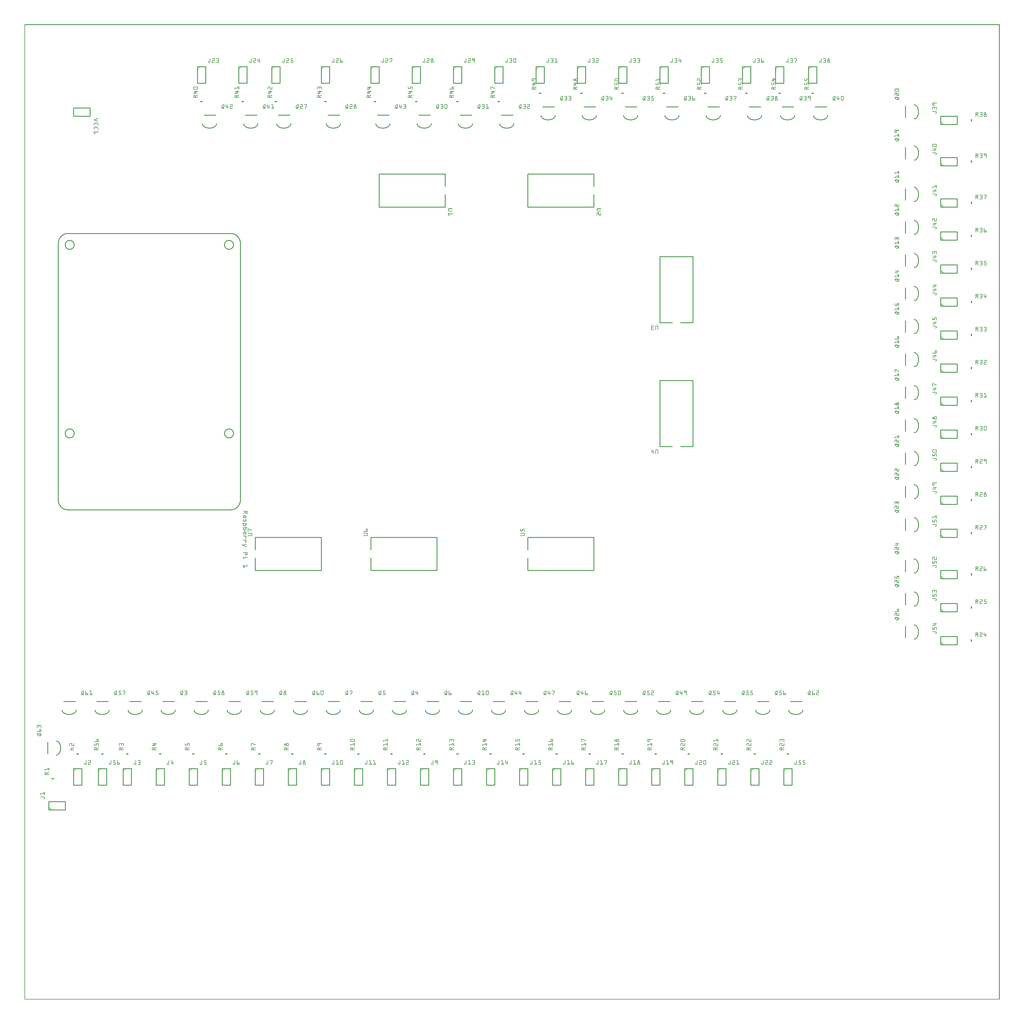
<source format=gto>
G04 MADE WITH FRITZING*
G04 WWW.FRITZING.ORG*
G04 DOUBLE SIDED*
G04 HOLES PLATED*
G04 CONTOUR ON CENTER OF CONTOUR VECTOR*
%ASAXBY*%
%FSLAX23Y23*%
%MOIN*%
%OFA0B0*%
%SFA1.0B1.0*%
%ADD10C,0.010000*%
%ADD11C,0.005000*%
%ADD12R,0.001000X0.001000*%
%LNSILK1*%
G90*
G70*
G54D10*
X4194Y5198D02*
X4994Y5198D01*
D02*
X4994Y5198D02*
X4994Y5598D01*
D02*
X4994Y5598D02*
X4194Y5598D01*
D02*
X4194Y5198D02*
X4194Y5348D01*
D02*
X4194Y5448D02*
X4194Y5598D01*
D02*
X6094Y5198D02*
X6894Y5198D01*
D02*
X6894Y5198D02*
X6894Y5598D01*
D02*
X6894Y5598D02*
X6094Y5598D01*
D02*
X6094Y5198D02*
X6094Y5348D01*
D02*
X6094Y5448D02*
X6094Y5598D01*
D02*
X8094Y6698D02*
X8094Y7498D01*
D02*
X8094Y7498D02*
X7694Y7498D01*
D02*
X7694Y7498D02*
X7694Y6698D01*
D02*
X8094Y6698D02*
X7944Y6698D01*
D02*
X7844Y6698D02*
X7694Y6698D01*
D02*
X8094Y8198D02*
X8094Y8998D01*
D02*
X8094Y8998D02*
X7694Y8998D01*
D02*
X7694Y8998D02*
X7694Y8198D01*
D02*
X8094Y8198D02*
X7944Y8198D01*
D02*
X7844Y8198D02*
X7694Y8198D01*
D02*
X6894Y9998D02*
X6094Y9998D01*
D02*
X6094Y9998D02*
X6094Y9598D01*
D02*
X6094Y9598D02*
X6894Y9598D01*
D02*
X6894Y9998D02*
X6894Y9848D01*
D02*
X6894Y9748D02*
X6894Y9598D01*
D02*
X5094Y9998D02*
X4294Y9998D01*
D02*
X4294Y9998D02*
X4294Y9598D01*
D02*
X4294Y9598D02*
X5094Y9598D01*
D02*
X5094Y9998D02*
X5094Y9848D01*
D02*
X5094Y9748D02*
X5094Y9598D01*
D02*
X2794Y5198D02*
X3594Y5198D01*
D02*
X3594Y5198D02*
X3594Y5598D01*
D02*
X3594Y5598D02*
X2794Y5598D01*
D02*
X2794Y5198D02*
X2794Y5348D01*
D02*
X2794Y5448D02*
X2794Y5598D01*
D02*
X3274Y3612D02*
X3414Y3612D01*
D02*
X2474Y3612D02*
X2614Y3612D01*
D02*
X2074Y3612D02*
X2214Y3612D01*
D02*
X1674Y3612D02*
X1814Y3612D01*
D02*
X280Y2978D02*
X280Y3118D01*
D02*
X2874Y3612D02*
X3014Y3612D01*
D02*
X5274Y3612D02*
X5414Y3612D01*
D02*
X3674Y3612D02*
X3814Y3612D01*
D02*
X4074Y3612D02*
X4214Y3612D01*
D02*
X4874Y3612D02*
X5014Y3612D01*
D02*
X4474Y3612D02*
X4614Y3612D01*
D02*
X10669Y9682D02*
X10669Y9822D01*
D02*
X10669Y9282D02*
X10669Y9422D01*
D02*
X10669Y8882D02*
X10669Y9022D01*
D02*
X10669Y8482D02*
X10669Y8622D01*
D02*
X10669Y8082D02*
X10669Y8222D01*
D02*
X10669Y7682D02*
X10669Y7822D01*
D02*
X10669Y7282D02*
X10669Y7422D01*
D02*
X10669Y6882D02*
X10669Y7022D01*
D02*
X10669Y10182D02*
X10669Y10322D01*
D02*
X10669Y10682D02*
X10669Y10822D01*
D02*
X10669Y6482D02*
X10669Y6622D01*
D02*
X10669Y6082D02*
X10669Y6222D01*
D02*
X10669Y5682D02*
X10669Y5822D01*
D02*
X10669Y5182D02*
X10669Y5322D01*
D02*
X10669Y4782D02*
X10669Y4922D01*
D02*
X10669Y4382D02*
X10669Y4522D01*
D02*
X3074Y10712D02*
X3214Y10712D01*
D02*
X3674Y10712D02*
X3814Y10712D01*
D02*
X4774Y10712D02*
X4914Y10712D01*
D02*
X5274Y10712D02*
X5414Y10712D01*
D02*
X5774Y10712D02*
X5914Y10712D01*
D02*
X6274Y10812D02*
X6414Y10812D01*
D02*
X6774Y10812D02*
X6914Y10812D01*
D02*
X7274Y10812D02*
X7414Y10812D01*
D02*
X7774Y10812D02*
X7914Y10812D01*
D02*
X8274Y10812D02*
X8414Y10812D01*
D02*
X8774Y10812D02*
X8914Y10812D01*
D02*
X9174Y10812D02*
X9314Y10812D01*
D02*
X9574Y10812D02*
X9714Y10812D01*
D02*
X2674Y10712D02*
X2814Y10712D01*
D02*
X2174Y10712D02*
X2314Y10712D01*
D02*
X4274Y10712D02*
X4414Y10712D01*
D02*
X5674Y3612D02*
X5814Y3612D01*
D02*
X1274Y3612D02*
X1414Y3612D01*
D02*
X9274Y3612D02*
X9414Y3612D01*
D02*
X8874Y3612D02*
X9014Y3612D01*
D02*
X6474Y3612D02*
X6614Y3612D01*
D02*
X6074Y3612D02*
X6214Y3612D01*
D02*
X7674Y3612D02*
X7814Y3612D01*
D02*
X6874Y3612D02*
X7014Y3612D01*
D02*
X7274Y3612D02*
X7414Y3612D01*
D02*
X8074Y3612D02*
X8214Y3612D01*
D02*
X8474Y3612D02*
X8614Y3612D01*
D02*
X474Y3612D02*
X614Y3612D01*
D02*
X874Y3612D02*
X1014Y3612D01*
D02*
X794Y10798D02*
X594Y10798D01*
D02*
X594Y10798D02*
X594Y10698D01*
D02*
X594Y10698D02*
X794Y10698D01*
D02*
X794Y10698D02*
X794Y10798D01*
D02*
X294Y2298D02*
X494Y2298D01*
D02*
X494Y2298D02*
X494Y2398D01*
D02*
X494Y2398D02*
X294Y2398D01*
D02*
X294Y2398D02*
X294Y2298D01*
G54D11*
D02*
X329Y2298D02*
X294Y2333D01*
G54D10*
D02*
X594Y2798D02*
X594Y2598D01*
D02*
X594Y2598D02*
X694Y2598D01*
D02*
X694Y2598D02*
X694Y2798D01*
D02*
X694Y2798D02*
X594Y2798D01*
D02*
X1194Y2798D02*
X1194Y2598D01*
D02*
X1194Y2598D02*
X1294Y2598D01*
D02*
X1294Y2598D02*
X1294Y2798D01*
D02*
X1294Y2798D02*
X1194Y2798D01*
D02*
X1594Y2798D02*
X1594Y2598D01*
D02*
X1594Y2598D02*
X1694Y2598D01*
D02*
X1694Y2598D02*
X1694Y2798D01*
D02*
X1694Y2798D02*
X1594Y2798D01*
D02*
X1994Y2798D02*
X1994Y2598D01*
D02*
X1994Y2598D02*
X2094Y2598D01*
D02*
X2094Y2598D02*
X2094Y2798D01*
D02*
X2094Y2798D02*
X1994Y2798D01*
D02*
X2394Y2798D02*
X2394Y2598D01*
D02*
X2394Y2598D02*
X2494Y2598D01*
D02*
X2494Y2598D02*
X2494Y2798D01*
D02*
X2494Y2798D02*
X2394Y2798D01*
D02*
X2794Y2798D02*
X2794Y2598D01*
D02*
X2794Y2598D02*
X2894Y2598D01*
D02*
X2894Y2598D02*
X2894Y2798D01*
D02*
X2894Y2798D02*
X2794Y2798D01*
D02*
X3194Y2798D02*
X3194Y2598D01*
D02*
X3194Y2598D02*
X3294Y2598D01*
D02*
X3294Y2598D02*
X3294Y2798D01*
D02*
X3294Y2798D02*
X3194Y2798D01*
D02*
X4794Y2798D02*
X4794Y2598D01*
D02*
X4794Y2598D02*
X4894Y2598D01*
D02*
X4894Y2598D02*
X4894Y2798D01*
D02*
X4894Y2798D02*
X4794Y2798D01*
D02*
X3594Y2798D02*
X3594Y2598D01*
D02*
X3594Y2598D02*
X3694Y2598D01*
D02*
X3694Y2598D02*
X3694Y2798D01*
D02*
X3694Y2798D02*
X3594Y2798D01*
D02*
X3994Y2798D02*
X3994Y2598D01*
D02*
X3994Y2598D02*
X4094Y2598D01*
D02*
X4094Y2598D02*
X4094Y2798D01*
D02*
X4094Y2798D02*
X3994Y2798D01*
D02*
X4394Y2798D02*
X4394Y2598D01*
D02*
X4394Y2598D02*
X4494Y2598D01*
D02*
X4494Y2598D02*
X4494Y2798D01*
D02*
X4494Y2798D02*
X4394Y2798D01*
D02*
X5194Y2798D02*
X5194Y2598D01*
D02*
X5194Y2598D02*
X5294Y2598D01*
D02*
X5294Y2598D02*
X5294Y2798D01*
D02*
X5294Y2798D02*
X5194Y2798D01*
D02*
X5594Y2798D02*
X5594Y2598D01*
D02*
X5594Y2598D02*
X5694Y2598D01*
D02*
X5694Y2598D02*
X5694Y2798D01*
D02*
X5694Y2798D02*
X5594Y2798D01*
D02*
X5994Y2798D02*
X5994Y2598D01*
D02*
X5994Y2598D02*
X6094Y2598D01*
D02*
X6094Y2598D02*
X6094Y2798D01*
D02*
X6094Y2798D02*
X5994Y2798D01*
D02*
X6394Y2798D02*
X6394Y2598D01*
D02*
X6394Y2598D02*
X6494Y2598D01*
D02*
X6494Y2598D02*
X6494Y2798D01*
D02*
X6494Y2798D02*
X6394Y2798D01*
D02*
X6794Y2798D02*
X6794Y2598D01*
D02*
X6794Y2598D02*
X6894Y2598D01*
D02*
X6894Y2598D02*
X6894Y2798D01*
D02*
X6894Y2798D02*
X6794Y2798D01*
D02*
X7194Y2798D02*
X7194Y2598D01*
D02*
X7194Y2598D02*
X7294Y2598D01*
D02*
X7294Y2598D02*
X7294Y2798D01*
D02*
X7294Y2798D02*
X7194Y2798D01*
D02*
X7594Y2798D02*
X7594Y2598D01*
D02*
X7594Y2598D02*
X7694Y2598D01*
D02*
X7694Y2598D02*
X7694Y2798D01*
D02*
X7694Y2798D02*
X7594Y2798D01*
D02*
X7994Y2798D02*
X7994Y2598D01*
D02*
X7994Y2598D02*
X8094Y2598D01*
D02*
X8094Y2598D02*
X8094Y2798D01*
D02*
X8094Y2798D02*
X7994Y2798D01*
D02*
X8394Y2798D02*
X8394Y2598D01*
D02*
X8394Y2598D02*
X8494Y2598D01*
D02*
X8494Y2598D02*
X8494Y2798D01*
D02*
X8494Y2798D02*
X8394Y2798D01*
D02*
X8794Y2798D02*
X8794Y2598D01*
D02*
X8794Y2598D02*
X8894Y2598D01*
D02*
X8894Y2598D02*
X8894Y2798D01*
D02*
X8894Y2798D02*
X8794Y2798D01*
D02*
X2094Y11298D02*
X2094Y11098D01*
D02*
X2094Y11098D02*
X2194Y11098D01*
D02*
X2194Y11098D02*
X2194Y11298D01*
D02*
X2194Y11298D02*
X2094Y11298D01*
D02*
X2594Y11298D02*
X2594Y11098D01*
D02*
X2594Y11098D02*
X2694Y11098D01*
D02*
X2694Y11098D02*
X2694Y11298D01*
D02*
X2694Y11298D02*
X2594Y11298D01*
D02*
X2994Y11298D02*
X2994Y11098D01*
D02*
X2994Y11098D02*
X3094Y11098D01*
D02*
X3094Y11098D02*
X3094Y11298D01*
D02*
X3094Y11298D02*
X2994Y11298D01*
D02*
X3594Y11298D02*
X3594Y11098D01*
D02*
X3594Y11098D02*
X3694Y11098D01*
D02*
X3694Y11098D02*
X3694Y11298D01*
D02*
X3694Y11298D02*
X3594Y11298D01*
D02*
X4194Y11298D02*
X4194Y11098D01*
D02*
X4194Y11098D02*
X4294Y11098D01*
D02*
X4294Y11098D02*
X4294Y11298D01*
D02*
X4294Y11298D02*
X4194Y11298D01*
D02*
X4694Y11298D02*
X4694Y11098D01*
D02*
X4694Y11098D02*
X4794Y11098D01*
D02*
X4794Y11098D02*
X4794Y11298D01*
D02*
X4794Y11298D02*
X4694Y11298D01*
D02*
X5194Y11298D02*
X5194Y11098D01*
D02*
X5194Y11098D02*
X5294Y11098D01*
D02*
X5294Y11098D02*
X5294Y11298D01*
D02*
X5294Y11298D02*
X5194Y11298D01*
D02*
X5694Y11298D02*
X5694Y11098D01*
D02*
X5694Y11098D02*
X5794Y11098D01*
D02*
X5794Y11098D02*
X5794Y11298D01*
D02*
X5794Y11298D02*
X5694Y11298D01*
D02*
X6194Y11298D02*
X6194Y11098D01*
D02*
X6194Y11098D02*
X6294Y11098D01*
D02*
X6294Y11098D02*
X6294Y11298D01*
D02*
X6294Y11298D02*
X6194Y11298D01*
D02*
X6694Y11298D02*
X6694Y11098D01*
D02*
X6694Y11098D02*
X6794Y11098D01*
D02*
X6794Y11098D02*
X6794Y11298D01*
D02*
X6794Y11298D02*
X6694Y11298D01*
D02*
X7194Y11298D02*
X7194Y11098D01*
D02*
X7194Y11098D02*
X7294Y11098D01*
D02*
X7294Y11098D02*
X7294Y11298D01*
D02*
X7294Y11298D02*
X7194Y11298D01*
D02*
X7694Y11298D02*
X7694Y11098D01*
D02*
X7694Y11098D02*
X7794Y11098D01*
D02*
X7794Y11098D02*
X7794Y11298D01*
D02*
X7794Y11298D02*
X7694Y11298D01*
D02*
X8194Y11298D02*
X8194Y11098D01*
D02*
X8194Y11098D02*
X8294Y11098D01*
D02*
X8294Y11098D02*
X8294Y11298D01*
D02*
X8294Y11298D02*
X8194Y11298D01*
D02*
X8694Y11298D02*
X8694Y11098D01*
D02*
X8694Y11098D02*
X8794Y11098D01*
D02*
X8794Y11098D02*
X8794Y11298D01*
D02*
X8794Y11298D02*
X8694Y11298D01*
D02*
X9094Y11298D02*
X9094Y11098D01*
D02*
X9094Y11098D02*
X9194Y11098D01*
D02*
X9194Y11098D02*
X9194Y11298D01*
D02*
X9194Y11298D02*
X9094Y11298D01*
D02*
X9494Y11298D02*
X9494Y11098D01*
D02*
X9494Y11098D02*
X9594Y11098D01*
D02*
X9594Y11098D02*
X9594Y11298D01*
D02*
X9594Y11298D02*
X9494Y11298D01*
D02*
X11094Y10598D02*
X11294Y10598D01*
D02*
X11294Y10598D02*
X11294Y10698D01*
D02*
X11294Y10698D02*
X11094Y10698D01*
D02*
X11094Y10698D02*
X11094Y10598D01*
G54D11*
D02*
X11129Y10598D02*
X11094Y10633D01*
G54D10*
D02*
X11094Y10098D02*
X11294Y10098D01*
D02*
X11294Y10098D02*
X11294Y10198D01*
D02*
X11294Y10198D02*
X11094Y10198D01*
D02*
X11094Y10198D02*
X11094Y10098D01*
G54D11*
D02*
X11129Y10098D02*
X11094Y10133D01*
G54D10*
D02*
X11094Y9598D02*
X11294Y9598D01*
D02*
X11294Y9598D02*
X11294Y9698D01*
D02*
X11294Y9698D02*
X11094Y9698D01*
D02*
X11094Y9698D02*
X11094Y9598D01*
G54D11*
D02*
X11129Y9598D02*
X11094Y9633D01*
G54D10*
D02*
X11094Y9198D02*
X11294Y9198D01*
D02*
X11294Y9198D02*
X11294Y9298D01*
D02*
X11294Y9298D02*
X11094Y9298D01*
D02*
X11094Y9298D02*
X11094Y9198D01*
G54D11*
D02*
X11129Y9198D02*
X11094Y9233D01*
G54D10*
D02*
X11094Y8798D02*
X11294Y8798D01*
D02*
X11294Y8798D02*
X11294Y8898D01*
D02*
X11294Y8898D02*
X11094Y8898D01*
D02*
X11094Y8898D02*
X11094Y8798D01*
G54D11*
D02*
X11129Y8798D02*
X11094Y8833D01*
G54D10*
D02*
X11094Y8398D02*
X11294Y8398D01*
D02*
X11294Y8398D02*
X11294Y8498D01*
D02*
X11294Y8498D02*
X11094Y8498D01*
D02*
X11094Y8498D02*
X11094Y8398D01*
G54D11*
D02*
X11129Y8398D02*
X11094Y8433D01*
G54D10*
D02*
X11094Y7998D02*
X11294Y7998D01*
D02*
X11294Y7998D02*
X11294Y8098D01*
D02*
X11294Y8098D02*
X11094Y8098D01*
D02*
X11094Y8098D02*
X11094Y7998D01*
G54D11*
D02*
X11129Y7998D02*
X11094Y8033D01*
G54D10*
D02*
X11094Y7598D02*
X11294Y7598D01*
D02*
X11294Y7598D02*
X11294Y7698D01*
D02*
X11294Y7698D02*
X11094Y7698D01*
D02*
X11094Y7698D02*
X11094Y7598D01*
G54D11*
D02*
X11129Y7598D02*
X11094Y7633D01*
G54D10*
D02*
X11094Y7198D02*
X11294Y7198D01*
D02*
X11294Y7198D02*
X11294Y7298D01*
D02*
X11294Y7298D02*
X11094Y7298D01*
D02*
X11094Y7298D02*
X11094Y7198D01*
G54D11*
D02*
X11129Y7198D02*
X11094Y7233D01*
G54D10*
D02*
X11094Y6798D02*
X11294Y6798D01*
D02*
X11294Y6798D02*
X11294Y6898D01*
D02*
X11294Y6898D02*
X11094Y6898D01*
D02*
X11094Y6898D02*
X11094Y6798D01*
G54D11*
D02*
X11129Y6798D02*
X11094Y6833D01*
G54D10*
D02*
X11094Y5998D02*
X11294Y5998D01*
D02*
X11294Y5998D02*
X11294Y6098D01*
D02*
X11294Y6098D02*
X11094Y6098D01*
D02*
X11094Y6098D02*
X11094Y5998D01*
G54D11*
D02*
X11129Y5998D02*
X11094Y6033D01*
G54D10*
D02*
X11094Y6398D02*
X11294Y6398D01*
D02*
X11294Y6398D02*
X11294Y6498D01*
D02*
X11294Y6498D02*
X11094Y6498D01*
D02*
X11094Y6498D02*
X11094Y6398D01*
G54D11*
D02*
X11129Y6398D02*
X11094Y6433D01*
G54D10*
D02*
X11094Y5598D02*
X11294Y5598D01*
D02*
X11294Y5598D02*
X11294Y5698D01*
D02*
X11294Y5698D02*
X11094Y5698D01*
D02*
X11094Y5698D02*
X11094Y5598D01*
G54D11*
D02*
X11129Y5598D02*
X11094Y5633D01*
G54D10*
D02*
X11094Y5098D02*
X11294Y5098D01*
D02*
X11294Y5098D02*
X11294Y5198D01*
D02*
X11294Y5198D02*
X11094Y5198D01*
D02*
X11094Y5198D02*
X11094Y5098D01*
G54D11*
D02*
X11129Y5098D02*
X11094Y5133D01*
G54D10*
D02*
X11094Y4698D02*
X11294Y4698D01*
D02*
X11294Y4698D02*
X11294Y4798D01*
D02*
X11294Y4798D02*
X11094Y4798D01*
D02*
X11094Y4798D02*
X11094Y4698D01*
G54D11*
D02*
X11129Y4698D02*
X11094Y4733D01*
G54D10*
D02*
X11094Y4298D02*
X11294Y4298D01*
D02*
X11294Y4298D02*
X11294Y4398D01*
D02*
X11294Y4398D02*
X11094Y4398D01*
D02*
X11094Y4398D02*
X11094Y4298D01*
G54D11*
D02*
X11129Y4298D02*
X11094Y4333D01*
G54D10*
D02*
X9194Y2798D02*
X9194Y2598D01*
D02*
X9194Y2598D02*
X9294Y2598D01*
D02*
X9294Y2598D02*
X9294Y2798D01*
D02*
X9294Y2798D02*
X9194Y2798D01*
D02*
X894Y2798D02*
X894Y2598D01*
D02*
X894Y2598D02*
X994Y2598D01*
D02*
X994Y2598D02*
X994Y2798D01*
D02*
X994Y2798D02*
X894Y2798D01*
G54D12*
X0Y11811D02*
X11810Y11811D01*
X0Y11810D02*
X11810Y11810D01*
X0Y11809D02*
X11810Y11809D01*
X0Y11808D02*
X11810Y11808D01*
X0Y11807D02*
X11810Y11807D01*
X0Y11806D02*
X11810Y11806D01*
X0Y11805D02*
X11810Y11805D01*
X0Y11804D02*
X11810Y11804D01*
X0Y11803D02*
X7Y11803D01*
X11803Y11803D02*
X11810Y11803D01*
X0Y11802D02*
X7Y11802D01*
X11803Y11802D02*
X11810Y11802D01*
X0Y11801D02*
X7Y11801D01*
X11803Y11801D02*
X11810Y11801D01*
X0Y11800D02*
X7Y11800D01*
X11803Y11800D02*
X11810Y11800D01*
X0Y11799D02*
X7Y11799D01*
X11803Y11799D02*
X11810Y11799D01*
X0Y11798D02*
X7Y11798D01*
X11803Y11798D02*
X11810Y11798D01*
X0Y11797D02*
X7Y11797D01*
X11803Y11797D02*
X11810Y11797D01*
X0Y11796D02*
X7Y11796D01*
X11803Y11796D02*
X11810Y11796D01*
X0Y11795D02*
X7Y11795D01*
X11803Y11795D02*
X11810Y11795D01*
X0Y11794D02*
X7Y11794D01*
X11803Y11794D02*
X11810Y11794D01*
X0Y11793D02*
X7Y11793D01*
X11803Y11793D02*
X11810Y11793D01*
X0Y11792D02*
X7Y11792D01*
X11803Y11792D02*
X11810Y11792D01*
X0Y11791D02*
X7Y11791D01*
X11803Y11791D02*
X11810Y11791D01*
X0Y11790D02*
X7Y11790D01*
X11803Y11790D02*
X11810Y11790D01*
X0Y11789D02*
X7Y11789D01*
X11803Y11789D02*
X11810Y11789D01*
X0Y11788D02*
X7Y11788D01*
X11803Y11788D02*
X11810Y11788D01*
X0Y11787D02*
X7Y11787D01*
X11803Y11787D02*
X11810Y11787D01*
X0Y11786D02*
X7Y11786D01*
X11803Y11786D02*
X11810Y11786D01*
X0Y11785D02*
X7Y11785D01*
X11803Y11785D02*
X11810Y11785D01*
X0Y11784D02*
X7Y11784D01*
X11803Y11784D02*
X11810Y11784D01*
X0Y11783D02*
X7Y11783D01*
X11803Y11783D02*
X11810Y11783D01*
X0Y11782D02*
X7Y11782D01*
X11803Y11782D02*
X11810Y11782D01*
X0Y11781D02*
X7Y11781D01*
X11803Y11781D02*
X11810Y11781D01*
X0Y11780D02*
X7Y11780D01*
X11803Y11780D02*
X11810Y11780D01*
X0Y11779D02*
X7Y11779D01*
X11803Y11779D02*
X11810Y11779D01*
X0Y11778D02*
X7Y11778D01*
X11803Y11778D02*
X11810Y11778D01*
X0Y11777D02*
X7Y11777D01*
X11803Y11777D02*
X11810Y11777D01*
X0Y11776D02*
X7Y11776D01*
X11803Y11776D02*
X11810Y11776D01*
X0Y11775D02*
X7Y11775D01*
X11803Y11775D02*
X11810Y11775D01*
X0Y11774D02*
X7Y11774D01*
X11803Y11774D02*
X11810Y11774D01*
X0Y11773D02*
X7Y11773D01*
X11803Y11773D02*
X11810Y11773D01*
X0Y11772D02*
X7Y11772D01*
X11803Y11772D02*
X11810Y11772D01*
X0Y11771D02*
X7Y11771D01*
X11803Y11771D02*
X11810Y11771D01*
X0Y11770D02*
X7Y11770D01*
X11803Y11770D02*
X11810Y11770D01*
X0Y11769D02*
X7Y11769D01*
X11803Y11769D02*
X11810Y11769D01*
X0Y11768D02*
X7Y11768D01*
X11803Y11768D02*
X11810Y11768D01*
X0Y11767D02*
X7Y11767D01*
X11803Y11767D02*
X11810Y11767D01*
X0Y11766D02*
X7Y11766D01*
X11803Y11766D02*
X11810Y11766D01*
X0Y11765D02*
X7Y11765D01*
X11803Y11765D02*
X11810Y11765D01*
X0Y11764D02*
X7Y11764D01*
X11803Y11764D02*
X11810Y11764D01*
X0Y11763D02*
X7Y11763D01*
X11803Y11763D02*
X11810Y11763D01*
X0Y11762D02*
X7Y11762D01*
X11803Y11762D02*
X11810Y11762D01*
X0Y11761D02*
X7Y11761D01*
X11803Y11761D02*
X11810Y11761D01*
X0Y11760D02*
X7Y11760D01*
X11803Y11760D02*
X11810Y11760D01*
X0Y11759D02*
X7Y11759D01*
X11803Y11759D02*
X11810Y11759D01*
X0Y11758D02*
X7Y11758D01*
X11803Y11758D02*
X11810Y11758D01*
X0Y11757D02*
X7Y11757D01*
X11803Y11757D02*
X11810Y11757D01*
X0Y11756D02*
X7Y11756D01*
X11803Y11756D02*
X11810Y11756D01*
X0Y11755D02*
X7Y11755D01*
X11803Y11755D02*
X11810Y11755D01*
X0Y11754D02*
X7Y11754D01*
X11803Y11754D02*
X11810Y11754D01*
X0Y11753D02*
X7Y11753D01*
X11803Y11753D02*
X11810Y11753D01*
X0Y11752D02*
X7Y11752D01*
X11803Y11752D02*
X11810Y11752D01*
X0Y11751D02*
X7Y11751D01*
X11803Y11751D02*
X11810Y11751D01*
X0Y11750D02*
X7Y11750D01*
X11803Y11750D02*
X11810Y11750D01*
X0Y11749D02*
X7Y11749D01*
X11803Y11749D02*
X11810Y11749D01*
X0Y11748D02*
X7Y11748D01*
X11803Y11748D02*
X11810Y11748D01*
X0Y11747D02*
X7Y11747D01*
X11803Y11747D02*
X11810Y11747D01*
X0Y11746D02*
X7Y11746D01*
X11803Y11746D02*
X11810Y11746D01*
X0Y11745D02*
X7Y11745D01*
X11803Y11745D02*
X11810Y11745D01*
X0Y11744D02*
X7Y11744D01*
X11803Y11744D02*
X11810Y11744D01*
X0Y11743D02*
X7Y11743D01*
X11803Y11743D02*
X11810Y11743D01*
X0Y11742D02*
X7Y11742D01*
X11803Y11742D02*
X11810Y11742D01*
X0Y11741D02*
X7Y11741D01*
X11803Y11741D02*
X11810Y11741D01*
X0Y11740D02*
X7Y11740D01*
X11803Y11740D02*
X11810Y11740D01*
X0Y11739D02*
X7Y11739D01*
X11803Y11739D02*
X11810Y11739D01*
X0Y11738D02*
X7Y11738D01*
X11803Y11738D02*
X11810Y11738D01*
X0Y11737D02*
X7Y11737D01*
X11803Y11737D02*
X11810Y11737D01*
X0Y11736D02*
X7Y11736D01*
X11803Y11736D02*
X11810Y11736D01*
X0Y11735D02*
X7Y11735D01*
X11803Y11735D02*
X11810Y11735D01*
X0Y11734D02*
X7Y11734D01*
X11803Y11734D02*
X11810Y11734D01*
X0Y11733D02*
X7Y11733D01*
X11803Y11733D02*
X11810Y11733D01*
X0Y11732D02*
X7Y11732D01*
X11803Y11732D02*
X11810Y11732D01*
X0Y11731D02*
X7Y11731D01*
X11803Y11731D02*
X11810Y11731D01*
X0Y11730D02*
X7Y11730D01*
X11803Y11730D02*
X11810Y11730D01*
X0Y11729D02*
X7Y11729D01*
X11803Y11729D02*
X11810Y11729D01*
X0Y11728D02*
X7Y11728D01*
X11803Y11728D02*
X11810Y11728D01*
X0Y11727D02*
X7Y11727D01*
X11803Y11727D02*
X11810Y11727D01*
X0Y11726D02*
X7Y11726D01*
X11803Y11726D02*
X11810Y11726D01*
X0Y11725D02*
X7Y11725D01*
X11803Y11725D02*
X11810Y11725D01*
X0Y11724D02*
X7Y11724D01*
X11803Y11724D02*
X11810Y11724D01*
X0Y11723D02*
X7Y11723D01*
X11803Y11723D02*
X11810Y11723D01*
X0Y11722D02*
X7Y11722D01*
X11803Y11722D02*
X11810Y11722D01*
X0Y11721D02*
X7Y11721D01*
X11803Y11721D02*
X11810Y11721D01*
X0Y11720D02*
X7Y11720D01*
X11803Y11720D02*
X11810Y11720D01*
X0Y11719D02*
X7Y11719D01*
X11803Y11719D02*
X11810Y11719D01*
X0Y11718D02*
X7Y11718D01*
X11803Y11718D02*
X11810Y11718D01*
X0Y11717D02*
X7Y11717D01*
X11803Y11717D02*
X11810Y11717D01*
X0Y11716D02*
X7Y11716D01*
X11803Y11716D02*
X11810Y11716D01*
X0Y11715D02*
X7Y11715D01*
X11803Y11715D02*
X11810Y11715D01*
X0Y11714D02*
X7Y11714D01*
X11803Y11714D02*
X11810Y11714D01*
X0Y11713D02*
X7Y11713D01*
X11803Y11713D02*
X11810Y11713D01*
X0Y11712D02*
X7Y11712D01*
X11803Y11712D02*
X11810Y11712D01*
X0Y11711D02*
X7Y11711D01*
X11803Y11711D02*
X11810Y11711D01*
X0Y11710D02*
X7Y11710D01*
X11803Y11710D02*
X11810Y11710D01*
X0Y11709D02*
X7Y11709D01*
X11803Y11709D02*
X11810Y11709D01*
X0Y11708D02*
X7Y11708D01*
X11803Y11708D02*
X11810Y11708D01*
X0Y11707D02*
X7Y11707D01*
X11803Y11707D02*
X11810Y11707D01*
X0Y11706D02*
X7Y11706D01*
X11803Y11706D02*
X11810Y11706D01*
X0Y11705D02*
X7Y11705D01*
X11803Y11705D02*
X11810Y11705D01*
X0Y11704D02*
X7Y11704D01*
X11803Y11704D02*
X11810Y11704D01*
X0Y11703D02*
X7Y11703D01*
X11803Y11703D02*
X11810Y11703D01*
X0Y11702D02*
X7Y11702D01*
X11803Y11702D02*
X11810Y11702D01*
X0Y11701D02*
X7Y11701D01*
X11803Y11701D02*
X11810Y11701D01*
X0Y11700D02*
X7Y11700D01*
X11803Y11700D02*
X11810Y11700D01*
X0Y11699D02*
X7Y11699D01*
X11803Y11699D02*
X11810Y11699D01*
X0Y11698D02*
X7Y11698D01*
X11803Y11698D02*
X11810Y11698D01*
X0Y11697D02*
X7Y11697D01*
X11803Y11697D02*
X11810Y11697D01*
X0Y11696D02*
X7Y11696D01*
X11803Y11696D02*
X11810Y11696D01*
X0Y11695D02*
X7Y11695D01*
X11803Y11695D02*
X11810Y11695D01*
X0Y11694D02*
X7Y11694D01*
X11803Y11694D02*
X11810Y11694D01*
X0Y11693D02*
X7Y11693D01*
X11803Y11693D02*
X11810Y11693D01*
X0Y11692D02*
X7Y11692D01*
X11803Y11692D02*
X11810Y11692D01*
X0Y11691D02*
X7Y11691D01*
X11803Y11691D02*
X11810Y11691D01*
X0Y11690D02*
X7Y11690D01*
X11803Y11690D02*
X11810Y11690D01*
X0Y11689D02*
X7Y11689D01*
X11803Y11689D02*
X11810Y11689D01*
X0Y11688D02*
X7Y11688D01*
X11803Y11688D02*
X11810Y11688D01*
X0Y11687D02*
X7Y11687D01*
X11803Y11687D02*
X11810Y11687D01*
X0Y11686D02*
X7Y11686D01*
X11803Y11686D02*
X11810Y11686D01*
X0Y11685D02*
X7Y11685D01*
X11803Y11685D02*
X11810Y11685D01*
X0Y11684D02*
X7Y11684D01*
X11803Y11684D02*
X11810Y11684D01*
X0Y11683D02*
X7Y11683D01*
X11803Y11683D02*
X11810Y11683D01*
X0Y11682D02*
X7Y11682D01*
X11803Y11682D02*
X11810Y11682D01*
X0Y11681D02*
X7Y11681D01*
X11803Y11681D02*
X11810Y11681D01*
X0Y11680D02*
X7Y11680D01*
X11803Y11680D02*
X11810Y11680D01*
X0Y11679D02*
X7Y11679D01*
X11803Y11679D02*
X11810Y11679D01*
X0Y11678D02*
X7Y11678D01*
X11803Y11678D02*
X11810Y11678D01*
X0Y11677D02*
X7Y11677D01*
X11803Y11677D02*
X11810Y11677D01*
X0Y11676D02*
X7Y11676D01*
X11803Y11676D02*
X11810Y11676D01*
X0Y11675D02*
X7Y11675D01*
X11803Y11675D02*
X11810Y11675D01*
X0Y11674D02*
X7Y11674D01*
X11803Y11674D02*
X11810Y11674D01*
X0Y11673D02*
X7Y11673D01*
X11803Y11673D02*
X11810Y11673D01*
X0Y11672D02*
X7Y11672D01*
X11803Y11672D02*
X11810Y11672D01*
X0Y11671D02*
X7Y11671D01*
X11803Y11671D02*
X11810Y11671D01*
X0Y11670D02*
X7Y11670D01*
X11803Y11670D02*
X11810Y11670D01*
X0Y11669D02*
X7Y11669D01*
X11803Y11669D02*
X11810Y11669D01*
X0Y11668D02*
X7Y11668D01*
X11803Y11668D02*
X11810Y11668D01*
X0Y11667D02*
X7Y11667D01*
X11803Y11667D02*
X11810Y11667D01*
X0Y11666D02*
X7Y11666D01*
X11803Y11666D02*
X11810Y11666D01*
X0Y11665D02*
X7Y11665D01*
X11803Y11665D02*
X11810Y11665D01*
X0Y11664D02*
X7Y11664D01*
X11803Y11664D02*
X11810Y11664D01*
X0Y11663D02*
X7Y11663D01*
X11803Y11663D02*
X11810Y11663D01*
X0Y11662D02*
X7Y11662D01*
X11803Y11662D02*
X11810Y11662D01*
X0Y11661D02*
X7Y11661D01*
X11803Y11661D02*
X11810Y11661D01*
X0Y11660D02*
X7Y11660D01*
X11803Y11660D02*
X11810Y11660D01*
X0Y11659D02*
X7Y11659D01*
X11803Y11659D02*
X11810Y11659D01*
X0Y11658D02*
X7Y11658D01*
X11803Y11658D02*
X11810Y11658D01*
X0Y11657D02*
X7Y11657D01*
X11803Y11657D02*
X11810Y11657D01*
X0Y11656D02*
X7Y11656D01*
X11803Y11656D02*
X11810Y11656D01*
X0Y11655D02*
X7Y11655D01*
X11803Y11655D02*
X11810Y11655D01*
X0Y11654D02*
X7Y11654D01*
X11803Y11654D02*
X11810Y11654D01*
X0Y11653D02*
X7Y11653D01*
X11803Y11653D02*
X11810Y11653D01*
X0Y11652D02*
X7Y11652D01*
X11803Y11652D02*
X11810Y11652D01*
X0Y11651D02*
X7Y11651D01*
X11803Y11651D02*
X11810Y11651D01*
X0Y11650D02*
X7Y11650D01*
X11803Y11650D02*
X11810Y11650D01*
X0Y11649D02*
X7Y11649D01*
X11803Y11649D02*
X11810Y11649D01*
X0Y11648D02*
X7Y11648D01*
X11803Y11648D02*
X11810Y11648D01*
X0Y11647D02*
X7Y11647D01*
X11803Y11647D02*
X11810Y11647D01*
X0Y11646D02*
X7Y11646D01*
X11803Y11646D02*
X11810Y11646D01*
X0Y11645D02*
X7Y11645D01*
X11803Y11645D02*
X11810Y11645D01*
X0Y11644D02*
X7Y11644D01*
X11803Y11644D02*
X11810Y11644D01*
X0Y11643D02*
X7Y11643D01*
X11803Y11643D02*
X11810Y11643D01*
X0Y11642D02*
X7Y11642D01*
X11803Y11642D02*
X11810Y11642D01*
X0Y11641D02*
X7Y11641D01*
X11803Y11641D02*
X11810Y11641D01*
X0Y11640D02*
X7Y11640D01*
X11803Y11640D02*
X11810Y11640D01*
X0Y11639D02*
X7Y11639D01*
X11803Y11639D02*
X11810Y11639D01*
X0Y11638D02*
X7Y11638D01*
X11803Y11638D02*
X11810Y11638D01*
X0Y11637D02*
X7Y11637D01*
X11803Y11637D02*
X11810Y11637D01*
X0Y11636D02*
X7Y11636D01*
X11803Y11636D02*
X11810Y11636D01*
X0Y11635D02*
X7Y11635D01*
X11803Y11635D02*
X11810Y11635D01*
X0Y11634D02*
X7Y11634D01*
X11803Y11634D02*
X11810Y11634D01*
X0Y11633D02*
X7Y11633D01*
X11803Y11633D02*
X11810Y11633D01*
X0Y11632D02*
X7Y11632D01*
X11803Y11632D02*
X11810Y11632D01*
X0Y11631D02*
X7Y11631D01*
X11803Y11631D02*
X11810Y11631D01*
X0Y11630D02*
X7Y11630D01*
X11803Y11630D02*
X11810Y11630D01*
X0Y11629D02*
X7Y11629D01*
X11803Y11629D02*
X11810Y11629D01*
X0Y11628D02*
X7Y11628D01*
X11803Y11628D02*
X11810Y11628D01*
X0Y11627D02*
X7Y11627D01*
X11803Y11627D02*
X11810Y11627D01*
X0Y11626D02*
X7Y11626D01*
X11803Y11626D02*
X11810Y11626D01*
X0Y11625D02*
X7Y11625D01*
X11803Y11625D02*
X11810Y11625D01*
X0Y11624D02*
X7Y11624D01*
X11803Y11624D02*
X11810Y11624D01*
X0Y11623D02*
X7Y11623D01*
X11803Y11623D02*
X11810Y11623D01*
X0Y11622D02*
X7Y11622D01*
X11803Y11622D02*
X11810Y11622D01*
X0Y11621D02*
X7Y11621D01*
X11803Y11621D02*
X11810Y11621D01*
X0Y11620D02*
X7Y11620D01*
X11803Y11620D02*
X11810Y11620D01*
X0Y11619D02*
X7Y11619D01*
X11803Y11619D02*
X11810Y11619D01*
X0Y11618D02*
X7Y11618D01*
X11803Y11618D02*
X11810Y11618D01*
X0Y11617D02*
X7Y11617D01*
X11803Y11617D02*
X11810Y11617D01*
X0Y11616D02*
X7Y11616D01*
X11803Y11616D02*
X11810Y11616D01*
X0Y11615D02*
X7Y11615D01*
X11803Y11615D02*
X11810Y11615D01*
X0Y11614D02*
X7Y11614D01*
X11803Y11614D02*
X11810Y11614D01*
X0Y11613D02*
X7Y11613D01*
X11803Y11613D02*
X11810Y11613D01*
X0Y11612D02*
X7Y11612D01*
X11803Y11612D02*
X11810Y11612D01*
X0Y11611D02*
X7Y11611D01*
X11803Y11611D02*
X11810Y11611D01*
X0Y11610D02*
X7Y11610D01*
X11803Y11610D02*
X11810Y11610D01*
X0Y11609D02*
X7Y11609D01*
X11803Y11609D02*
X11810Y11609D01*
X0Y11608D02*
X7Y11608D01*
X11803Y11608D02*
X11810Y11608D01*
X0Y11607D02*
X7Y11607D01*
X11803Y11607D02*
X11810Y11607D01*
X0Y11606D02*
X7Y11606D01*
X11803Y11606D02*
X11810Y11606D01*
X0Y11605D02*
X7Y11605D01*
X11803Y11605D02*
X11810Y11605D01*
X0Y11604D02*
X7Y11604D01*
X11803Y11604D02*
X11810Y11604D01*
X0Y11603D02*
X7Y11603D01*
X11803Y11603D02*
X11810Y11603D01*
X0Y11602D02*
X7Y11602D01*
X11803Y11602D02*
X11810Y11602D01*
X0Y11601D02*
X7Y11601D01*
X11803Y11601D02*
X11810Y11601D01*
X0Y11600D02*
X7Y11600D01*
X11803Y11600D02*
X11810Y11600D01*
X0Y11599D02*
X7Y11599D01*
X11803Y11599D02*
X11810Y11599D01*
X0Y11598D02*
X7Y11598D01*
X11803Y11598D02*
X11810Y11598D01*
X0Y11597D02*
X7Y11597D01*
X11803Y11597D02*
X11810Y11597D01*
X0Y11596D02*
X7Y11596D01*
X11803Y11596D02*
X11810Y11596D01*
X0Y11595D02*
X7Y11595D01*
X11803Y11595D02*
X11810Y11595D01*
X0Y11594D02*
X7Y11594D01*
X11803Y11594D02*
X11810Y11594D01*
X0Y11593D02*
X7Y11593D01*
X11803Y11593D02*
X11810Y11593D01*
X0Y11592D02*
X7Y11592D01*
X11803Y11592D02*
X11810Y11592D01*
X0Y11591D02*
X7Y11591D01*
X11803Y11591D02*
X11810Y11591D01*
X0Y11590D02*
X7Y11590D01*
X11803Y11590D02*
X11810Y11590D01*
X0Y11589D02*
X7Y11589D01*
X11803Y11589D02*
X11810Y11589D01*
X0Y11588D02*
X7Y11588D01*
X11803Y11588D02*
X11810Y11588D01*
X0Y11587D02*
X7Y11587D01*
X11803Y11587D02*
X11810Y11587D01*
X0Y11586D02*
X7Y11586D01*
X11803Y11586D02*
X11810Y11586D01*
X0Y11585D02*
X7Y11585D01*
X11803Y11585D02*
X11810Y11585D01*
X0Y11584D02*
X7Y11584D01*
X11803Y11584D02*
X11810Y11584D01*
X0Y11583D02*
X7Y11583D01*
X11803Y11583D02*
X11810Y11583D01*
X0Y11582D02*
X7Y11582D01*
X11803Y11582D02*
X11810Y11582D01*
X0Y11581D02*
X7Y11581D01*
X11803Y11581D02*
X11810Y11581D01*
X0Y11580D02*
X7Y11580D01*
X11803Y11580D02*
X11810Y11580D01*
X0Y11579D02*
X7Y11579D01*
X11803Y11579D02*
X11810Y11579D01*
X0Y11578D02*
X7Y11578D01*
X11803Y11578D02*
X11810Y11578D01*
X0Y11577D02*
X7Y11577D01*
X11803Y11577D02*
X11810Y11577D01*
X0Y11576D02*
X7Y11576D01*
X11803Y11576D02*
X11810Y11576D01*
X0Y11575D02*
X7Y11575D01*
X11803Y11575D02*
X11810Y11575D01*
X0Y11574D02*
X7Y11574D01*
X11803Y11574D02*
X11810Y11574D01*
X0Y11573D02*
X7Y11573D01*
X11803Y11573D02*
X11810Y11573D01*
X0Y11572D02*
X7Y11572D01*
X11803Y11572D02*
X11810Y11572D01*
X0Y11571D02*
X7Y11571D01*
X11803Y11571D02*
X11810Y11571D01*
X0Y11570D02*
X7Y11570D01*
X11803Y11570D02*
X11810Y11570D01*
X0Y11569D02*
X7Y11569D01*
X11803Y11569D02*
X11810Y11569D01*
X0Y11568D02*
X7Y11568D01*
X11803Y11568D02*
X11810Y11568D01*
X0Y11567D02*
X7Y11567D01*
X11803Y11567D02*
X11810Y11567D01*
X0Y11566D02*
X7Y11566D01*
X11803Y11566D02*
X11810Y11566D01*
X0Y11565D02*
X7Y11565D01*
X11803Y11565D02*
X11810Y11565D01*
X0Y11564D02*
X7Y11564D01*
X11803Y11564D02*
X11810Y11564D01*
X0Y11563D02*
X7Y11563D01*
X11803Y11563D02*
X11810Y11563D01*
X0Y11562D02*
X7Y11562D01*
X11803Y11562D02*
X11810Y11562D01*
X0Y11561D02*
X7Y11561D01*
X11803Y11561D02*
X11810Y11561D01*
X0Y11560D02*
X7Y11560D01*
X11803Y11560D02*
X11810Y11560D01*
X0Y11559D02*
X7Y11559D01*
X11803Y11559D02*
X11810Y11559D01*
X0Y11558D02*
X7Y11558D01*
X11803Y11558D02*
X11810Y11558D01*
X0Y11557D02*
X7Y11557D01*
X11803Y11557D02*
X11810Y11557D01*
X0Y11556D02*
X7Y11556D01*
X11803Y11556D02*
X11810Y11556D01*
X0Y11555D02*
X7Y11555D01*
X11803Y11555D02*
X11810Y11555D01*
X0Y11554D02*
X7Y11554D01*
X11803Y11554D02*
X11810Y11554D01*
X0Y11553D02*
X7Y11553D01*
X11803Y11553D02*
X11810Y11553D01*
X0Y11552D02*
X7Y11552D01*
X11803Y11552D02*
X11810Y11552D01*
X0Y11551D02*
X7Y11551D01*
X11803Y11551D02*
X11810Y11551D01*
X0Y11550D02*
X7Y11550D01*
X11803Y11550D02*
X11810Y11550D01*
X0Y11549D02*
X7Y11549D01*
X11803Y11549D02*
X11810Y11549D01*
X0Y11548D02*
X7Y11548D01*
X11803Y11548D02*
X11810Y11548D01*
X0Y11547D02*
X7Y11547D01*
X11803Y11547D02*
X11810Y11547D01*
X0Y11546D02*
X7Y11546D01*
X11803Y11546D02*
X11810Y11546D01*
X0Y11545D02*
X7Y11545D01*
X11803Y11545D02*
X11810Y11545D01*
X0Y11544D02*
X7Y11544D01*
X11803Y11544D02*
X11810Y11544D01*
X0Y11543D02*
X7Y11543D01*
X11803Y11543D02*
X11810Y11543D01*
X0Y11542D02*
X7Y11542D01*
X11803Y11542D02*
X11810Y11542D01*
X0Y11541D02*
X7Y11541D01*
X11803Y11541D02*
X11810Y11541D01*
X0Y11540D02*
X7Y11540D01*
X11803Y11540D02*
X11810Y11540D01*
X0Y11539D02*
X7Y11539D01*
X11803Y11539D02*
X11810Y11539D01*
X0Y11538D02*
X7Y11538D01*
X11803Y11538D02*
X11810Y11538D01*
X0Y11537D02*
X7Y11537D01*
X11803Y11537D02*
X11810Y11537D01*
X0Y11536D02*
X7Y11536D01*
X11803Y11536D02*
X11810Y11536D01*
X0Y11535D02*
X7Y11535D01*
X11803Y11535D02*
X11810Y11535D01*
X0Y11534D02*
X7Y11534D01*
X11803Y11534D02*
X11810Y11534D01*
X0Y11533D02*
X7Y11533D01*
X11803Y11533D02*
X11810Y11533D01*
X0Y11532D02*
X7Y11532D01*
X11803Y11532D02*
X11810Y11532D01*
X0Y11531D02*
X7Y11531D01*
X11803Y11531D02*
X11810Y11531D01*
X0Y11530D02*
X7Y11530D01*
X11803Y11530D02*
X11810Y11530D01*
X0Y11529D02*
X7Y11529D01*
X11803Y11529D02*
X11810Y11529D01*
X0Y11528D02*
X7Y11528D01*
X11803Y11528D02*
X11810Y11528D01*
X0Y11527D02*
X7Y11527D01*
X11803Y11527D02*
X11810Y11527D01*
X0Y11526D02*
X7Y11526D01*
X11803Y11526D02*
X11810Y11526D01*
X0Y11525D02*
X7Y11525D01*
X11803Y11525D02*
X11810Y11525D01*
X0Y11524D02*
X7Y11524D01*
X11803Y11524D02*
X11810Y11524D01*
X0Y11523D02*
X7Y11523D01*
X11803Y11523D02*
X11810Y11523D01*
X0Y11522D02*
X7Y11522D01*
X11803Y11522D02*
X11810Y11522D01*
X0Y11521D02*
X7Y11521D01*
X11803Y11521D02*
X11810Y11521D01*
X0Y11520D02*
X7Y11520D01*
X11803Y11520D02*
X11810Y11520D01*
X0Y11519D02*
X7Y11519D01*
X11803Y11519D02*
X11810Y11519D01*
X0Y11518D02*
X7Y11518D01*
X11803Y11518D02*
X11810Y11518D01*
X0Y11517D02*
X7Y11517D01*
X11803Y11517D02*
X11810Y11517D01*
X0Y11516D02*
X7Y11516D01*
X11803Y11516D02*
X11810Y11516D01*
X0Y11515D02*
X7Y11515D01*
X11803Y11515D02*
X11810Y11515D01*
X0Y11514D02*
X7Y11514D01*
X11803Y11514D02*
X11810Y11514D01*
X0Y11513D02*
X7Y11513D01*
X11803Y11513D02*
X11810Y11513D01*
X0Y11512D02*
X7Y11512D01*
X11803Y11512D02*
X11810Y11512D01*
X0Y11511D02*
X7Y11511D01*
X11803Y11511D02*
X11810Y11511D01*
X0Y11510D02*
X7Y11510D01*
X11803Y11510D02*
X11810Y11510D01*
X0Y11509D02*
X7Y11509D01*
X11803Y11509D02*
X11810Y11509D01*
X0Y11508D02*
X7Y11508D01*
X11803Y11508D02*
X11810Y11508D01*
X0Y11507D02*
X7Y11507D01*
X11803Y11507D02*
X11810Y11507D01*
X0Y11506D02*
X7Y11506D01*
X11803Y11506D02*
X11810Y11506D01*
X0Y11505D02*
X7Y11505D01*
X11803Y11505D02*
X11810Y11505D01*
X0Y11504D02*
X7Y11504D01*
X11803Y11504D02*
X11810Y11504D01*
X0Y11503D02*
X7Y11503D01*
X11803Y11503D02*
X11810Y11503D01*
X0Y11502D02*
X7Y11502D01*
X11803Y11502D02*
X11810Y11502D01*
X0Y11501D02*
X7Y11501D01*
X11803Y11501D02*
X11810Y11501D01*
X0Y11500D02*
X7Y11500D01*
X11803Y11500D02*
X11810Y11500D01*
X0Y11499D02*
X7Y11499D01*
X11803Y11499D02*
X11810Y11499D01*
X0Y11498D02*
X7Y11498D01*
X11803Y11498D02*
X11810Y11498D01*
X0Y11497D02*
X7Y11497D01*
X11803Y11497D02*
X11810Y11497D01*
X0Y11496D02*
X7Y11496D01*
X11803Y11496D02*
X11810Y11496D01*
X0Y11495D02*
X7Y11495D01*
X11803Y11495D02*
X11810Y11495D01*
X0Y11494D02*
X7Y11494D01*
X11803Y11494D02*
X11810Y11494D01*
X0Y11493D02*
X7Y11493D01*
X11803Y11493D02*
X11810Y11493D01*
X0Y11492D02*
X7Y11492D01*
X11803Y11492D02*
X11810Y11492D01*
X0Y11491D02*
X7Y11491D01*
X11803Y11491D02*
X11810Y11491D01*
X0Y11490D02*
X7Y11490D01*
X11803Y11490D02*
X11810Y11490D01*
X0Y11489D02*
X7Y11489D01*
X11803Y11489D02*
X11810Y11489D01*
X0Y11488D02*
X7Y11488D01*
X11803Y11488D02*
X11810Y11488D01*
X0Y11487D02*
X7Y11487D01*
X11803Y11487D02*
X11810Y11487D01*
X0Y11486D02*
X7Y11486D01*
X11803Y11486D02*
X11810Y11486D01*
X0Y11485D02*
X7Y11485D01*
X11803Y11485D02*
X11810Y11485D01*
X0Y11484D02*
X7Y11484D01*
X11803Y11484D02*
X11810Y11484D01*
X0Y11483D02*
X7Y11483D01*
X11803Y11483D02*
X11810Y11483D01*
X0Y11482D02*
X7Y11482D01*
X11803Y11482D02*
X11810Y11482D01*
X0Y11481D02*
X7Y11481D01*
X11803Y11481D02*
X11810Y11481D01*
X0Y11480D02*
X7Y11480D01*
X11803Y11480D02*
X11810Y11480D01*
X0Y11479D02*
X7Y11479D01*
X11803Y11479D02*
X11810Y11479D01*
X0Y11478D02*
X7Y11478D01*
X11803Y11478D02*
X11810Y11478D01*
X0Y11477D02*
X7Y11477D01*
X11803Y11477D02*
X11810Y11477D01*
X0Y11476D02*
X7Y11476D01*
X11803Y11476D02*
X11810Y11476D01*
X0Y11475D02*
X7Y11475D01*
X11803Y11475D02*
X11810Y11475D01*
X0Y11474D02*
X7Y11474D01*
X11803Y11474D02*
X11810Y11474D01*
X0Y11473D02*
X7Y11473D01*
X11803Y11473D02*
X11810Y11473D01*
X0Y11472D02*
X7Y11472D01*
X11803Y11472D02*
X11810Y11472D01*
X0Y11471D02*
X7Y11471D01*
X11803Y11471D02*
X11810Y11471D01*
X0Y11470D02*
X7Y11470D01*
X11803Y11470D02*
X11810Y11470D01*
X0Y11469D02*
X7Y11469D01*
X11803Y11469D02*
X11810Y11469D01*
X0Y11468D02*
X7Y11468D01*
X11803Y11468D02*
X11810Y11468D01*
X0Y11467D02*
X7Y11467D01*
X11803Y11467D02*
X11810Y11467D01*
X0Y11466D02*
X7Y11466D01*
X11803Y11466D02*
X11810Y11466D01*
X0Y11465D02*
X7Y11465D01*
X11803Y11465D02*
X11810Y11465D01*
X0Y11464D02*
X7Y11464D01*
X11803Y11464D02*
X11810Y11464D01*
X0Y11463D02*
X7Y11463D01*
X11803Y11463D02*
X11810Y11463D01*
X0Y11462D02*
X7Y11462D01*
X11803Y11462D02*
X11810Y11462D01*
X0Y11461D02*
X7Y11461D01*
X11803Y11461D02*
X11810Y11461D01*
X0Y11460D02*
X7Y11460D01*
X11803Y11460D02*
X11810Y11460D01*
X0Y11459D02*
X7Y11459D01*
X11803Y11459D02*
X11810Y11459D01*
X0Y11458D02*
X7Y11458D01*
X11803Y11458D02*
X11810Y11458D01*
X0Y11457D02*
X7Y11457D01*
X11803Y11457D02*
X11810Y11457D01*
X0Y11456D02*
X7Y11456D01*
X11803Y11456D02*
X11810Y11456D01*
X0Y11455D02*
X7Y11455D01*
X11803Y11455D02*
X11810Y11455D01*
X0Y11454D02*
X7Y11454D01*
X11803Y11454D02*
X11810Y11454D01*
X0Y11453D02*
X7Y11453D01*
X11803Y11453D02*
X11810Y11453D01*
X0Y11452D02*
X7Y11452D01*
X11803Y11452D02*
X11810Y11452D01*
X0Y11451D02*
X7Y11451D01*
X11803Y11451D02*
X11810Y11451D01*
X0Y11450D02*
X7Y11450D01*
X11803Y11450D02*
X11810Y11450D01*
X0Y11449D02*
X7Y11449D01*
X11803Y11449D02*
X11810Y11449D01*
X0Y11448D02*
X7Y11448D01*
X11803Y11448D02*
X11810Y11448D01*
X0Y11447D02*
X7Y11447D01*
X11803Y11447D02*
X11810Y11447D01*
X0Y11446D02*
X7Y11446D01*
X11803Y11446D02*
X11810Y11446D01*
X0Y11445D02*
X7Y11445D01*
X11803Y11445D02*
X11810Y11445D01*
X0Y11444D02*
X7Y11444D01*
X11803Y11444D02*
X11810Y11444D01*
X0Y11443D02*
X7Y11443D01*
X11803Y11443D02*
X11810Y11443D01*
X0Y11442D02*
X7Y11442D01*
X11803Y11442D02*
X11810Y11442D01*
X0Y11441D02*
X7Y11441D01*
X11803Y11441D02*
X11810Y11441D01*
X0Y11440D02*
X7Y11440D01*
X11803Y11440D02*
X11810Y11440D01*
X0Y11439D02*
X7Y11439D01*
X11803Y11439D02*
X11810Y11439D01*
X0Y11438D02*
X7Y11438D01*
X11803Y11438D02*
X11810Y11438D01*
X0Y11437D02*
X7Y11437D01*
X11803Y11437D02*
X11810Y11437D01*
X0Y11436D02*
X7Y11436D01*
X11803Y11436D02*
X11810Y11436D01*
X0Y11435D02*
X7Y11435D01*
X11803Y11435D02*
X11810Y11435D01*
X0Y11434D02*
X7Y11434D01*
X11803Y11434D02*
X11810Y11434D01*
X0Y11433D02*
X7Y11433D01*
X11803Y11433D02*
X11810Y11433D01*
X0Y11432D02*
X7Y11432D01*
X11803Y11432D02*
X11810Y11432D01*
X0Y11431D02*
X7Y11431D01*
X11803Y11431D02*
X11810Y11431D01*
X0Y11430D02*
X7Y11430D01*
X11803Y11430D02*
X11810Y11430D01*
X0Y11429D02*
X7Y11429D01*
X11803Y11429D02*
X11810Y11429D01*
X0Y11428D02*
X7Y11428D01*
X11803Y11428D02*
X11810Y11428D01*
X0Y11427D02*
X7Y11427D01*
X11803Y11427D02*
X11810Y11427D01*
X0Y11426D02*
X7Y11426D01*
X11803Y11426D02*
X11810Y11426D01*
X0Y11425D02*
X7Y11425D01*
X11803Y11425D02*
X11810Y11425D01*
X0Y11424D02*
X7Y11424D01*
X11803Y11424D02*
X11810Y11424D01*
X0Y11423D02*
X7Y11423D01*
X11803Y11423D02*
X11810Y11423D01*
X0Y11422D02*
X7Y11422D01*
X11803Y11422D02*
X11810Y11422D01*
X0Y11421D02*
X7Y11421D01*
X11803Y11421D02*
X11810Y11421D01*
X0Y11420D02*
X7Y11420D01*
X11803Y11420D02*
X11810Y11420D01*
X0Y11419D02*
X7Y11419D01*
X11803Y11419D02*
X11810Y11419D01*
X0Y11418D02*
X7Y11418D01*
X11803Y11418D02*
X11810Y11418D01*
X0Y11417D02*
X7Y11417D01*
X11803Y11417D02*
X11810Y11417D01*
X0Y11416D02*
X7Y11416D01*
X11803Y11416D02*
X11810Y11416D01*
X0Y11415D02*
X7Y11415D01*
X11803Y11415D02*
X11810Y11415D01*
X0Y11414D02*
X7Y11414D01*
X11803Y11414D02*
X11810Y11414D01*
X0Y11413D02*
X7Y11413D01*
X11803Y11413D02*
X11810Y11413D01*
X0Y11412D02*
X7Y11412D01*
X11803Y11412D02*
X11810Y11412D01*
X0Y11411D02*
X7Y11411D01*
X11803Y11411D02*
X11810Y11411D01*
X0Y11410D02*
X7Y11410D01*
X11803Y11410D02*
X11810Y11410D01*
X0Y11409D02*
X7Y11409D01*
X11803Y11409D02*
X11810Y11409D01*
X0Y11408D02*
X7Y11408D01*
X11803Y11408D02*
X11810Y11408D01*
X0Y11407D02*
X7Y11407D01*
X11803Y11407D02*
X11810Y11407D01*
X0Y11406D02*
X7Y11406D01*
X11803Y11406D02*
X11810Y11406D01*
X0Y11405D02*
X7Y11405D01*
X11803Y11405D02*
X11810Y11405D01*
X0Y11404D02*
X7Y11404D01*
X11803Y11404D02*
X11810Y11404D01*
X0Y11403D02*
X7Y11403D01*
X11803Y11403D02*
X11810Y11403D01*
X0Y11402D02*
X7Y11402D01*
X11803Y11402D02*
X11810Y11402D01*
X0Y11401D02*
X7Y11401D01*
X11803Y11401D02*
X11810Y11401D01*
X0Y11400D02*
X7Y11400D01*
X11803Y11400D02*
X11810Y11400D01*
X0Y11399D02*
X7Y11399D01*
X11803Y11399D02*
X11810Y11399D01*
X0Y11398D02*
X7Y11398D01*
X2248Y11398D02*
X2250Y11398D01*
X2273Y11398D02*
X2301Y11398D01*
X2323Y11398D02*
X2351Y11398D01*
X2748Y11398D02*
X2750Y11398D01*
X2773Y11398D02*
X2801Y11398D01*
X2825Y11398D02*
X2828Y11398D01*
X3148Y11398D02*
X3150Y11398D01*
X3173Y11398D02*
X3201Y11398D01*
X3229Y11398D02*
X3254Y11398D01*
X3748Y11398D02*
X3750Y11398D01*
X3773Y11398D02*
X3801Y11398D01*
X3823Y11398D02*
X3830Y11398D01*
X4348Y11398D02*
X4350Y11398D01*
X4373Y11398D02*
X4401Y11398D01*
X4423Y11398D02*
X4455Y11398D01*
X4848Y11398D02*
X4850Y11398D01*
X4873Y11398D02*
X4901Y11398D01*
X4930Y11398D02*
X4947Y11398D01*
X5348Y11398D02*
X5350Y11398D01*
X5373Y11398D02*
X5401Y11398D01*
X5423Y11398D02*
X5454Y11398D01*
X5848Y11398D02*
X5850Y11398D01*
X5873Y11398D02*
X5901Y11398D01*
X5926Y11398D02*
X5951Y11398D01*
X6348Y11398D02*
X6350Y11398D01*
X6373Y11398D02*
X6401Y11398D01*
X6423Y11398D02*
X6442Y11398D01*
X6848Y11398D02*
X6850Y11398D01*
X6873Y11398D02*
X6901Y11398D01*
X6923Y11398D02*
X6951Y11398D01*
X7348Y11398D02*
X7350Y11398D01*
X7373Y11398D02*
X7401Y11398D01*
X7423Y11398D02*
X7451Y11398D01*
X7848Y11398D02*
X7850Y11398D01*
X7873Y11398D02*
X7901Y11398D01*
X7925Y11398D02*
X7928Y11398D01*
X8348Y11398D02*
X8350Y11398D01*
X8373Y11398D02*
X8401Y11398D01*
X8429Y11398D02*
X8454Y11398D01*
X8848Y11398D02*
X8850Y11398D01*
X8873Y11398D02*
X8901Y11398D01*
X8923Y11398D02*
X8930Y11398D01*
X9248Y11398D02*
X9250Y11398D01*
X9273Y11398D02*
X9301Y11398D01*
X9323Y11398D02*
X9355Y11398D01*
X9648Y11398D02*
X9650Y11398D01*
X9673Y11398D02*
X9701Y11398D01*
X9730Y11398D02*
X9747Y11398D01*
X11803Y11398D02*
X11810Y11398D01*
X0Y11397D02*
X7Y11397D01*
X2247Y11397D02*
X2251Y11397D01*
X2272Y11397D02*
X2303Y11397D01*
X2322Y11397D02*
X2353Y11397D01*
X2747Y11397D02*
X2751Y11397D01*
X2772Y11397D02*
X2803Y11397D01*
X2824Y11397D02*
X2829Y11397D01*
X3147Y11397D02*
X3151Y11397D01*
X3172Y11397D02*
X3203Y11397D01*
X3229Y11397D02*
X3255Y11397D01*
X3747Y11397D02*
X3751Y11397D01*
X3772Y11397D02*
X3803Y11397D01*
X3822Y11397D02*
X3831Y11397D01*
X4347Y11397D02*
X4351Y11397D01*
X4372Y11397D02*
X4403Y11397D01*
X4422Y11397D02*
X4455Y11397D01*
X4847Y11397D02*
X4851Y11397D01*
X4872Y11397D02*
X4903Y11397D01*
X4929Y11397D02*
X4948Y11397D01*
X5347Y11397D02*
X5351Y11397D01*
X5372Y11397D02*
X5403Y11397D01*
X5422Y11397D02*
X5455Y11397D01*
X5847Y11397D02*
X5851Y11397D01*
X5872Y11397D02*
X5903Y11397D01*
X5924Y11397D02*
X5953Y11397D01*
X6347Y11397D02*
X6351Y11397D01*
X6372Y11397D02*
X6403Y11397D01*
X6422Y11397D02*
X6442Y11397D01*
X6847Y11397D02*
X6851Y11397D01*
X6872Y11397D02*
X6903Y11397D01*
X6922Y11397D02*
X6953Y11397D01*
X7347Y11397D02*
X7351Y11397D01*
X7372Y11397D02*
X7403Y11397D01*
X7422Y11397D02*
X7453Y11397D01*
X7847Y11397D02*
X7851Y11397D01*
X7872Y11397D02*
X7903Y11397D01*
X7924Y11397D02*
X7929Y11397D01*
X8347Y11397D02*
X8351Y11397D01*
X8372Y11397D02*
X8403Y11397D01*
X8429Y11397D02*
X8455Y11397D01*
X8847Y11397D02*
X8851Y11397D01*
X8872Y11397D02*
X8903Y11397D01*
X8922Y11397D02*
X8931Y11397D01*
X9247Y11397D02*
X9251Y11397D01*
X9272Y11397D02*
X9303Y11397D01*
X9322Y11397D02*
X9355Y11397D01*
X9647Y11397D02*
X9651Y11397D01*
X9672Y11397D02*
X9703Y11397D01*
X9729Y11397D02*
X9748Y11397D01*
X11803Y11397D02*
X11810Y11397D01*
X0Y11396D02*
X7Y11396D01*
X2246Y11396D02*
X2252Y11396D01*
X2272Y11396D02*
X2304Y11396D01*
X2322Y11396D02*
X2354Y11396D01*
X2746Y11396D02*
X2752Y11396D01*
X2772Y11396D02*
X2804Y11396D01*
X2824Y11396D02*
X2829Y11396D01*
X3146Y11396D02*
X3152Y11396D01*
X3172Y11396D02*
X3204Y11396D01*
X3229Y11396D02*
X3255Y11396D01*
X3746Y11396D02*
X3752Y11396D01*
X3772Y11396D02*
X3804Y11396D01*
X3822Y11396D02*
X3831Y11396D01*
X4346Y11396D02*
X4352Y11396D01*
X4372Y11396D02*
X4404Y11396D01*
X4422Y11396D02*
X4455Y11396D01*
X4846Y11396D02*
X4852Y11396D01*
X4872Y11396D02*
X4904Y11396D01*
X4929Y11396D02*
X4948Y11396D01*
X5346Y11396D02*
X5352Y11396D01*
X5372Y11396D02*
X5404Y11396D01*
X5422Y11396D02*
X5455Y11396D01*
X5846Y11396D02*
X5852Y11396D01*
X5872Y11396D02*
X5904Y11396D01*
X5923Y11396D02*
X5954Y11396D01*
X6346Y11396D02*
X6352Y11396D01*
X6372Y11396D02*
X6404Y11396D01*
X6422Y11396D02*
X6442Y11396D01*
X6846Y11396D02*
X6852Y11396D01*
X6872Y11396D02*
X6904Y11396D01*
X6922Y11396D02*
X6954Y11396D01*
X7346Y11396D02*
X7352Y11396D01*
X7372Y11396D02*
X7404Y11396D01*
X7422Y11396D02*
X7454Y11396D01*
X7846Y11396D02*
X7852Y11396D01*
X7872Y11396D02*
X7904Y11396D01*
X7924Y11396D02*
X7929Y11396D01*
X8346Y11396D02*
X8352Y11396D01*
X8372Y11396D02*
X8404Y11396D01*
X8429Y11396D02*
X8455Y11396D01*
X8846Y11396D02*
X8852Y11396D01*
X8872Y11396D02*
X8904Y11396D01*
X8922Y11396D02*
X8931Y11396D01*
X9246Y11396D02*
X9252Y11396D01*
X9272Y11396D02*
X9304Y11396D01*
X9322Y11396D02*
X9355Y11396D01*
X9646Y11396D02*
X9652Y11396D01*
X9672Y11396D02*
X9704Y11396D01*
X9729Y11396D02*
X9748Y11396D01*
X11803Y11396D02*
X11810Y11396D01*
X0Y11395D02*
X7Y11395D01*
X2246Y11395D02*
X2252Y11395D01*
X2272Y11395D02*
X2305Y11395D01*
X2322Y11395D02*
X2355Y11395D01*
X2746Y11395D02*
X2752Y11395D01*
X2772Y11395D02*
X2805Y11395D01*
X2824Y11395D02*
X2830Y11395D01*
X3146Y11395D02*
X3152Y11395D01*
X3172Y11395D02*
X3205Y11395D01*
X3229Y11395D02*
X3255Y11395D01*
X3746Y11395D02*
X3752Y11395D01*
X3772Y11395D02*
X3805Y11395D01*
X3822Y11395D02*
X3831Y11395D01*
X4346Y11395D02*
X4352Y11395D01*
X4372Y11395D02*
X4405Y11395D01*
X4422Y11395D02*
X4455Y11395D01*
X4846Y11395D02*
X4852Y11395D01*
X4872Y11395D02*
X4905Y11395D01*
X4929Y11395D02*
X4948Y11395D01*
X5346Y11395D02*
X5352Y11395D01*
X5372Y11395D02*
X5405Y11395D01*
X5422Y11395D02*
X5455Y11395D01*
X5846Y11395D02*
X5852Y11395D01*
X5872Y11395D02*
X5905Y11395D01*
X5923Y11395D02*
X5955Y11395D01*
X6346Y11395D02*
X6352Y11395D01*
X6372Y11395D02*
X6405Y11395D01*
X6422Y11395D02*
X6442Y11395D01*
X6846Y11395D02*
X6852Y11395D01*
X6872Y11395D02*
X6905Y11395D01*
X6922Y11395D02*
X6955Y11395D01*
X7346Y11395D02*
X7352Y11395D01*
X7372Y11395D02*
X7405Y11395D01*
X7422Y11395D02*
X7455Y11395D01*
X7846Y11395D02*
X7852Y11395D01*
X7872Y11395D02*
X7905Y11395D01*
X7924Y11395D02*
X7930Y11395D01*
X8346Y11395D02*
X8352Y11395D01*
X8372Y11395D02*
X8405Y11395D01*
X8429Y11395D02*
X8455Y11395D01*
X8846Y11395D02*
X8852Y11395D01*
X8872Y11395D02*
X8905Y11395D01*
X8922Y11395D02*
X8931Y11395D01*
X9246Y11395D02*
X9252Y11395D01*
X9272Y11395D02*
X9305Y11395D01*
X9322Y11395D02*
X9355Y11395D01*
X9646Y11395D02*
X9652Y11395D01*
X9672Y11395D02*
X9705Y11395D01*
X9729Y11395D02*
X9748Y11395D01*
X11803Y11395D02*
X11810Y11395D01*
X0Y11394D02*
X7Y11394D01*
X2246Y11394D02*
X2252Y11394D01*
X2272Y11394D02*
X2305Y11394D01*
X2322Y11394D02*
X2355Y11394D01*
X2746Y11394D02*
X2752Y11394D01*
X2772Y11394D02*
X2805Y11394D01*
X2824Y11394D02*
X2830Y11394D01*
X3146Y11394D02*
X3152Y11394D01*
X3172Y11394D02*
X3205Y11394D01*
X3229Y11394D02*
X3255Y11394D01*
X3746Y11394D02*
X3752Y11394D01*
X3772Y11394D02*
X3805Y11394D01*
X3822Y11394D02*
X3831Y11394D01*
X4346Y11394D02*
X4352Y11394D01*
X4372Y11394D02*
X4405Y11394D01*
X4422Y11394D02*
X4455Y11394D01*
X4846Y11394D02*
X4852Y11394D01*
X4872Y11394D02*
X4905Y11394D01*
X4929Y11394D02*
X4948Y11394D01*
X5346Y11394D02*
X5352Y11394D01*
X5372Y11394D02*
X5405Y11394D01*
X5422Y11394D02*
X5455Y11394D01*
X5846Y11394D02*
X5852Y11394D01*
X5872Y11394D02*
X5905Y11394D01*
X5922Y11394D02*
X5955Y11394D01*
X6346Y11394D02*
X6352Y11394D01*
X6372Y11394D02*
X6405Y11394D01*
X6422Y11394D02*
X6442Y11394D01*
X6846Y11394D02*
X6852Y11394D01*
X6872Y11394D02*
X6905Y11394D01*
X6922Y11394D02*
X6955Y11394D01*
X7346Y11394D02*
X7352Y11394D01*
X7372Y11394D02*
X7405Y11394D01*
X7422Y11394D02*
X7455Y11394D01*
X7846Y11394D02*
X7852Y11394D01*
X7872Y11394D02*
X7905Y11394D01*
X7924Y11394D02*
X7930Y11394D01*
X8346Y11394D02*
X8352Y11394D01*
X8372Y11394D02*
X8405Y11394D01*
X8429Y11394D02*
X8455Y11394D01*
X8846Y11394D02*
X8852Y11394D01*
X8872Y11394D02*
X8905Y11394D01*
X8922Y11394D02*
X8931Y11394D01*
X9246Y11394D02*
X9252Y11394D01*
X9272Y11394D02*
X9305Y11394D01*
X9322Y11394D02*
X9355Y11394D01*
X9646Y11394D02*
X9652Y11394D01*
X9672Y11394D02*
X9705Y11394D01*
X9729Y11394D02*
X9748Y11394D01*
X11803Y11394D02*
X11810Y11394D01*
X0Y11393D02*
X7Y11393D01*
X2246Y11393D02*
X2252Y11393D01*
X2273Y11393D02*
X2305Y11393D01*
X2323Y11393D02*
X2355Y11393D01*
X2746Y11393D02*
X2752Y11393D01*
X2773Y11393D02*
X2805Y11393D01*
X2824Y11393D02*
X2830Y11393D01*
X3146Y11393D02*
X3152Y11393D01*
X3173Y11393D02*
X3205Y11393D01*
X3229Y11393D02*
X3255Y11393D01*
X3746Y11393D02*
X3752Y11393D01*
X3773Y11393D02*
X3805Y11393D01*
X3822Y11393D02*
X3830Y11393D01*
X4346Y11393D02*
X4352Y11393D01*
X4373Y11393D02*
X4405Y11393D01*
X4422Y11393D02*
X4455Y11393D01*
X4846Y11393D02*
X4852Y11393D01*
X4873Y11393D02*
X4905Y11393D01*
X4929Y11393D02*
X4948Y11393D01*
X5346Y11393D02*
X5352Y11393D01*
X5373Y11393D02*
X5405Y11393D01*
X5422Y11393D02*
X5455Y11393D01*
X5846Y11393D02*
X5852Y11393D01*
X5873Y11393D02*
X5905Y11393D01*
X5922Y11393D02*
X5955Y11393D01*
X6346Y11393D02*
X6352Y11393D01*
X6373Y11393D02*
X6405Y11393D01*
X6423Y11393D02*
X6442Y11393D01*
X6846Y11393D02*
X6852Y11393D01*
X6873Y11393D02*
X6905Y11393D01*
X6923Y11393D02*
X6955Y11393D01*
X7346Y11393D02*
X7352Y11393D01*
X7373Y11393D02*
X7405Y11393D01*
X7423Y11393D02*
X7455Y11393D01*
X7846Y11393D02*
X7852Y11393D01*
X7873Y11393D02*
X7905Y11393D01*
X7924Y11393D02*
X7930Y11393D01*
X8346Y11393D02*
X8352Y11393D01*
X8373Y11393D02*
X8405Y11393D01*
X8429Y11393D02*
X8455Y11393D01*
X8846Y11393D02*
X8852Y11393D01*
X8873Y11393D02*
X8905Y11393D01*
X8922Y11393D02*
X8930Y11393D01*
X9246Y11393D02*
X9252Y11393D01*
X9273Y11393D02*
X9305Y11393D01*
X9322Y11393D02*
X9355Y11393D01*
X9646Y11393D02*
X9652Y11393D01*
X9673Y11393D02*
X9705Y11393D01*
X9729Y11393D02*
X9748Y11393D01*
X11803Y11393D02*
X11810Y11393D01*
X0Y11392D02*
X7Y11392D01*
X2246Y11392D02*
X2252Y11392D01*
X2274Y11392D02*
X2305Y11392D01*
X2324Y11392D02*
X2355Y11392D01*
X2746Y11392D02*
X2752Y11392D01*
X2774Y11392D02*
X2805Y11392D01*
X2824Y11392D02*
X2830Y11392D01*
X2846Y11392D02*
X2849Y11392D01*
X3146Y11392D02*
X3152Y11392D01*
X3174Y11392D02*
X3205Y11392D01*
X3229Y11392D02*
X3253Y11392D01*
X3746Y11392D02*
X3752Y11392D01*
X3774Y11392D02*
X3805Y11392D01*
X3822Y11392D02*
X3829Y11392D01*
X4346Y11392D02*
X4352Y11392D01*
X4374Y11392D02*
X4405Y11392D01*
X4422Y11392D02*
X4455Y11392D01*
X4846Y11392D02*
X4852Y11392D01*
X4874Y11392D02*
X4905Y11392D01*
X4929Y11392D02*
X4948Y11392D01*
X5346Y11392D02*
X5352Y11392D01*
X5374Y11392D02*
X5405Y11392D01*
X5422Y11392D02*
X5455Y11392D01*
X5846Y11392D02*
X5852Y11392D01*
X5874Y11392D02*
X5905Y11392D01*
X5922Y11392D02*
X5955Y11392D01*
X6346Y11392D02*
X6352Y11392D01*
X6374Y11392D02*
X6405Y11392D01*
X6424Y11392D02*
X6442Y11392D01*
X6846Y11392D02*
X6852Y11392D01*
X6874Y11392D02*
X6905Y11392D01*
X6924Y11392D02*
X6955Y11392D01*
X7346Y11392D02*
X7352Y11392D01*
X7374Y11392D02*
X7405Y11392D01*
X7424Y11392D02*
X7455Y11392D01*
X7846Y11392D02*
X7852Y11392D01*
X7874Y11392D02*
X7905Y11392D01*
X7924Y11392D02*
X7930Y11392D01*
X7946Y11392D02*
X7949Y11392D01*
X8346Y11392D02*
X8352Y11392D01*
X8374Y11392D02*
X8405Y11392D01*
X8429Y11392D02*
X8453Y11392D01*
X8846Y11392D02*
X8852Y11392D01*
X8874Y11392D02*
X8905Y11392D01*
X8922Y11392D02*
X8929Y11392D01*
X9246Y11392D02*
X9252Y11392D01*
X9274Y11392D02*
X9305Y11392D01*
X9322Y11392D02*
X9355Y11392D01*
X9646Y11392D02*
X9652Y11392D01*
X9674Y11392D02*
X9705Y11392D01*
X9729Y11392D02*
X9748Y11392D01*
X11803Y11392D02*
X11810Y11392D01*
X0Y11391D02*
X7Y11391D01*
X2246Y11391D02*
X2252Y11391D01*
X2299Y11391D02*
X2305Y11391D01*
X2349Y11391D02*
X2355Y11391D01*
X2746Y11391D02*
X2752Y11391D01*
X2799Y11391D02*
X2805Y11391D01*
X2824Y11391D02*
X2830Y11391D01*
X2845Y11391D02*
X2850Y11391D01*
X3146Y11391D02*
X3152Y11391D01*
X3199Y11391D02*
X3205Y11391D01*
X3229Y11391D02*
X3235Y11391D01*
X3746Y11391D02*
X3752Y11391D01*
X3799Y11391D02*
X3805Y11391D01*
X3822Y11391D02*
X3828Y11391D01*
X4346Y11391D02*
X4352Y11391D01*
X4399Y11391D02*
X4405Y11391D01*
X4422Y11391D02*
X4428Y11391D01*
X4449Y11391D02*
X4455Y11391D01*
X4846Y11391D02*
X4852Y11391D01*
X4899Y11391D02*
X4905Y11391D01*
X4929Y11391D02*
X4935Y11391D01*
X4943Y11391D02*
X4948Y11391D01*
X5346Y11391D02*
X5352Y11391D01*
X5399Y11391D02*
X5405Y11391D01*
X5422Y11391D02*
X5428Y11391D01*
X5449Y11391D02*
X5455Y11391D01*
X5846Y11391D02*
X5852Y11391D01*
X5899Y11391D02*
X5905Y11391D01*
X5922Y11391D02*
X5928Y11391D01*
X5949Y11391D02*
X5955Y11391D01*
X6346Y11391D02*
X6352Y11391D01*
X6399Y11391D02*
X6405Y11391D01*
X6436Y11391D02*
X6442Y11391D01*
X6846Y11391D02*
X6852Y11391D01*
X6899Y11391D02*
X6905Y11391D01*
X6949Y11391D02*
X6955Y11391D01*
X7346Y11391D02*
X7352Y11391D01*
X7399Y11391D02*
X7405Y11391D01*
X7449Y11391D02*
X7455Y11391D01*
X7846Y11391D02*
X7852Y11391D01*
X7899Y11391D02*
X7905Y11391D01*
X7924Y11391D02*
X7930Y11391D01*
X7945Y11391D02*
X7950Y11391D01*
X8346Y11391D02*
X8352Y11391D01*
X8399Y11391D02*
X8405Y11391D01*
X8429Y11391D02*
X8435Y11391D01*
X8846Y11391D02*
X8852Y11391D01*
X8899Y11391D02*
X8905Y11391D01*
X8922Y11391D02*
X8928Y11391D01*
X9246Y11391D02*
X9252Y11391D01*
X9299Y11391D02*
X9305Y11391D01*
X9322Y11391D02*
X9328Y11391D01*
X9349Y11391D02*
X9355Y11391D01*
X9646Y11391D02*
X9652Y11391D01*
X9699Y11391D02*
X9705Y11391D01*
X9729Y11391D02*
X9735Y11391D01*
X9743Y11391D02*
X9748Y11391D01*
X11803Y11391D02*
X11810Y11391D01*
X0Y11390D02*
X7Y11390D01*
X2246Y11390D02*
X2252Y11390D01*
X2299Y11390D02*
X2305Y11390D01*
X2349Y11390D02*
X2355Y11390D01*
X2746Y11390D02*
X2752Y11390D01*
X2799Y11390D02*
X2805Y11390D01*
X2824Y11390D02*
X2830Y11390D01*
X2844Y11390D02*
X2850Y11390D01*
X3146Y11390D02*
X3152Y11390D01*
X3199Y11390D02*
X3205Y11390D01*
X3229Y11390D02*
X3235Y11390D01*
X3746Y11390D02*
X3752Y11390D01*
X3799Y11390D02*
X3805Y11390D01*
X3822Y11390D02*
X3828Y11390D01*
X4346Y11390D02*
X4352Y11390D01*
X4399Y11390D02*
X4405Y11390D01*
X4423Y11390D02*
X4427Y11390D01*
X4449Y11390D02*
X4455Y11390D01*
X4846Y11390D02*
X4852Y11390D01*
X4899Y11390D02*
X4905Y11390D01*
X4929Y11390D02*
X4935Y11390D01*
X4943Y11390D02*
X4948Y11390D01*
X5346Y11390D02*
X5352Y11390D01*
X5399Y11390D02*
X5405Y11390D01*
X5422Y11390D02*
X5428Y11390D01*
X5449Y11390D02*
X5455Y11390D01*
X5846Y11390D02*
X5852Y11390D01*
X5899Y11390D02*
X5905Y11390D01*
X5922Y11390D02*
X5928Y11390D01*
X5949Y11390D02*
X5955Y11390D01*
X6346Y11390D02*
X6352Y11390D01*
X6399Y11390D02*
X6405Y11390D01*
X6436Y11390D02*
X6442Y11390D01*
X6846Y11390D02*
X6852Y11390D01*
X6899Y11390D02*
X6905Y11390D01*
X6949Y11390D02*
X6955Y11390D01*
X7346Y11390D02*
X7352Y11390D01*
X7399Y11390D02*
X7405Y11390D01*
X7449Y11390D02*
X7455Y11390D01*
X7846Y11390D02*
X7852Y11390D01*
X7899Y11390D02*
X7905Y11390D01*
X7924Y11390D02*
X7930Y11390D01*
X7944Y11390D02*
X7950Y11390D01*
X8346Y11390D02*
X8352Y11390D01*
X8399Y11390D02*
X8405Y11390D01*
X8429Y11390D02*
X8435Y11390D01*
X8846Y11390D02*
X8852Y11390D01*
X8899Y11390D02*
X8905Y11390D01*
X8922Y11390D02*
X8928Y11390D01*
X9246Y11390D02*
X9252Y11390D01*
X9299Y11390D02*
X9305Y11390D01*
X9323Y11390D02*
X9327Y11390D01*
X9349Y11390D02*
X9355Y11390D01*
X9646Y11390D02*
X9652Y11390D01*
X9699Y11390D02*
X9705Y11390D01*
X9729Y11390D02*
X9735Y11390D01*
X9743Y11390D02*
X9748Y11390D01*
X11803Y11390D02*
X11810Y11390D01*
X0Y11389D02*
X7Y11389D01*
X2246Y11389D02*
X2252Y11389D01*
X2299Y11389D02*
X2305Y11389D01*
X2349Y11389D02*
X2355Y11389D01*
X2746Y11389D02*
X2752Y11389D01*
X2799Y11389D02*
X2805Y11389D01*
X2824Y11389D02*
X2830Y11389D01*
X2844Y11389D02*
X2850Y11389D01*
X3146Y11389D02*
X3152Y11389D01*
X3199Y11389D02*
X3205Y11389D01*
X3229Y11389D02*
X3235Y11389D01*
X3746Y11389D02*
X3752Y11389D01*
X3799Y11389D02*
X3805Y11389D01*
X3822Y11389D02*
X3828Y11389D01*
X4346Y11389D02*
X4352Y11389D01*
X4399Y11389D02*
X4405Y11389D01*
X4424Y11389D02*
X4426Y11389D01*
X4449Y11389D02*
X4455Y11389D01*
X4846Y11389D02*
X4852Y11389D01*
X4899Y11389D02*
X4905Y11389D01*
X4929Y11389D02*
X4935Y11389D01*
X4943Y11389D02*
X4948Y11389D01*
X5346Y11389D02*
X5352Y11389D01*
X5399Y11389D02*
X5405Y11389D01*
X5422Y11389D02*
X5428Y11389D01*
X5449Y11389D02*
X5455Y11389D01*
X5846Y11389D02*
X5852Y11389D01*
X5899Y11389D02*
X5905Y11389D01*
X5922Y11389D02*
X5928Y11389D01*
X5949Y11389D02*
X5955Y11389D01*
X6346Y11389D02*
X6352Y11389D01*
X6399Y11389D02*
X6405Y11389D01*
X6436Y11389D02*
X6442Y11389D01*
X6846Y11389D02*
X6852Y11389D01*
X6899Y11389D02*
X6905Y11389D01*
X6949Y11389D02*
X6955Y11389D01*
X7346Y11389D02*
X7352Y11389D01*
X7399Y11389D02*
X7405Y11389D01*
X7449Y11389D02*
X7455Y11389D01*
X7846Y11389D02*
X7852Y11389D01*
X7899Y11389D02*
X7905Y11389D01*
X7924Y11389D02*
X7930Y11389D01*
X7944Y11389D02*
X7950Y11389D01*
X8346Y11389D02*
X8352Y11389D01*
X8399Y11389D02*
X8405Y11389D01*
X8429Y11389D02*
X8435Y11389D01*
X8846Y11389D02*
X8852Y11389D01*
X8899Y11389D02*
X8905Y11389D01*
X8922Y11389D02*
X8928Y11389D01*
X9246Y11389D02*
X9252Y11389D01*
X9299Y11389D02*
X9305Y11389D01*
X9324Y11389D02*
X9326Y11389D01*
X9349Y11389D02*
X9355Y11389D01*
X9646Y11389D02*
X9652Y11389D01*
X9699Y11389D02*
X9705Y11389D01*
X9729Y11389D02*
X9735Y11389D01*
X9743Y11389D02*
X9748Y11389D01*
X11803Y11389D02*
X11810Y11389D01*
X0Y11388D02*
X7Y11388D01*
X2246Y11388D02*
X2252Y11388D01*
X2299Y11388D02*
X2305Y11388D01*
X2349Y11388D02*
X2355Y11388D01*
X2746Y11388D02*
X2752Y11388D01*
X2799Y11388D02*
X2805Y11388D01*
X2824Y11388D02*
X2830Y11388D01*
X2844Y11388D02*
X2850Y11388D01*
X3146Y11388D02*
X3152Y11388D01*
X3199Y11388D02*
X3205Y11388D01*
X3229Y11388D02*
X3235Y11388D01*
X3746Y11388D02*
X3752Y11388D01*
X3799Y11388D02*
X3805Y11388D01*
X3822Y11388D02*
X3828Y11388D01*
X4346Y11388D02*
X4352Y11388D01*
X4399Y11388D02*
X4405Y11388D01*
X4449Y11388D02*
X4455Y11388D01*
X4846Y11388D02*
X4852Y11388D01*
X4899Y11388D02*
X4905Y11388D01*
X4929Y11388D02*
X4935Y11388D01*
X4943Y11388D02*
X4948Y11388D01*
X5346Y11388D02*
X5352Y11388D01*
X5399Y11388D02*
X5405Y11388D01*
X5422Y11388D02*
X5428Y11388D01*
X5449Y11388D02*
X5455Y11388D01*
X5846Y11388D02*
X5852Y11388D01*
X5899Y11388D02*
X5905Y11388D01*
X5922Y11388D02*
X5928Y11388D01*
X5949Y11388D02*
X5955Y11388D01*
X6346Y11388D02*
X6352Y11388D01*
X6399Y11388D02*
X6405Y11388D01*
X6436Y11388D02*
X6442Y11388D01*
X6846Y11388D02*
X6852Y11388D01*
X6899Y11388D02*
X6905Y11388D01*
X6949Y11388D02*
X6955Y11388D01*
X7346Y11388D02*
X7352Y11388D01*
X7399Y11388D02*
X7405Y11388D01*
X7449Y11388D02*
X7455Y11388D01*
X7846Y11388D02*
X7852Y11388D01*
X7899Y11388D02*
X7905Y11388D01*
X7924Y11388D02*
X7930Y11388D01*
X7944Y11388D02*
X7950Y11388D01*
X8346Y11388D02*
X8352Y11388D01*
X8399Y11388D02*
X8405Y11388D01*
X8429Y11388D02*
X8435Y11388D01*
X8846Y11388D02*
X8852Y11388D01*
X8899Y11388D02*
X8905Y11388D01*
X8922Y11388D02*
X8928Y11388D01*
X9246Y11388D02*
X9252Y11388D01*
X9299Y11388D02*
X9305Y11388D01*
X9349Y11388D02*
X9355Y11388D01*
X9646Y11388D02*
X9652Y11388D01*
X9699Y11388D02*
X9705Y11388D01*
X9729Y11388D02*
X9735Y11388D01*
X9743Y11388D02*
X9748Y11388D01*
X11803Y11388D02*
X11810Y11388D01*
X0Y11387D02*
X7Y11387D01*
X2246Y11387D02*
X2252Y11387D01*
X2299Y11387D02*
X2305Y11387D01*
X2349Y11387D02*
X2355Y11387D01*
X2746Y11387D02*
X2752Y11387D01*
X2799Y11387D02*
X2805Y11387D01*
X2824Y11387D02*
X2830Y11387D01*
X2844Y11387D02*
X2850Y11387D01*
X3146Y11387D02*
X3152Y11387D01*
X3199Y11387D02*
X3205Y11387D01*
X3229Y11387D02*
X3235Y11387D01*
X3746Y11387D02*
X3752Y11387D01*
X3799Y11387D02*
X3805Y11387D01*
X3822Y11387D02*
X3828Y11387D01*
X4346Y11387D02*
X4352Y11387D01*
X4399Y11387D02*
X4405Y11387D01*
X4449Y11387D02*
X4455Y11387D01*
X4846Y11387D02*
X4852Y11387D01*
X4899Y11387D02*
X4905Y11387D01*
X4929Y11387D02*
X4935Y11387D01*
X4943Y11387D02*
X4948Y11387D01*
X5346Y11387D02*
X5352Y11387D01*
X5399Y11387D02*
X5405Y11387D01*
X5422Y11387D02*
X5428Y11387D01*
X5449Y11387D02*
X5455Y11387D01*
X5846Y11387D02*
X5852Y11387D01*
X5899Y11387D02*
X5905Y11387D01*
X5922Y11387D02*
X5928Y11387D01*
X5949Y11387D02*
X5955Y11387D01*
X6346Y11387D02*
X6352Y11387D01*
X6399Y11387D02*
X6405Y11387D01*
X6436Y11387D02*
X6442Y11387D01*
X6846Y11387D02*
X6852Y11387D01*
X6899Y11387D02*
X6905Y11387D01*
X6949Y11387D02*
X6955Y11387D01*
X7346Y11387D02*
X7352Y11387D01*
X7399Y11387D02*
X7405Y11387D01*
X7449Y11387D02*
X7455Y11387D01*
X7846Y11387D02*
X7852Y11387D01*
X7899Y11387D02*
X7905Y11387D01*
X7924Y11387D02*
X7930Y11387D01*
X7944Y11387D02*
X7950Y11387D01*
X8346Y11387D02*
X8352Y11387D01*
X8399Y11387D02*
X8405Y11387D01*
X8429Y11387D02*
X8435Y11387D01*
X8846Y11387D02*
X8852Y11387D01*
X8899Y11387D02*
X8905Y11387D01*
X8922Y11387D02*
X8928Y11387D01*
X9246Y11387D02*
X9252Y11387D01*
X9299Y11387D02*
X9305Y11387D01*
X9349Y11387D02*
X9355Y11387D01*
X9646Y11387D02*
X9652Y11387D01*
X9699Y11387D02*
X9705Y11387D01*
X9729Y11387D02*
X9735Y11387D01*
X9743Y11387D02*
X9748Y11387D01*
X11803Y11387D02*
X11810Y11387D01*
X0Y11386D02*
X7Y11386D01*
X2246Y11386D02*
X2252Y11386D01*
X2299Y11386D02*
X2305Y11386D01*
X2349Y11386D02*
X2355Y11386D01*
X2746Y11386D02*
X2752Y11386D01*
X2799Y11386D02*
X2805Y11386D01*
X2824Y11386D02*
X2830Y11386D01*
X2844Y11386D02*
X2850Y11386D01*
X3146Y11386D02*
X3152Y11386D01*
X3199Y11386D02*
X3205Y11386D01*
X3229Y11386D02*
X3235Y11386D01*
X3746Y11386D02*
X3752Y11386D01*
X3799Y11386D02*
X3805Y11386D01*
X3822Y11386D02*
X3828Y11386D01*
X4346Y11386D02*
X4352Y11386D01*
X4399Y11386D02*
X4405Y11386D01*
X4449Y11386D02*
X4455Y11386D01*
X4846Y11386D02*
X4852Y11386D01*
X4899Y11386D02*
X4905Y11386D01*
X4929Y11386D02*
X4935Y11386D01*
X4943Y11386D02*
X4948Y11386D01*
X5346Y11386D02*
X5352Y11386D01*
X5399Y11386D02*
X5405Y11386D01*
X5422Y11386D02*
X5428Y11386D01*
X5449Y11386D02*
X5455Y11386D01*
X5846Y11386D02*
X5852Y11386D01*
X5899Y11386D02*
X5905Y11386D01*
X5922Y11386D02*
X5928Y11386D01*
X5949Y11386D02*
X5955Y11386D01*
X6346Y11386D02*
X6352Y11386D01*
X6399Y11386D02*
X6405Y11386D01*
X6436Y11386D02*
X6442Y11386D01*
X6846Y11386D02*
X6852Y11386D01*
X6899Y11386D02*
X6905Y11386D01*
X6949Y11386D02*
X6955Y11386D01*
X7346Y11386D02*
X7352Y11386D01*
X7399Y11386D02*
X7405Y11386D01*
X7449Y11386D02*
X7455Y11386D01*
X7846Y11386D02*
X7852Y11386D01*
X7899Y11386D02*
X7905Y11386D01*
X7924Y11386D02*
X7930Y11386D01*
X7944Y11386D02*
X7950Y11386D01*
X8346Y11386D02*
X8352Y11386D01*
X8399Y11386D02*
X8405Y11386D01*
X8429Y11386D02*
X8435Y11386D01*
X8846Y11386D02*
X8852Y11386D01*
X8899Y11386D02*
X8905Y11386D01*
X8922Y11386D02*
X8928Y11386D01*
X9246Y11386D02*
X9252Y11386D01*
X9299Y11386D02*
X9305Y11386D01*
X9349Y11386D02*
X9355Y11386D01*
X9646Y11386D02*
X9652Y11386D01*
X9699Y11386D02*
X9705Y11386D01*
X9729Y11386D02*
X9735Y11386D01*
X9743Y11386D02*
X9748Y11386D01*
X11803Y11386D02*
X11810Y11386D01*
X0Y11385D02*
X7Y11385D01*
X2246Y11385D02*
X2252Y11385D01*
X2299Y11385D02*
X2305Y11385D01*
X2349Y11385D02*
X2355Y11385D01*
X2746Y11385D02*
X2752Y11385D01*
X2799Y11385D02*
X2805Y11385D01*
X2824Y11385D02*
X2830Y11385D01*
X2844Y11385D02*
X2850Y11385D01*
X3146Y11385D02*
X3152Y11385D01*
X3199Y11385D02*
X3205Y11385D01*
X3229Y11385D02*
X3235Y11385D01*
X3746Y11385D02*
X3752Y11385D01*
X3799Y11385D02*
X3805Y11385D01*
X3822Y11385D02*
X3828Y11385D01*
X4346Y11385D02*
X4352Y11385D01*
X4399Y11385D02*
X4405Y11385D01*
X4449Y11385D02*
X4455Y11385D01*
X4846Y11385D02*
X4852Y11385D01*
X4899Y11385D02*
X4905Y11385D01*
X4929Y11385D02*
X4935Y11385D01*
X4943Y11385D02*
X4948Y11385D01*
X5346Y11385D02*
X5352Y11385D01*
X5399Y11385D02*
X5405Y11385D01*
X5422Y11385D02*
X5428Y11385D01*
X5449Y11385D02*
X5455Y11385D01*
X5846Y11385D02*
X5852Y11385D01*
X5899Y11385D02*
X5905Y11385D01*
X5922Y11385D02*
X5928Y11385D01*
X5949Y11385D02*
X5955Y11385D01*
X6346Y11385D02*
X6352Y11385D01*
X6399Y11385D02*
X6405Y11385D01*
X6436Y11385D02*
X6442Y11385D01*
X6846Y11385D02*
X6852Y11385D01*
X6899Y11385D02*
X6905Y11385D01*
X6949Y11385D02*
X6955Y11385D01*
X7346Y11385D02*
X7352Y11385D01*
X7399Y11385D02*
X7405Y11385D01*
X7449Y11385D02*
X7455Y11385D01*
X7846Y11385D02*
X7852Y11385D01*
X7899Y11385D02*
X7905Y11385D01*
X7924Y11385D02*
X7930Y11385D01*
X7944Y11385D02*
X7950Y11385D01*
X8346Y11385D02*
X8352Y11385D01*
X8399Y11385D02*
X8405Y11385D01*
X8429Y11385D02*
X8435Y11385D01*
X8846Y11385D02*
X8852Y11385D01*
X8899Y11385D02*
X8905Y11385D01*
X8922Y11385D02*
X8928Y11385D01*
X9246Y11385D02*
X9252Y11385D01*
X9299Y11385D02*
X9305Y11385D01*
X9349Y11385D02*
X9355Y11385D01*
X9646Y11385D02*
X9652Y11385D01*
X9699Y11385D02*
X9705Y11385D01*
X9729Y11385D02*
X9735Y11385D01*
X9743Y11385D02*
X9748Y11385D01*
X11803Y11385D02*
X11810Y11385D01*
X0Y11384D02*
X7Y11384D01*
X2246Y11384D02*
X2252Y11384D01*
X2299Y11384D02*
X2305Y11384D01*
X2349Y11384D02*
X2355Y11384D01*
X2746Y11384D02*
X2752Y11384D01*
X2799Y11384D02*
X2805Y11384D01*
X2824Y11384D02*
X2830Y11384D01*
X2844Y11384D02*
X2850Y11384D01*
X3146Y11384D02*
X3152Y11384D01*
X3199Y11384D02*
X3205Y11384D01*
X3229Y11384D02*
X3235Y11384D01*
X3746Y11384D02*
X3752Y11384D01*
X3799Y11384D02*
X3805Y11384D01*
X3822Y11384D02*
X3828Y11384D01*
X4346Y11384D02*
X4352Y11384D01*
X4399Y11384D02*
X4405Y11384D01*
X4449Y11384D02*
X4455Y11384D01*
X4846Y11384D02*
X4852Y11384D01*
X4899Y11384D02*
X4905Y11384D01*
X4929Y11384D02*
X4935Y11384D01*
X4943Y11384D02*
X4948Y11384D01*
X5346Y11384D02*
X5352Y11384D01*
X5399Y11384D02*
X5405Y11384D01*
X5422Y11384D02*
X5428Y11384D01*
X5449Y11384D02*
X5455Y11384D01*
X5846Y11384D02*
X5852Y11384D01*
X5899Y11384D02*
X5905Y11384D01*
X5922Y11384D02*
X5928Y11384D01*
X5949Y11384D02*
X5955Y11384D01*
X6346Y11384D02*
X6352Y11384D01*
X6399Y11384D02*
X6405Y11384D01*
X6436Y11384D02*
X6442Y11384D01*
X6846Y11384D02*
X6852Y11384D01*
X6899Y11384D02*
X6905Y11384D01*
X6949Y11384D02*
X6955Y11384D01*
X7346Y11384D02*
X7352Y11384D01*
X7399Y11384D02*
X7405Y11384D01*
X7449Y11384D02*
X7455Y11384D01*
X7846Y11384D02*
X7852Y11384D01*
X7899Y11384D02*
X7905Y11384D01*
X7924Y11384D02*
X7930Y11384D01*
X7944Y11384D02*
X7950Y11384D01*
X8346Y11384D02*
X8352Y11384D01*
X8399Y11384D02*
X8405Y11384D01*
X8429Y11384D02*
X8435Y11384D01*
X8846Y11384D02*
X8852Y11384D01*
X8899Y11384D02*
X8905Y11384D01*
X8922Y11384D02*
X8928Y11384D01*
X9246Y11384D02*
X9252Y11384D01*
X9299Y11384D02*
X9305Y11384D01*
X9349Y11384D02*
X9355Y11384D01*
X9646Y11384D02*
X9652Y11384D01*
X9699Y11384D02*
X9705Y11384D01*
X9729Y11384D02*
X9735Y11384D01*
X9743Y11384D02*
X9748Y11384D01*
X11803Y11384D02*
X11810Y11384D01*
X0Y11383D02*
X7Y11383D01*
X2246Y11383D02*
X2252Y11383D01*
X2299Y11383D02*
X2305Y11383D01*
X2349Y11383D02*
X2355Y11383D01*
X2746Y11383D02*
X2752Y11383D01*
X2799Y11383D02*
X2805Y11383D01*
X2824Y11383D02*
X2830Y11383D01*
X2844Y11383D02*
X2850Y11383D01*
X3146Y11383D02*
X3152Y11383D01*
X3199Y11383D02*
X3205Y11383D01*
X3229Y11383D02*
X3235Y11383D01*
X3746Y11383D02*
X3752Y11383D01*
X3799Y11383D02*
X3805Y11383D01*
X3822Y11383D02*
X3828Y11383D01*
X4346Y11383D02*
X4352Y11383D01*
X4399Y11383D02*
X4405Y11383D01*
X4449Y11383D02*
X4455Y11383D01*
X4846Y11383D02*
X4852Y11383D01*
X4899Y11383D02*
X4905Y11383D01*
X4929Y11383D02*
X4935Y11383D01*
X4943Y11383D02*
X4948Y11383D01*
X5346Y11383D02*
X5352Y11383D01*
X5399Y11383D02*
X5405Y11383D01*
X5422Y11383D02*
X5428Y11383D01*
X5449Y11383D02*
X5455Y11383D01*
X5846Y11383D02*
X5852Y11383D01*
X5899Y11383D02*
X5905Y11383D01*
X5922Y11383D02*
X5928Y11383D01*
X5949Y11383D02*
X5955Y11383D01*
X6346Y11383D02*
X6352Y11383D01*
X6399Y11383D02*
X6405Y11383D01*
X6436Y11383D02*
X6442Y11383D01*
X6846Y11383D02*
X6852Y11383D01*
X6899Y11383D02*
X6905Y11383D01*
X6949Y11383D02*
X6955Y11383D01*
X7346Y11383D02*
X7352Y11383D01*
X7399Y11383D02*
X7405Y11383D01*
X7449Y11383D02*
X7455Y11383D01*
X7846Y11383D02*
X7852Y11383D01*
X7899Y11383D02*
X7905Y11383D01*
X7924Y11383D02*
X7930Y11383D01*
X7944Y11383D02*
X7950Y11383D01*
X8346Y11383D02*
X8352Y11383D01*
X8399Y11383D02*
X8405Y11383D01*
X8429Y11383D02*
X8435Y11383D01*
X8846Y11383D02*
X8852Y11383D01*
X8899Y11383D02*
X8905Y11383D01*
X8922Y11383D02*
X8928Y11383D01*
X9246Y11383D02*
X9252Y11383D01*
X9299Y11383D02*
X9305Y11383D01*
X9349Y11383D02*
X9355Y11383D01*
X9646Y11383D02*
X9652Y11383D01*
X9699Y11383D02*
X9705Y11383D01*
X9729Y11383D02*
X9735Y11383D01*
X9743Y11383D02*
X9748Y11383D01*
X11803Y11383D02*
X11810Y11383D01*
X0Y11382D02*
X7Y11382D01*
X2246Y11382D02*
X2252Y11382D01*
X2299Y11382D02*
X2305Y11382D01*
X2349Y11382D02*
X2355Y11382D01*
X2746Y11382D02*
X2752Y11382D01*
X2799Y11382D02*
X2805Y11382D01*
X2824Y11382D02*
X2830Y11382D01*
X2844Y11382D02*
X2850Y11382D01*
X3146Y11382D02*
X3152Y11382D01*
X3199Y11382D02*
X3205Y11382D01*
X3229Y11382D02*
X3235Y11382D01*
X3746Y11382D02*
X3752Y11382D01*
X3799Y11382D02*
X3805Y11382D01*
X3822Y11382D02*
X3828Y11382D01*
X4346Y11382D02*
X4352Y11382D01*
X4399Y11382D02*
X4405Y11382D01*
X4449Y11382D02*
X4455Y11382D01*
X4846Y11382D02*
X4852Y11382D01*
X4899Y11382D02*
X4905Y11382D01*
X4929Y11382D02*
X4935Y11382D01*
X4943Y11382D02*
X4948Y11382D01*
X5346Y11382D02*
X5352Y11382D01*
X5399Y11382D02*
X5405Y11382D01*
X5422Y11382D02*
X5428Y11382D01*
X5449Y11382D02*
X5455Y11382D01*
X5846Y11382D02*
X5852Y11382D01*
X5899Y11382D02*
X5905Y11382D01*
X5922Y11382D02*
X5928Y11382D01*
X5949Y11382D02*
X5955Y11382D01*
X6346Y11382D02*
X6352Y11382D01*
X6399Y11382D02*
X6405Y11382D01*
X6436Y11382D02*
X6442Y11382D01*
X6846Y11382D02*
X6852Y11382D01*
X6899Y11382D02*
X6905Y11382D01*
X6949Y11382D02*
X6955Y11382D01*
X7346Y11382D02*
X7352Y11382D01*
X7399Y11382D02*
X7405Y11382D01*
X7449Y11382D02*
X7455Y11382D01*
X7846Y11382D02*
X7852Y11382D01*
X7899Y11382D02*
X7905Y11382D01*
X7924Y11382D02*
X7930Y11382D01*
X7944Y11382D02*
X7950Y11382D01*
X8346Y11382D02*
X8352Y11382D01*
X8399Y11382D02*
X8405Y11382D01*
X8429Y11382D02*
X8435Y11382D01*
X8846Y11382D02*
X8852Y11382D01*
X8899Y11382D02*
X8905Y11382D01*
X8922Y11382D02*
X8928Y11382D01*
X9246Y11382D02*
X9252Y11382D01*
X9299Y11382D02*
X9305Y11382D01*
X9349Y11382D02*
X9355Y11382D01*
X9646Y11382D02*
X9652Y11382D01*
X9699Y11382D02*
X9705Y11382D01*
X9729Y11382D02*
X9735Y11382D01*
X9743Y11382D02*
X9748Y11382D01*
X11803Y11382D02*
X11810Y11382D01*
X0Y11381D02*
X7Y11381D01*
X2246Y11381D02*
X2252Y11381D01*
X2299Y11381D02*
X2305Y11381D01*
X2349Y11381D02*
X2355Y11381D01*
X2746Y11381D02*
X2752Y11381D01*
X2799Y11381D02*
X2805Y11381D01*
X2824Y11381D02*
X2830Y11381D01*
X2844Y11381D02*
X2850Y11381D01*
X3146Y11381D02*
X3152Y11381D01*
X3199Y11381D02*
X3205Y11381D01*
X3229Y11381D02*
X3235Y11381D01*
X3746Y11381D02*
X3752Y11381D01*
X3799Y11381D02*
X3805Y11381D01*
X3822Y11381D02*
X3828Y11381D01*
X4346Y11381D02*
X4352Y11381D01*
X4399Y11381D02*
X4405Y11381D01*
X4449Y11381D02*
X4455Y11381D01*
X4846Y11381D02*
X4852Y11381D01*
X4899Y11381D02*
X4905Y11381D01*
X4929Y11381D02*
X4935Y11381D01*
X4943Y11381D02*
X4948Y11381D01*
X5346Y11381D02*
X5352Y11381D01*
X5399Y11381D02*
X5405Y11381D01*
X5422Y11381D02*
X5428Y11381D01*
X5449Y11381D02*
X5455Y11381D01*
X5846Y11381D02*
X5852Y11381D01*
X5899Y11381D02*
X5905Y11381D01*
X5922Y11381D02*
X5928Y11381D01*
X5949Y11381D02*
X5955Y11381D01*
X6346Y11381D02*
X6352Y11381D01*
X6399Y11381D02*
X6405Y11381D01*
X6436Y11381D02*
X6442Y11381D01*
X6846Y11381D02*
X6852Y11381D01*
X6899Y11381D02*
X6905Y11381D01*
X6949Y11381D02*
X6955Y11381D01*
X7346Y11381D02*
X7352Y11381D01*
X7399Y11381D02*
X7405Y11381D01*
X7449Y11381D02*
X7455Y11381D01*
X7846Y11381D02*
X7852Y11381D01*
X7899Y11381D02*
X7905Y11381D01*
X7924Y11381D02*
X7930Y11381D01*
X7944Y11381D02*
X7950Y11381D01*
X8346Y11381D02*
X8352Y11381D01*
X8399Y11381D02*
X8405Y11381D01*
X8429Y11381D02*
X8435Y11381D01*
X8846Y11381D02*
X8852Y11381D01*
X8899Y11381D02*
X8905Y11381D01*
X8922Y11381D02*
X8928Y11381D01*
X9246Y11381D02*
X9252Y11381D01*
X9299Y11381D02*
X9305Y11381D01*
X9349Y11381D02*
X9355Y11381D01*
X9646Y11381D02*
X9652Y11381D01*
X9699Y11381D02*
X9705Y11381D01*
X9729Y11381D02*
X9735Y11381D01*
X9743Y11381D02*
X9748Y11381D01*
X11803Y11381D02*
X11810Y11381D01*
X0Y11380D02*
X7Y11380D01*
X2246Y11380D02*
X2252Y11380D01*
X2299Y11380D02*
X2305Y11380D01*
X2349Y11380D02*
X2355Y11380D01*
X2746Y11380D02*
X2752Y11380D01*
X2799Y11380D02*
X2805Y11380D01*
X2824Y11380D02*
X2830Y11380D01*
X2844Y11380D02*
X2850Y11380D01*
X3146Y11380D02*
X3152Y11380D01*
X3199Y11380D02*
X3205Y11380D01*
X3229Y11380D02*
X3235Y11380D01*
X3746Y11380D02*
X3752Y11380D01*
X3799Y11380D02*
X3805Y11380D01*
X3822Y11380D02*
X3828Y11380D01*
X4346Y11380D02*
X4352Y11380D01*
X4399Y11380D02*
X4405Y11380D01*
X4449Y11380D02*
X4455Y11380D01*
X4846Y11380D02*
X4852Y11380D01*
X4899Y11380D02*
X4905Y11380D01*
X4929Y11380D02*
X4935Y11380D01*
X4943Y11380D02*
X4948Y11380D01*
X5346Y11380D02*
X5352Y11380D01*
X5399Y11380D02*
X5405Y11380D01*
X5422Y11380D02*
X5455Y11380D01*
X5846Y11380D02*
X5852Y11380D01*
X5899Y11380D02*
X5905Y11380D01*
X5922Y11380D02*
X5928Y11380D01*
X5949Y11380D02*
X5955Y11380D01*
X6346Y11380D02*
X6352Y11380D01*
X6399Y11380D02*
X6405Y11380D01*
X6436Y11380D02*
X6442Y11380D01*
X6846Y11380D02*
X6852Y11380D01*
X6899Y11380D02*
X6905Y11380D01*
X6949Y11380D02*
X6955Y11380D01*
X7346Y11380D02*
X7352Y11380D01*
X7399Y11380D02*
X7405Y11380D01*
X7449Y11380D02*
X7455Y11380D01*
X7846Y11380D02*
X7852Y11380D01*
X7899Y11380D02*
X7905Y11380D01*
X7924Y11380D02*
X7930Y11380D01*
X7944Y11380D02*
X7950Y11380D01*
X8346Y11380D02*
X8352Y11380D01*
X8399Y11380D02*
X8405Y11380D01*
X8429Y11380D02*
X8435Y11380D01*
X8846Y11380D02*
X8852Y11380D01*
X8899Y11380D02*
X8905Y11380D01*
X8922Y11380D02*
X8928Y11380D01*
X9246Y11380D02*
X9252Y11380D01*
X9299Y11380D02*
X9305Y11380D01*
X9349Y11380D02*
X9355Y11380D01*
X9646Y11380D02*
X9652Y11380D01*
X9699Y11380D02*
X9705Y11380D01*
X9729Y11380D02*
X9735Y11380D01*
X9743Y11380D02*
X9748Y11380D01*
X11803Y11380D02*
X11810Y11380D01*
X0Y11379D02*
X7Y11379D01*
X2246Y11379D02*
X2252Y11379D01*
X2299Y11379D02*
X2305Y11379D01*
X2349Y11379D02*
X2355Y11379D01*
X2746Y11379D02*
X2752Y11379D01*
X2799Y11379D02*
X2805Y11379D01*
X2824Y11379D02*
X2830Y11379D01*
X2844Y11379D02*
X2850Y11379D01*
X3146Y11379D02*
X3152Y11379D01*
X3199Y11379D02*
X3205Y11379D01*
X3229Y11379D02*
X3235Y11379D01*
X3746Y11379D02*
X3752Y11379D01*
X3799Y11379D02*
X3805Y11379D01*
X3822Y11379D02*
X3828Y11379D01*
X4346Y11379D02*
X4352Y11379D01*
X4399Y11379D02*
X4405Y11379D01*
X4449Y11379D02*
X4455Y11379D01*
X4846Y11379D02*
X4852Y11379D01*
X4899Y11379D02*
X4905Y11379D01*
X4929Y11379D02*
X4935Y11379D01*
X4943Y11379D02*
X4948Y11379D01*
X5346Y11379D02*
X5352Y11379D01*
X5399Y11379D02*
X5405Y11379D01*
X5422Y11379D02*
X5455Y11379D01*
X5846Y11379D02*
X5852Y11379D01*
X5899Y11379D02*
X5905Y11379D01*
X5922Y11379D02*
X5928Y11379D01*
X5949Y11379D02*
X5955Y11379D01*
X6346Y11379D02*
X6352Y11379D01*
X6399Y11379D02*
X6405Y11379D01*
X6436Y11379D02*
X6442Y11379D01*
X6846Y11379D02*
X6852Y11379D01*
X6899Y11379D02*
X6905Y11379D01*
X6949Y11379D02*
X6955Y11379D01*
X7346Y11379D02*
X7352Y11379D01*
X7399Y11379D02*
X7405Y11379D01*
X7449Y11379D02*
X7455Y11379D01*
X7846Y11379D02*
X7852Y11379D01*
X7899Y11379D02*
X7905Y11379D01*
X7924Y11379D02*
X7930Y11379D01*
X7944Y11379D02*
X7950Y11379D01*
X8346Y11379D02*
X8352Y11379D01*
X8399Y11379D02*
X8405Y11379D01*
X8429Y11379D02*
X8435Y11379D01*
X8846Y11379D02*
X8852Y11379D01*
X8899Y11379D02*
X8905Y11379D01*
X8922Y11379D02*
X8928Y11379D01*
X9246Y11379D02*
X9252Y11379D01*
X9299Y11379D02*
X9305Y11379D01*
X9349Y11379D02*
X9355Y11379D01*
X9646Y11379D02*
X9652Y11379D01*
X9699Y11379D02*
X9705Y11379D01*
X9729Y11379D02*
X9735Y11379D01*
X9743Y11379D02*
X9748Y11379D01*
X11803Y11379D02*
X11810Y11379D01*
X0Y11378D02*
X7Y11378D01*
X2246Y11378D02*
X2252Y11378D01*
X2299Y11378D02*
X2305Y11378D01*
X2349Y11378D02*
X2355Y11378D01*
X2746Y11378D02*
X2752Y11378D01*
X2799Y11378D02*
X2805Y11378D01*
X2824Y11378D02*
X2830Y11378D01*
X2844Y11378D02*
X2850Y11378D01*
X3146Y11378D02*
X3152Y11378D01*
X3199Y11378D02*
X3205Y11378D01*
X3229Y11378D02*
X3235Y11378D01*
X3746Y11378D02*
X3752Y11378D01*
X3799Y11378D02*
X3805Y11378D01*
X3822Y11378D02*
X3828Y11378D01*
X4346Y11378D02*
X4352Y11378D01*
X4399Y11378D02*
X4405Y11378D01*
X4448Y11378D02*
X4455Y11378D01*
X4846Y11378D02*
X4852Y11378D01*
X4899Y11378D02*
X4905Y11378D01*
X4929Y11378D02*
X4935Y11378D01*
X4943Y11378D02*
X4948Y11378D01*
X5346Y11378D02*
X5352Y11378D01*
X5399Y11378D02*
X5405Y11378D01*
X5422Y11378D02*
X5455Y11378D01*
X5846Y11378D02*
X5852Y11378D01*
X5899Y11378D02*
X5905Y11378D01*
X5922Y11378D02*
X5928Y11378D01*
X5949Y11378D02*
X5955Y11378D01*
X6346Y11378D02*
X6352Y11378D01*
X6399Y11378D02*
X6405Y11378D01*
X6436Y11378D02*
X6442Y11378D01*
X6846Y11378D02*
X6852Y11378D01*
X6899Y11378D02*
X6905Y11378D01*
X6949Y11378D02*
X6955Y11378D01*
X7346Y11378D02*
X7352Y11378D01*
X7399Y11378D02*
X7405Y11378D01*
X7449Y11378D02*
X7455Y11378D01*
X7846Y11378D02*
X7852Y11378D01*
X7899Y11378D02*
X7905Y11378D01*
X7924Y11378D02*
X7930Y11378D01*
X7944Y11378D02*
X7950Y11378D01*
X8346Y11378D02*
X8352Y11378D01*
X8399Y11378D02*
X8405Y11378D01*
X8429Y11378D02*
X8435Y11378D01*
X8846Y11378D02*
X8852Y11378D01*
X8899Y11378D02*
X8905Y11378D01*
X8922Y11378D02*
X8928Y11378D01*
X9246Y11378D02*
X9252Y11378D01*
X9299Y11378D02*
X9305Y11378D01*
X9348Y11378D02*
X9355Y11378D01*
X9646Y11378D02*
X9652Y11378D01*
X9699Y11378D02*
X9705Y11378D01*
X9729Y11378D02*
X9735Y11378D01*
X9743Y11378D02*
X9748Y11378D01*
X11803Y11378D02*
X11810Y11378D01*
X0Y11377D02*
X7Y11377D01*
X2246Y11377D02*
X2252Y11377D01*
X2299Y11377D02*
X2305Y11377D01*
X2349Y11377D02*
X2355Y11377D01*
X2746Y11377D02*
X2752Y11377D01*
X2799Y11377D02*
X2805Y11377D01*
X2824Y11377D02*
X2830Y11377D01*
X2844Y11377D02*
X2850Y11377D01*
X3146Y11377D02*
X3152Y11377D01*
X3199Y11377D02*
X3205Y11377D01*
X3229Y11377D02*
X3235Y11377D01*
X3746Y11377D02*
X3752Y11377D01*
X3799Y11377D02*
X3805Y11377D01*
X3822Y11377D02*
X3828Y11377D01*
X4346Y11377D02*
X4352Y11377D01*
X4399Y11377D02*
X4405Y11377D01*
X4447Y11377D02*
X4455Y11377D01*
X4846Y11377D02*
X4852Y11377D01*
X4899Y11377D02*
X4905Y11377D01*
X4929Y11377D02*
X4935Y11377D01*
X4943Y11377D02*
X4948Y11377D01*
X5346Y11377D02*
X5352Y11377D01*
X5399Y11377D02*
X5405Y11377D01*
X5422Y11377D02*
X5455Y11377D01*
X5846Y11377D02*
X5852Y11377D01*
X5899Y11377D02*
X5905Y11377D01*
X5922Y11377D02*
X5928Y11377D01*
X5949Y11377D02*
X5955Y11377D01*
X6346Y11377D02*
X6352Y11377D01*
X6399Y11377D02*
X6405Y11377D01*
X6436Y11377D02*
X6442Y11377D01*
X6846Y11377D02*
X6852Y11377D01*
X6899Y11377D02*
X6905Y11377D01*
X6949Y11377D02*
X6955Y11377D01*
X7346Y11377D02*
X7352Y11377D01*
X7399Y11377D02*
X7405Y11377D01*
X7449Y11377D02*
X7455Y11377D01*
X7846Y11377D02*
X7852Y11377D01*
X7899Y11377D02*
X7905Y11377D01*
X7924Y11377D02*
X7930Y11377D01*
X7944Y11377D02*
X7950Y11377D01*
X8346Y11377D02*
X8352Y11377D01*
X8399Y11377D02*
X8405Y11377D01*
X8429Y11377D02*
X8435Y11377D01*
X8846Y11377D02*
X8852Y11377D01*
X8899Y11377D02*
X8905Y11377D01*
X8922Y11377D02*
X8928Y11377D01*
X9246Y11377D02*
X9252Y11377D01*
X9299Y11377D02*
X9305Y11377D01*
X9347Y11377D02*
X9355Y11377D01*
X9646Y11377D02*
X9652Y11377D01*
X9699Y11377D02*
X9705Y11377D01*
X9729Y11377D02*
X9735Y11377D01*
X9743Y11377D02*
X9748Y11377D01*
X11803Y11377D02*
X11810Y11377D01*
X0Y11376D02*
X7Y11376D01*
X2246Y11376D02*
X2252Y11376D01*
X2299Y11376D02*
X2305Y11376D01*
X2348Y11376D02*
X2355Y11376D01*
X2746Y11376D02*
X2752Y11376D01*
X2799Y11376D02*
X2805Y11376D01*
X2824Y11376D02*
X2830Y11376D01*
X2844Y11376D02*
X2850Y11376D01*
X3146Y11376D02*
X3152Y11376D01*
X3199Y11376D02*
X3205Y11376D01*
X3229Y11376D02*
X3235Y11376D01*
X3746Y11376D02*
X3752Y11376D01*
X3799Y11376D02*
X3805Y11376D01*
X3822Y11376D02*
X3828Y11376D01*
X4346Y11376D02*
X4352Y11376D01*
X4399Y11376D02*
X4405Y11376D01*
X4446Y11376D02*
X4455Y11376D01*
X4846Y11376D02*
X4852Y11376D01*
X4899Y11376D02*
X4905Y11376D01*
X4929Y11376D02*
X4935Y11376D01*
X4943Y11376D02*
X4948Y11376D01*
X5346Y11376D02*
X5352Y11376D01*
X5399Y11376D02*
X5405Y11376D01*
X5422Y11376D02*
X5455Y11376D01*
X5846Y11376D02*
X5852Y11376D01*
X5898Y11376D02*
X5905Y11376D01*
X5922Y11376D02*
X5928Y11376D01*
X5949Y11376D02*
X5955Y11376D01*
X6346Y11376D02*
X6352Y11376D01*
X6398Y11376D02*
X6405Y11376D01*
X6436Y11376D02*
X6442Y11376D01*
X6846Y11376D02*
X6852Y11376D01*
X6898Y11376D02*
X6905Y11376D01*
X6949Y11376D02*
X6955Y11376D01*
X7346Y11376D02*
X7352Y11376D01*
X7398Y11376D02*
X7405Y11376D01*
X7448Y11376D02*
X7455Y11376D01*
X7846Y11376D02*
X7852Y11376D01*
X7898Y11376D02*
X7905Y11376D01*
X7924Y11376D02*
X7930Y11376D01*
X7944Y11376D02*
X7950Y11376D01*
X8346Y11376D02*
X8352Y11376D01*
X8398Y11376D02*
X8405Y11376D01*
X8429Y11376D02*
X8435Y11376D01*
X8846Y11376D02*
X8852Y11376D01*
X8898Y11376D02*
X8905Y11376D01*
X8922Y11376D02*
X8928Y11376D01*
X9246Y11376D02*
X9252Y11376D01*
X9298Y11376D02*
X9305Y11376D01*
X9346Y11376D02*
X9355Y11376D01*
X9646Y11376D02*
X9652Y11376D01*
X9698Y11376D02*
X9705Y11376D01*
X9729Y11376D02*
X9735Y11376D01*
X9743Y11376D02*
X9748Y11376D01*
X11803Y11376D02*
X11810Y11376D01*
X0Y11375D02*
X7Y11375D01*
X2246Y11375D02*
X2252Y11375D01*
X2278Y11375D02*
X2305Y11375D01*
X2332Y11375D02*
X2355Y11375D01*
X2746Y11375D02*
X2752Y11375D01*
X2778Y11375D02*
X2805Y11375D01*
X2824Y11375D02*
X2830Y11375D01*
X2844Y11375D02*
X2850Y11375D01*
X3146Y11375D02*
X3152Y11375D01*
X3178Y11375D02*
X3205Y11375D01*
X3229Y11375D02*
X3250Y11375D01*
X3746Y11375D02*
X3752Y11375D01*
X3778Y11375D02*
X3805Y11375D01*
X3822Y11375D02*
X3828Y11375D01*
X4346Y11375D02*
X4352Y11375D01*
X4378Y11375D02*
X4405Y11375D01*
X4445Y11375D02*
X4454Y11375D01*
X4846Y11375D02*
X4852Y11375D01*
X4878Y11375D02*
X4905Y11375D01*
X4928Y11375D02*
X4950Y11375D01*
X5346Y11375D02*
X5352Y11375D01*
X5378Y11375D02*
X5405Y11375D01*
X5423Y11375D02*
X5455Y11375D01*
X5846Y11375D02*
X5852Y11375D01*
X5882Y11375D02*
X5905Y11375D01*
X5922Y11375D02*
X5928Y11375D01*
X5949Y11375D02*
X5955Y11375D01*
X6346Y11375D02*
X6352Y11375D01*
X6382Y11375D02*
X6405Y11375D01*
X6436Y11375D02*
X6442Y11375D01*
X6846Y11375D02*
X6852Y11375D01*
X6882Y11375D02*
X6905Y11375D01*
X6928Y11375D02*
X6955Y11375D01*
X7346Y11375D02*
X7352Y11375D01*
X7382Y11375D02*
X7405Y11375D01*
X7432Y11375D02*
X7455Y11375D01*
X7846Y11375D02*
X7852Y11375D01*
X7882Y11375D02*
X7905Y11375D01*
X7924Y11375D02*
X7930Y11375D01*
X7944Y11375D02*
X7950Y11375D01*
X8346Y11375D02*
X8352Y11375D01*
X8382Y11375D02*
X8405Y11375D01*
X8429Y11375D02*
X8450Y11375D01*
X8846Y11375D02*
X8852Y11375D01*
X8882Y11375D02*
X8905Y11375D01*
X8922Y11375D02*
X8928Y11375D01*
X9246Y11375D02*
X9252Y11375D01*
X9282Y11375D02*
X9305Y11375D01*
X9345Y11375D02*
X9354Y11375D01*
X9646Y11375D02*
X9652Y11375D01*
X9682Y11375D02*
X9705Y11375D01*
X9728Y11375D02*
X9750Y11375D01*
X11803Y11375D02*
X11810Y11375D01*
X0Y11374D02*
X7Y11374D01*
X2246Y11374D02*
X2252Y11374D01*
X2275Y11374D02*
X2305Y11374D01*
X2330Y11374D02*
X2354Y11374D01*
X2746Y11374D02*
X2752Y11374D01*
X2775Y11374D02*
X2805Y11374D01*
X2824Y11374D02*
X2830Y11374D01*
X2844Y11374D02*
X2850Y11374D01*
X3146Y11374D02*
X3152Y11374D01*
X3175Y11374D02*
X3205Y11374D01*
X3229Y11374D02*
X3252Y11374D01*
X3746Y11374D02*
X3752Y11374D01*
X3775Y11374D02*
X3805Y11374D01*
X3822Y11374D02*
X3828Y11374D01*
X4346Y11374D02*
X4352Y11374D01*
X4375Y11374D02*
X4405Y11374D01*
X4443Y11374D02*
X4453Y11374D01*
X4846Y11374D02*
X4852Y11374D01*
X4875Y11374D02*
X4905Y11374D01*
X4925Y11374D02*
X4952Y11374D01*
X5346Y11374D02*
X5352Y11374D01*
X5375Y11374D02*
X5405Y11374D01*
X5425Y11374D02*
X5455Y11374D01*
X5846Y11374D02*
X5852Y11374D01*
X5880Y11374D02*
X5904Y11374D01*
X5922Y11374D02*
X5928Y11374D01*
X5949Y11374D02*
X5955Y11374D01*
X6346Y11374D02*
X6352Y11374D01*
X6380Y11374D02*
X6404Y11374D01*
X6436Y11374D02*
X6442Y11374D01*
X6846Y11374D02*
X6852Y11374D01*
X6880Y11374D02*
X6904Y11374D01*
X6925Y11374D02*
X6955Y11374D01*
X7346Y11374D02*
X7352Y11374D01*
X7380Y11374D02*
X7404Y11374D01*
X7430Y11374D02*
X7454Y11374D01*
X7846Y11374D02*
X7852Y11374D01*
X7880Y11374D02*
X7904Y11374D01*
X7924Y11374D02*
X7930Y11374D01*
X7944Y11374D02*
X7950Y11374D01*
X8346Y11374D02*
X8352Y11374D01*
X8380Y11374D02*
X8404Y11374D01*
X8429Y11374D02*
X8452Y11374D01*
X8846Y11374D02*
X8852Y11374D01*
X8880Y11374D02*
X8904Y11374D01*
X8922Y11374D02*
X8928Y11374D01*
X9246Y11374D02*
X9252Y11374D01*
X9280Y11374D02*
X9304Y11374D01*
X9343Y11374D02*
X9353Y11374D01*
X9646Y11374D02*
X9652Y11374D01*
X9680Y11374D02*
X9704Y11374D01*
X9725Y11374D02*
X9752Y11374D01*
X11803Y11374D02*
X11810Y11374D01*
X0Y11373D02*
X7Y11373D01*
X2246Y11373D02*
X2252Y11373D01*
X2274Y11373D02*
X2305Y11373D01*
X2329Y11373D02*
X2354Y11373D01*
X2746Y11373D02*
X2752Y11373D01*
X2774Y11373D02*
X2805Y11373D01*
X2824Y11373D02*
X2830Y11373D01*
X2844Y11373D02*
X2850Y11373D01*
X3146Y11373D02*
X3152Y11373D01*
X3174Y11373D02*
X3205Y11373D01*
X3229Y11373D02*
X3253Y11373D01*
X3746Y11373D02*
X3752Y11373D01*
X3774Y11373D02*
X3805Y11373D01*
X3822Y11373D02*
X3828Y11373D01*
X4346Y11373D02*
X4352Y11373D01*
X4374Y11373D02*
X4405Y11373D01*
X4442Y11373D02*
X4452Y11373D01*
X4846Y11373D02*
X4852Y11373D01*
X4874Y11373D02*
X4905Y11373D01*
X4924Y11373D02*
X4953Y11373D01*
X5346Y11373D02*
X5352Y11373D01*
X5374Y11373D02*
X5405Y11373D01*
X5449Y11373D02*
X5455Y11373D01*
X5846Y11373D02*
X5852Y11373D01*
X5879Y11373D02*
X5904Y11373D01*
X5922Y11373D02*
X5928Y11373D01*
X5949Y11373D02*
X5955Y11373D01*
X6346Y11373D02*
X6352Y11373D01*
X6379Y11373D02*
X6404Y11373D01*
X6436Y11373D02*
X6442Y11373D01*
X6846Y11373D02*
X6852Y11373D01*
X6879Y11373D02*
X6904Y11373D01*
X6924Y11373D02*
X6955Y11373D01*
X7346Y11373D02*
X7352Y11373D01*
X7379Y11373D02*
X7404Y11373D01*
X7429Y11373D02*
X7454Y11373D01*
X7846Y11373D02*
X7852Y11373D01*
X7879Y11373D02*
X7904Y11373D01*
X7924Y11373D02*
X7930Y11373D01*
X7944Y11373D02*
X7950Y11373D01*
X8346Y11373D02*
X8352Y11373D01*
X8379Y11373D02*
X8404Y11373D01*
X8429Y11373D02*
X8453Y11373D01*
X8846Y11373D02*
X8852Y11373D01*
X8879Y11373D02*
X8904Y11373D01*
X8922Y11373D02*
X8928Y11373D01*
X9246Y11373D02*
X9252Y11373D01*
X9279Y11373D02*
X9304Y11373D01*
X9342Y11373D02*
X9352Y11373D01*
X9646Y11373D02*
X9652Y11373D01*
X9679Y11373D02*
X9704Y11373D01*
X9724Y11373D02*
X9753Y11373D01*
X11803Y11373D02*
X11810Y11373D01*
X0Y11372D02*
X7Y11372D01*
X2246Y11372D02*
X2252Y11372D01*
X2273Y11372D02*
X2305Y11372D01*
X2329Y11372D02*
X2353Y11372D01*
X2746Y11372D02*
X2752Y11372D01*
X2773Y11372D02*
X2805Y11372D01*
X2824Y11372D02*
X2830Y11372D01*
X2844Y11372D02*
X2850Y11372D01*
X3146Y11372D02*
X3152Y11372D01*
X3173Y11372D02*
X3205Y11372D01*
X3229Y11372D02*
X3254Y11372D01*
X3746Y11372D02*
X3752Y11372D01*
X3773Y11372D02*
X3805Y11372D01*
X3822Y11372D02*
X3828Y11372D01*
X4346Y11372D02*
X4352Y11372D01*
X4373Y11372D02*
X4405Y11372D01*
X4441Y11372D02*
X4451Y11372D01*
X4846Y11372D02*
X4852Y11372D01*
X4873Y11372D02*
X4905Y11372D01*
X4923Y11372D02*
X4954Y11372D01*
X5346Y11372D02*
X5352Y11372D01*
X5373Y11372D02*
X5405Y11372D01*
X5449Y11372D02*
X5455Y11372D01*
X5846Y11372D02*
X5852Y11372D01*
X5879Y11372D02*
X5903Y11372D01*
X5922Y11372D02*
X5928Y11372D01*
X5949Y11372D02*
X5955Y11372D01*
X6346Y11372D02*
X6352Y11372D01*
X6379Y11372D02*
X6403Y11372D01*
X6436Y11372D02*
X6442Y11372D01*
X6846Y11372D02*
X6852Y11372D01*
X6879Y11372D02*
X6903Y11372D01*
X6923Y11372D02*
X6955Y11372D01*
X7346Y11372D02*
X7352Y11372D01*
X7379Y11372D02*
X7403Y11372D01*
X7429Y11372D02*
X7453Y11372D01*
X7846Y11372D02*
X7852Y11372D01*
X7879Y11372D02*
X7903Y11372D01*
X7924Y11372D02*
X7930Y11372D01*
X7944Y11372D02*
X7950Y11372D01*
X8346Y11372D02*
X8352Y11372D01*
X8379Y11372D02*
X8403Y11372D01*
X8429Y11372D02*
X8454Y11372D01*
X8846Y11372D02*
X8852Y11372D01*
X8879Y11372D02*
X8903Y11372D01*
X8922Y11372D02*
X8928Y11372D01*
X9246Y11372D02*
X9252Y11372D01*
X9279Y11372D02*
X9303Y11372D01*
X9341Y11372D02*
X9351Y11372D01*
X9646Y11372D02*
X9652Y11372D01*
X9679Y11372D02*
X9703Y11372D01*
X9723Y11372D02*
X9754Y11372D01*
X11803Y11372D02*
X11810Y11372D01*
X0Y11371D02*
X7Y11371D01*
X2246Y11371D02*
X2252Y11371D01*
X2273Y11371D02*
X2304Y11371D01*
X2329Y11371D02*
X2353Y11371D01*
X2746Y11371D02*
X2752Y11371D01*
X2773Y11371D02*
X2804Y11371D01*
X2824Y11371D02*
X2830Y11371D01*
X2844Y11371D02*
X2850Y11371D01*
X3146Y11371D02*
X3152Y11371D01*
X3173Y11371D02*
X3204Y11371D01*
X3229Y11371D02*
X3255Y11371D01*
X3746Y11371D02*
X3752Y11371D01*
X3773Y11371D02*
X3804Y11371D01*
X3822Y11371D02*
X3828Y11371D01*
X4346Y11371D02*
X4352Y11371D01*
X4373Y11371D02*
X4404Y11371D01*
X4440Y11371D02*
X4450Y11371D01*
X4846Y11371D02*
X4852Y11371D01*
X4873Y11371D02*
X4904Y11371D01*
X4923Y11371D02*
X4955Y11371D01*
X5346Y11371D02*
X5352Y11371D01*
X5373Y11371D02*
X5404Y11371D01*
X5449Y11371D02*
X5455Y11371D01*
X5846Y11371D02*
X5852Y11371D01*
X5879Y11371D02*
X5903Y11371D01*
X5922Y11371D02*
X5928Y11371D01*
X5949Y11371D02*
X5955Y11371D01*
X6346Y11371D02*
X6352Y11371D01*
X6379Y11371D02*
X6403Y11371D01*
X6436Y11371D02*
X6442Y11371D01*
X6846Y11371D02*
X6852Y11371D01*
X6879Y11371D02*
X6903Y11371D01*
X6923Y11371D02*
X6954Y11371D01*
X7346Y11371D02*
X7352Y11371D01*
X7379Y11371D02*
X7403Y11371D01*
X7429Y11371D02*
X7453Y11371D01*
X7846Y11371D02*
X7852Y11371D01*
X7879Y11371D02*
X7903Y11371D01*
X7924Y11371D02*
X7930Y11371D01*
X7944Y11371D02*
X7950Y11371D01*
X8346Y11371D02*
X8352Y11371D01*
X8379Y11371D02*
X8403Y11371D01*
X8429Y11371D02*
X8455Y11371D01*
X8846Y11371D02*
X8852Y11371D01*
X8879Y11371D02*
X8903Y11371D01*
X8922Y11371D02*
X8928Y11371D01*
X9246Y11371D02*
X9252Y11371D01*
X9279Y11371D02*
X9303Y11371D01*
X9340Y11371D02*
X9350Y11371D01*
X9646Y11371D02*
X9652Y11371D01*
X9679Y11371D02*
X9703Y11371D01*
X9723Y11371D02*
X9755Y11371D01*
X11803Y11371D02*
X11810Y11371D01*
X0Y11370D02*
X7Y11370D01*
X2246Y11370D02*
X2252Y11370D01*
X2272Y11370D02*
X2303Y11370D01*
X2329Y11370D02*
X2354Y11370D01*
X2746Y11370D02*
X2752Y11370D01*
X2772Y11370D02*
X2803Y11370D01*
X2824Y11370D02*
X2830Y11370D01*
X2844Y11370D02*
X2850Y11370D01*
X3146Y11370D02*
X3152Y11370D01*
X3172Y11370D02*
X3203Y11370D01*
X3229Y11370D02*
X3255Y11370D01*
X3746Y11370D02*
X3752Y11370D01*
X3772Y11370D02*
X3803Y11370D01*
X3822Y11370D02*
X3828Y11370D01*
X4346Y11370D02*
X4352Y11370D01*
X4372Y11370D02*
X4403Y11370D01*
X4439Y11370D02*
X4449Y11370D01*
X4846Y11370D02*
X4852Y11370D01*
X4872Y11370D02*
X4903Y11370D01*
X4922Y11370D02*
X4955Y11370D01*
X5346Y11370D02*
X5352Y11370D01*
X5372Y11370D02*
X5403Y11370D01*
X5449Y11370D02*
X5455Y11370D01*
X5846Y11370D02*
X5852Y11370D01*
X5879Y11370D02*
X5904Y11370D01*
X5922Y11370D02*
X5928Y11370D01*
X5949Y11370D02*
X5955Y11370D01*
X6346Y11370D02*
X6352Y11370D01*
X6379Y11370D02*
X6404Y11370D01*
X6436Y11370D02*
X6442Y11370D01*
X6846Y11370D02*
X6852Y11370D01*
X6879Y11370D02*
X6904Y11370D01*
X6922Y11370D02*
X6953Y11370D01*
X7346Y11370D02*
X7352Y11370D01*
X7379Y11370D02*
X7404Y11370D01*
X7429Y11370D02*
X7454Y11370D01*
X7846Y11370D02*
X7852Y11370D01*
X7879Y11370D02*
X7904Y11370D01*
X7924Y11370D02*
X7930Y11370D01*
X7944Y11370D02*
X7950Y11370D01*
X8346Y11370D02*
X8352Y11370D01*
X8379Y11370D02*
X8404Y11370D01*
X8429Y11370D02*
X8455Y11370D01*
X8846Y11370D02*
X8852Y11370D01*
X8879Y11370D02*
X8904Y11370D01*
X8922Y11370D02*
X8928Y11370D01*
X9246Y11370D02*
X9252Y11370D01*
X9279Y11370D02*
X9304Y11370D01*
X9339Y11370D02*
X9349Y11370D01*
X9646Y11370D02*
X9652Y11370D01*
X9679Y11370D02*
X9704Y11370D01*
X9722Y11370D02*
X9755Y11370D01*
X11803Y11370D02*
X11810Y11370D01*
X0Y11369D02*
X7Y11369D01*
X2228Y11369D02*
X2229Y11369D01*
X2246Y11369D02*
X2252Y11369D01*
X2272Y11369D02*
X2302Y11369D01*
X2330Y11369D02*
X2354Y11369D01*
X2728Y11369D02*
X2729Y11369D01*
X2746Y11369D02*
X2752Y11369D01*
X2772Y11369D02*
X2802Y11369D01*
X2824Y11369D02*
X2851Y11369D01*
X3128Y11369D02*
X3129Y11369D01*
X3146Y11369D02*
X3152Y11369D01*
X3172Y11369D02*
X3202Y11369D01*
X3229Y11369D02*
X3255Y11369D01*
X3728Y11369D02*
X3729Y11369D01*
X3746Y11369D02*
X3752Y11369D01*
X3772Y11369D02*
X3802Y11369D01*
X3822Y11369D02*
X3853Y11369D01*
X4328Y11369D02*
X4329Y11369D01*
X4346Y11369D02*
X4352Y11369D01*
X4372Y11369D02*
X4402Y11369D01*
X4438Y11369D02*
X4447Y11369D01*
X4828Y11369D02*
X4829Y11369D01*
X4846Y11369D02*
X4852Y11369D01*
X4872Y11369D02*
X4902Y11369D01*
X4922Y11369D02*
X4955Y11369D01*
X5328Y11369D02*
X5329Y11369D01*
X5346Y11369D02*
X5352Y11369D01*
X5372Y11369D02*
X5402Y11369D01*
X5449Y11369D02*
X5455Y11369D01*
X5828Y11369D02*
X5829Y11369D01*
X5846Y11369D02*
X5852Y11369D01*
X5880Y11369D02*
X5904Y11369D01*
X5922Y11369D02*
X5928Y11369D01*
X5949Y11369D02*
X5955Y11369D01*
X6328Y11369D02*
X6329Y11369D01*
X6346Y11369D02*
X6352Y11369D01*
X6380Y11369D02*
X6404Y11369D01*
X6436Y11369D02*
X6442Y11369D01*
X6452Y11369D02*
X6453Y11369D01*
X6828Y11369D02*
X6829Y11369D01*
X6846Y11369D02*
X6852Y11369D01*
X6880Y11369D02*
X6904Y11369D01*
X6922Y11369D02*
X6952Y11369D01*
X7328Y11369D02*
X7329Y11369D01*
X7346Y11369D02*
X7352Y11369D01*
X7380Y11369D02*
X7404Y11369D01*
X7430Y11369D02*
X7454Y11369D01*
X7828Y11369D02*
X7829Y11369D01*
X7846Y11369D02*
X7852Y11369D01*
X7880Y11369D02*
X7904Y11369D01*
X7924Y11369D02*
X7951Y11369D01*
X8328Y11369D02*
X8329Y11369D01*
X8346Y11369D02*
X8352Y11369D01*
X8380Y11369D02*
X8404Y11369D01*
X8429Y11369D02*
X8455Y11369D01*
X8828Y11369D02*
X8829Y11369D01*
X8846Y11369D02*
X8852Y11369D01*
X8880Y11369D02*
X8904Y11369D01*
X8922Y11369D02*
X8953Y11369D01*
X9228Y11369D02*
X9229Y11369D01*
X9246Y11369D02*
X9252Y11369D01*
X9280Y11369D02*
X9304Y11369D01*
X9338Y11369D02*
X9347Y11369D01*
X9628Y11369D02*
X9629Y11369D01*
X9646Y11369D02*
X9652Y11369D01*
X9680Y11369D02*
X9704Y11369D01*
X9722Y11369D02*
X9755Y11369D01*
X11803Y11369D02*
X11810Y11369D01*
X0Y11368D02*
X7Y11368D01*
X2226Y11368D02*
X2230Y11368D01*
X2246Y11368D02*
X2252Y11368D01*
X2272Y11368D02*
X2278Y11368D01*
X2346Y11368D02*
X2355Y11368D01*
X2726Y11368D02*
X2730Y11368D01*
X2746Y11368D02*
X2752Y11368D01*
X2772Y11368D02*
X2778Y11368D01*
X2824Y11368D02*
X2853Y11368D01*
X3126Y11368D02*
X3130Y11368D01*
X3146Y11368D02*
X3152Y11368D01*
X3172Y11368D02*
X3178Y11368D01*
X3249Y11368D02*
X3255Y11368D01*
X3726Y11368D02*
X3730Y11368D01*
X3746Y11368D02*
X3752Y11368D01*
X3772Y11368D02*
X3778Y11368D01*
X3822Y11368D02*
X3855Y11368D01*
X4326Y11368D02*
X4330Y11368D01*
X4346Y11368D02*
X4352Y11368D01*
X4372Y11368D02*
X4378Y11368D01*
X4437Y11368D02*
X4446Y11368D01*
X4826Y11368D02*
X4830Y11368D01*
X4846Y11368D02*
X4852Y11368D01*
X4872Y11368D02*
X4878Y11368D01*
X4922Y11368D02*
X4928Y11368D01*
X4949Y11368D02*
X4955Y11368D01*
X5326Y11368D02*
X5330Y11368D01*
X5346Y11368D02*
X5352Y11368D01*
X5372Y11368D02*
X5378Y11368D01*
X5449Y11368D02*
X5455Y11368D01*
X5826Y11368D02*
X5830Y11368D01*
X5846Y11368D02*
X5852Y11368D01*
X5896Y11368D02*
X5905Y11368D01*
X5922Y11368D02*
X5928Y11368D01*
X5949Y11368D02*
X5955Y11368D01*
X6326Y11368D02*
X6330Y11368D01*
X6346Y11368D02*
X6352Y11368D01*
X6396Y11368D02*
X6405Y11368D01*
X6436Y11368D02*
X6442Y11368D01*
X6450Y11368D02*
X6455Y11368D01*
X6826Y11368D02*
X6830Y11368D01*
X6846Y11368D02*
X6852Y11368D01*
X6896Y11368D02*
X6905Y11368D01*
X6922Y11368D02*
X6928Y11368D01*
X7326Y11368D02*
X7330Y11368D01*
X7346Y11368D02*
X7352Y11368D01*
X7396Y11368D02*
X7405Y11368D01*
X7446Y11368D02*
X7455Y11368D01*
X7826Y11368D02*
X7830Y11368D01*
X7846Y11368D02*
X7852Y11368D01*
X7896Y11368D02*
X7905Y11368D01*
X7924Y11368D02*
X7953Y11368D01*
X8326Y11368D02*
X8330Y11368D01*
X8346Y11368D02*
X8352Y11368D01*
X8396Y11368D02*
X8405Y11368D01*
X8449Y11368D02*
X8455Y11368D01*
X8826Y11368D02*
X8830Y11368D01*
X8846Y11368D02*
X8852Y11368D01*
X8896Y11368D02*
X8905Y11368D01*
X8922Y11368D02*
X8955Y11368D01*
X9226Y11368D02*
X9230Y11368D01*
X9246Y11368D02*
X9252Y11368D01*
X9296Y11368D02*
X9305Y11368D01*
X9337Y11368D02*
X9346Y11368D01*
X9626Y11368D02*
X9630Y11368D01*
X9646Y11368D02*
X9652Y11368D01*
X9696Y11368D02*
X9705Y11368D01*
X9722Y11368D02*
X9728Y11368D01*
X9749Y11368D02*
X9755Y11368D01*
X11803Y11368D02*
X11810Y11368D01*
X0Y11367D02*
X7Y11367D01*
X2226Y11367D02*
X2231Y11367D01*
X2246Y11367D02*
X2252Y11367D01*
X2272Y11367D02*
X2278Y11367D01*
X2348Y11367D02*
X2355Y11367D01*
X2726Y11367D02*
X2731Y11367D01*
X2746Y11367D02*
X2752Y11367D01*
X2772Y11367D02*
X2778Y11367D01*
X2824Y11367D02*
X2853Y11367D01*
X3126Y11367D02*
X3131Y11367D01*
X3146Y11367D02*
X3152Y11367D01*
X3172Y11367D02*
X3178Y11367D01*
X3249Y11367D02*
X3255Y11367D01*
X3726Y11367D02*
X3731Y11367D01*
X3746Y11367D02*
X3752Y11367D01*
X3772Y11367D02*
X3778Y11367D01*
X3822Y11367D02*
X3855Y11367D01*
X4326Y11367D02*
X4331Y11367D01*
X4346Y11367D02*
X4352Y11367D01*
X4372Y11367D02*
X4378Y11367D01*
X4436Y11367D02*
X4445Y11367D01*
X4826Y11367D02*
X4831Y11367D01*
X4846Y11367D02*
X4852Y11367D01*
X4872Y11367D02*
X4878Y11367D01*
X4922Y11367D02*
X4928Y11367D01*
X4949Y11367D02*
X4955Y11367D01*
X5326Y11367D02*
X5331Y11367D01*
X5346Y11367D02*
X5352Y11367D01*
X5372Y11367D02*
X5378Y11367D01*
X5449Y11367D02*
X5455Y11367D01*
X5826Y11367D02*
X5831Y11367D01*
X5846Y11367D02*
X5852Y11367D01*
X5898Y11367D02*
X5905Y11367D01*
X5922Y11367D02*
X5928Y11367D01*
X5949Y11367D02*
X5955Y11367D01*
X6326Y11367D02*
X6331Y11367D01*
X6346Y11367D02*
X6352Y11367D01*
X6398Y11367D02*
X6405Y11367D01*
X6436Y11367D02*
X6442Y11367D01*
X6450Y11367D02*
X6455Y11367D01*
X6826Y11367D02*
X6831Y11367D01*
X6846Y11367D02*
X6852Y11367D01*
X6898Y11367D02*
X6905Y11367D01*
X6922Y11367D02*
X6928Y11367D01*
X7326Y11367D02*
X7331Y11367D01*
X7346Y11367D02*
X7352Y11367D01*
X7398Y11367D02*
X7405Y11367D01*
X7448Y11367D02*
X7455Y11367D01*
X7826Y11367D02*
X7831Y11367D01*
X7846Y11367D02*
X7852Y11367D01*
X7898Y11367D02*
X7905Y11367D01*
X7924Y11367D02*
X7953Y11367D01*
X8326Y11367D02*
X8331Y11367D01*
X8346Y11367D02*
X8352Y11367D01*
X8398Y11367D02*
X8405Y11367D01*
X8449Y11367D02*
X8455Y11367D01*
X8826Y11367D02*
X8831Y11367D01*
X8846Y11367D02*
X8852Y11367D01*
X8898Y11367D02*
X8905Y11367D01*
X8922Y11367D02*
X8955Y11367D01*
X9226Y11367D02*
X9231Y11367D01*
X9246Y11367D02*
X9252Y11367D01*
X9298Y11367D02*
X9305Y11367D01*
X9336Y11367D02*
X9345Y11367D01*
X9626Y11367D02*
X9631Y11367D01*
X9646Y11367D02*
X9652Y11367D01*
X9698Y11367D02*
X9705Y11367D01*
X9722Y11367D02*
X9728Y11367D01*
X9749Y11367D02*
X9755Y11367D01*
X11803Y11367D02*
X11810Y11367D01*
X0Y11366D02*
X7Y11366D01*
X2225Y11366D02*
X2231Y11366D01*
X2246Y11366D02*
X2252Y11366D01*
X2272Y11366D02*
X2278Y11366D01*
X2349Y11366D02*
X2355Y11366D01*
X2725Y11366D02*
X2731Y11366D01*
X2746Y11366D02*
X2752Y11366D01*
X2772Y11366D02*
X2778Y11366D01*
X2824Y11366D02*
X2854Y11366D01*
X3125Y11366D02*
X3131Y11366D01*
X3146Y11366D02*
X3152Y11366D01*
X3172Y11366D02*
X3178Y11366D01*
X3249Y11366D02*
X3255Y11366D01*
X3725Y11366D02*
X3731Y11366D01*
X3746Y11366D02*
X3752Y11366D01*
X3772Y11366D02*
X3778Y11366D01*
X3822Y11366D02*
X3855Y11366D01*
X4325Y11366D02*
X4331Y11366D01*
X4346Y11366D02*
X4352Y11366D01*
X4372Y11366D02*
X4378Y11366D01*
X4436Y11366D02*
X4444Y11366D01*
X4825Y11366D02*
X4831Y11366D01*
X4846Y11366D02*
X4852Y11366D01*
X4872Y11366D02*
X4878Y11366D01*
X4922Y11366D02*
X4928Y11366D01*
X4949Y11366D02*
X4955Y11366D01*
X5325Y11366D02*
X5331Y11366D01*
X5346Y11366D02*
X5352Y11366D01*
X5372Y11366D02*
X5378Y11366D01*
X5449Y11366D02*
X5455Y11366D01*
X5825Y11366D02*
X5831Y11366D01*
X5846Y11366D02*
X5852Y11366D01*
X5899Y11366D02*
X5905Y11366D01*
X5922Y11366D02*
X5928Y11366D01*
X5949Y11366D02*
X5955Y11366D01*
X6325Y11366D02*
X6331Y11366D01*
X6346Y11366D02*
X6352Y11366D01*
X6399Y11366D02*
X6405Y11366D01*
X6436Y11366D02*
X6442Y11366D01*
X6450Y11366D02*
X6455Y11366D01*
X6825Y11366D02*
X6831Y11366D01*
X6846Y11366D02*
X6852Y11366D01*
X6899Y11366D02*
X6905Y11366D01*
X6922Y11366D02*
X6928Y11366D01*
X7325Y11366D02*
X7331Y11366D01*
X7346Y11366D02*
X7352Y11366D01*
X7399Y11366D02*
X7405Y11366D01*
X7449Y11366D02*
X7455Y11366D01*
X7825Y11366D02*
X7831Y11366D01*
X7846Y11366D02*
X7852Y11366D01*
X7899Y11366D02*
X7905Y11366D01*
X7924Y11366D02*
X7954Y11366D01*
X8325Y11366D02*
X8331Y11366D01*
X8346Y11366D02*
X8352Y11366D01*
X8399Y11366D02*
X8405Y11366D01*
X8449Y11366D02*
X8455Y11366D01*
X8825Y11366D02*
X8831Y11366D01*
X8846Y11366D02*
X8852Y11366D01*
X8899Y11366D02*
X8905Y11366D01*
X8922Y11366D02*
X8955Y11366D01*
X9225Y11366D02*
X9231Y11366D01*
X9246Y11366D02*
X9252Y11366D01*
X9299Y11366D02*
X9305Y11366D01*
X9336Y11366D02*
X9344Y11366D01*
X9625Y11366D02*
X9631Y11366D01*
X9646Y11366D02*
X9652Y11366D01*
X9699Y11366D02*
X9705Y11366D01*
X9722Y11366D02*
X9728Y11366D01*
X9749Y11366D02*
X9755Y11366D01*
X11803Y11366D02*
X11810Y11366D01*
X0Y11365D02*
X7Y11365D01*
X2225Y11365D02*
X2231Y11365D01*
X2246Y11365D02*
X2252Y11365D01*
X2272Y11365D02*
X2278Y11365D01*
X2349Y11365D02*
X2355Y11365D01*
X2725Y11365D02*
X2731Y11365D01*
X2746Y11365D02*
X2752Y11365D01*
X2772Y11365D02*
X2778Y11365D01*
X2824Y11365D02*
X2854Y11365D01*
X3125Y11365D02*
X3131Y11365D01*
X3146Y11365D02*
X3152Y11365D01*
X3172Y11365D02*
X3178Y11365D01*
X3249Y11365D02*
X3255Y11365D01*
X3725Y11365D02*
X3731Y11365D01*
X3746Y11365D02*
X3752Y11365D01*
X3772Y11365D02*
X3778Y11365D01*
X3822Y11365D02*
X3855Y11365D01*
X4325Y11365D02*
X4331Y11365D01*
X4346Y11365D02*
X4352Y11365D01*
X4372Y11365D02*
X4378Y11365D01*
X4436Y11365D02*
X4443Y11365D01*
X4825Y11365D02*
X4831Y11365D01*
X4846Y11365D02*
X4852Y11365D01*
X4872Y11365D02*
X4878Y11365D01*
X4922Y11365D02*
X4928Y11365D01*
X4949Y11365D02*
X4955Y11365D01*
X5325Y11365D02*
X5331Y11365D01*
X5346Y11365D02*
X5352Y11365D01*
X5372Y11365D02*
X5378Y11365D01*
X5449Y11365D02*
X5455Y11365D01*
X5825Y11365D02*
X5831Y11365D01*
X5846Y11365D02*
X5852Y11365D01*
X5899Y11365D02*
X5905Y11365D01*
X5922Y11365D02*
X5928Y11365D01*
X5949Y11365D02*
X5955Y11365D01*
X6325Y11365D02*
X6331Y11365D01*
X6346Y11365D02*
X6352Y11365D01*
X6399Y11365D02*
X6405Y11365D01*
X6436Y11365D02*
X6442Y11365D01*
X6449Y11365D02*
X6455Y11365D01*
X6825Y11365D02*
X6831Y11365D01*
X6846Y11365D02*
X6852Y11365D01*
X6899Y11365D02*
X6905Y11365D01*
X6922Y11365D02*
X6928Y11365D01*
X7325Y11365D02*
X7331Y11365D01*
X7346Y11365D02*
X7352Y11365D01*
X7399Y11365D02*
X7405Y11365D01*
X7449Y11365D02*
X7455Y11365D01*
X7825Y11365D02*
X7831Y11365D01*
X7846Y11365D02*
X7852Y11365D01*
X7899Y11365D02*
X7905Y11365D01*
X7924Y11365D02*
X7954Y11365D01*
X8325Y11365D02*
X8331Y11365D01*
X8346Y11365D02*
X8352Y11365D01*
X8399Y11365D02*
X8405Y11365D01*
X8449Y11365D02*
X8455Y11365D01*
X8825Y11365D02*
X8831Y11365D01*
X8846Y11365D02*
X8852Y11365D01*
X8899Y11365D02*
X8905Y11365D01*
X8922Y11365D02*
X8955Y11365D01*
X9225Y11365D02*
X9231Y11365D01*
X9246Y11365D02*
X9252Y11365D01*
X9299Y11365D02*
X9305Y11365D01*
X9336Y11365D02*
X9343Y11365D01*
X9625Y11365D02*
X9631Y11365D01*
X9646Y11365D02*
X9652Y11365D01*
X9699Y11365D02*
X9705Y11365D01*
X9722Y11365D02*
X9728Y11365D01*
X9749Y11365D02*
X9755Y11365D01*
X11803Y11365D02*
X11810Y11365D01*
X0Y11364D02*
X7Y11364D01*
X2225Y11364D02*
X2231Y11364D01*
X2246Y11364D02*
X2252Y11364D01*
X2272Y11364D02*
X2278Y11364D01*
X2349Y11364D02*
X2355Y11364D01*
X2725Y11364D02*
X2731Y11364D01*
X2746Y11364D02*
X2752Y11364D01*
X2772Y11364D02*
X2778Y11364D01*
X2824Y11364D02*
X2853Y11364D01*
X3125Y11364D02*
X3131Y11364D01*
X3146Y11364D02*
X3152Y11364D01*
X3172Y11364D02*
X3178Y11364D01*
X3249Y11364D02*
X3255Y11364D01*
X3725Y11364D02*
X3731Y11364D01*
X3746Y11364D02*
X3752Y11364D01*
X3772Y11364D02*
X3778Y11364D01*
X3822Y11364D02*
X3855Y11364D01*
X4325Y11364D02*
X4331Y11364D01*
X4346Y11364D02*
X4352Y11364D01*
X4372Y11364D02*
X4378Y11364D01*
X4436Y11364D02*
X4442Y11364D01*
X4825Y11364D02*
X4831Y11364D01*
X4846Y11364D02*
X4852Y11364D01*
X4872Y11364D02*
X4878Y11364D01*
X4922Y11364D02*
X4928Y11364D01*
X4949Y11364D02*
X4955Y11364D01*
X5325Y11364D02*
X5331Y11364D01*
X5346Y11364D02*
X5352Y11364D01*
X5372Y11364D02*
X5378Y11364D01*
X5449Y11364D02*
X5455Y11364D01*
X5825Y11364D02*
X5831Y11364D01*
X5846Y11364D02*
X5852Y11364D01*
X5899Y11364D02*
X5905Y11364D01*
X5922Y11364D02*
X5928Y11364D01*
X5949Y11364D02*
X5955Y11364D01*
X6325Y11364D02*
X6331Y11364D01*
X6346Y11364D02*
X6352Y11364D01*
X6399Y11364D02*
X6405Y11364D01*
X6436Y11364D02*
X6442Y11364D01*
X6449Y11364D02*
X6455Y11364D01*
X6825Y11364D02*
X6831Y11364D01*
X6846Y11364D02*
X6852Y11364D01*
X6899Y11364D02*
X6905Y11364D01*
X6922Y11364D02*
X6928Y11364D01*
X7325Y11364D02*
X7331Y11364D01*
X7346Y11364D02*
X7352Y11364D01*
X7399Y11364D02*
X7405Y11364D01*
X7449Y11364D02*
X7455Y11364D01*
X7825Y11364D02*
X7831Y11364D01*
X7846Y11364D02*
X7852Y11364D01*
X7899Y11364D02*
X7905Y11364D01*
X7924Y11364D02*
X7953Y11364D01*
X8325Y11364D02*
X8331Y11364D01*
X8346Y11364D02*
X8352Y11364D01*
X8399Y11364D02*
X8405Y11364D01*
X8449Y11364D02*
X8455Y11364D01*
X8825Y11364D02*
X8831Y11364D01*
X8846Y11364D02*
X8852Y11364D01*
X8899Y11364D02*
X8905Y11364D01*
X8922Y11364D02*
X8955Y11364D01*
X9225Y11364D02*
X9231Y11364D01*
X9246Y11364D02*
X9252Y11364D01*
X9299Y11364D02*
X9305Y11364D01*
X9336Y11364D02*
X9342Y11364D01*
X9625Y11364D02*
X9631Y11364D01*
X9646Y11364D02*
X9652Y11364D01*
X9699Y11364D02*
X9705Y11364D01*
X9722Y11364D02*
X9728Y11364D01*
X9749Y11364D02*
X9755Y11364D01*
X11803Y11364D02*
X11810Y11364D01*
X0Y11363D02*
X7Y11363D01*
X2225Y11363D02*
X2231Y11363D01*
X2246Y11363D02*
X2252Y11363D01*
X2272Y11363D02*
X2278Y11363D01*
X2349Y11363D02*
X2355Y11363D01*
X2725Y11363D02*
X2731Y11363D01*
X2746Y11363D02*
X2752Y11363D01*
X2772Y11363D02*
X2778Y11363D01*
X2824Y11363D02*
X2852Y11363D01*
X3125Y11363D02*
X3131Y11363D01*
X3146Y11363D02*
X3152Y11363D01*
X3172Y11363D02*
X3178Y11363D01*
X3249Y11363D02*
X3255Y11363D01*
X3725Y11363D02*
X3731Y11363D01*
X3746Y11363D02*
X3752Y11363D01*
X3772Y11363D02*
X3778Y11363D01*
X3822Y11363D02*
X3855Y11363D01*
X4325Y11363D02*
X4331Y11363D01*
X4346Y11363D02*
X4352Y11363D01*
X4372Y11363D02*
X4378Y11363D01*
X4436Y11363D02*
X4442Y11363D01*
X4825Y11363D02*
X4831Y11363D01*
X4846Y11363D02*
X4852Y11363D01*
X4872Y11363D02*
X4878Y11363D01*
X4922Y11363D02*
X4928Y11363D01*
X4949Y11363D02*
X4955Y11363D01*
X5325Y11363D02*
X5331Y11363D01*
X5346Y11363D02*
X5352Y11363D01*
X5372Y11363D02*
X5378Y11363D01*
X5449Y11363D02*
X5455Y11363D01*
X5825Y11363D02*
X5831Y11363D01*
X5846Y11363D02*
X5852Y11363D01*
X5899Y11363D02*
X5905Y11363D01*
X5922Y11363D02*
X5928Y11363D01*
X5949Y11363D02*
X5955Y11363D01*
X6325Y11363D02*
X6331Y11363D01*
X6346Y11363D02*
X6352Y11363D01*
X6399Y11363D02*
X6405Y11363D01*
X6436Y11363D02*
X6442Y11363D01*
X6449Y11363D02*
X6455Y11363D01*
X6825Y11363D02*
X6831Y11363D01*
X6846Y11363D02*
X6852Y11363D01*
X6899Y11363D02*
X6905Y11363D01*
X6922Y11363D02*
X6928Y11363D01*
X7325Y11363D02*
X7331Y11363D01*
X7346Y11363D02*
X7352Y11363D01*
X7399Y11363D02*
X7405Y11363D01*
X7449Y11363D02*
X7455Y11363D01*
X7825Y11363D02*
X7831Y11363D01*
X7846Y11363D02*
X7852Y11363D01*
X7899Y11363D02*
X7905Y11363D01*
X7924Y11363D02*
X7952Y11363D01*
X8325Y11363D02*
X8331Y11363D01*
X8346Y11363D02*
X8352Y11363D01*
X8399Y11363D02*
X8405Y11363D01*
X8449Y11363D02*
X8455Y11363D01*
X8825Y11363D02*
X8831Y11363D01*
X8846Y11363D02*
X8852Y11363D01*
X8899Y11363D02*
X8905Y11363D01*
X8922Y11363D02*
X8955Y11363D01*
X9225Y11363D02*
X9231Y11363D01*
X9246Y11363D02*
X9252Y11363D01*
X9299Y11363D02*
X9305Y11363D01*
X9336Y11363D02*
X9342Y11363D01*
X9625Y11363D02*
X9631Y11363D01*
X9646Y11363D02*
X9652Y11363D01*
X9699Y11363D02*
X9705Y11363D01*
X9722Y11363D02*
X9728Y11363D01*
X9749Y11363D02*
X9755Y11363D01*
X11803Y11363D02*
X11810Y11363D01*
X0Y11362D02*
X7Y11362D01*
X2225Y11362D02*
X2231Y11362D01*
X2246Y11362D02*
X2252Y11362D01*
X2272Y11362D02*
X2278Y11362D01*
X2349Y11362D02*
X2355Y11362D01*
X2725Y11362D02*
X2731Y11362D01*
X2746Y11362D02*
X2752Y11362D01*
X2772Y11362D02*
X2778Y11362D01*
X2844Y11362D02*
X2850Y11362D01*
X3125Y11362D02*
X3131Y11362D01*
X3146Y11362D02*
X3152Y11362D01*
X3172Y11362D02*
X3178Y11362D01*
X3249Y11362D02*
X3255Y11362D01*
X3725Y11362D02*
X3731Y11362D01*
X3746Y11362D02*
X3752Y11362D01*
X3772Y11362D02*
X3778Y11362D01*
X3822Y11362D02*
X3828Y11362D01*
X3849Y11362D02*
X3855Y11362D01*
X4325Y11362D02*
X4331Y11362D01*
X4346Y11362D02*
X4352Y11362D01*
X4372Y11362D02*
X4378Y11362D01*
X4436Y11362D02*
X4442Y11362D01*
X4825Y11362D02*
X4831Y11362D01*
X4846Y11362D02*
X4852Y11362D01*
X4872Y11362D02*
X4878Y11362D01*
X4922Y11362D02*
X4928Y11362D01*
X4949Y11362D02*
X4955Y11362D01*
X5325Y11362D02*
X5331Y11362D01*
X5346Y11362D02*
X5352Y11362D01*
X5372Y11362D02*
X5378Y11362D01*
X5449Y11362D02*
X5455Y11362D01*
X5825Y11362D02*
X5831Y11362D01*
X5846Y11362D02*
X5852Y11362D01*
X5899Y11362D02*
X5905Y11362D01*
X5922Y11362D02*
X5928Y11362D01*
X5949Y11362D02*
X5955Y11362D01*
X6325Y11362D02*
X6331Y11362D01*
X6346Y11362D02*
X6352Y11362D01*
X6399Y11362D02*
X6405Y11362D01*
X6436Y11362D02*
X6442Y11362D01*
X6449Y11362D02*
X6455Y11362D01*
X6825Y11362D02*
X6831Y11362D01*
X6846Y11362D02*
X6852Y11362D01*
X6899Y11362D02*
X6905Y11362D01*
X6922Y11362D02*
X6928Y11362D01*
X7325Y11362D02*
X7331Y11362D01*
X7346Y11362D02*
X7352Y11362D01*
X7399Y11362D02*
X7405Y11362D01*
X7449Y11362D02*
X7455Y11362D01*
X7825Y11362D02*
X7831Y11362D01*
X7846Y11362D02*
X7852Y11362D01*
X7899Y11362D02*
X7905Y11362D01*
X7944Y11362D02*
X7950Y11362D01*
X8325Y11362D02*
X8331Y11362D01*
X8346Y11362D02*
X8352Y11362D01*
X8399Y11362D02*
X8405Y11362D01*
X8449Y11362D02*
X8455Y11362D01*
X8825Y11362D02*
X8831Y11362D01*
X8846Y11362D02*
X8852Y11362D01*
X8899Y11362D02*
X8905Y11362D01*
X8922Y11362D02*
X8928Y11362D01*
X8949Y11362D02*
X8955Y11362D01*
X9225Y11362D02*
X9231Y11362D01*
X9246Y11362D02*
X9252Y11362D01*
X9299Y11362D02*
X9305Y11362D01*
X9336Y11362D02*
X9342Y11362D01*
X9625Y11362D02*
X9631Y11362D01*
X9646Y11362D02*
X9652Y11362D01*
X9699Y11362D02*
X9705Y11362D01*
X9722Y11362D02*
X9728Y11362D01*
X9749Y11362D02*
X9755Y11362D01*
X11803Y11362D02*
X11810Y11362D01*
X0Y11361D02*
X7Y11361D01*
X2225Y11361D02*
X2231Y11361D01*
X2246Y11361D02*
X2252Y11361D01*
X2272Y11361D02*
X2278Y11361D01*
X2349Y11361D02*
X2355Y11361D01*
X2725Y11361D02*
X2731Y11361D01*
X2746Y11361D02*
X2752Y11361D01*
X2772Y11361D02*
X2778Y11361D01*
X2844Y11361D02*
X2850Y11361D01*
X3125Y11361D02*
X3131Y11361D01*
X3146Y11361D02*
X3152Y11361D01*
X3172Y11361D02*
X3178Y11361D01*
X3249Y11361D02*
X3255Y11361D01*
X3725Y11361D02*
X3731Y11361D01*
X3746Y11361D02*
X3752Y11361D01*
X3772Y11361D02*
X3778Y11361D01*
X3822Y11361D02*
X3828Y11361D01*
X3849Y11361D02*
X3855Y11361D01*
X4325Y11361D02*
X4331Y11361D01*
X4346Y11361D02*
X4352Y11361D01*
X4372Y11361D02*
X4378Y11361D01*
X4436Y11361D02*
X4442Y11361D01*
X4825Y11361D02*
X4831Y11361D01*
X4846Y11361D02*
X4852Y11361D01*
X4872Y11361D02*
X4878Y11361D01*
X4922Y11361D02*
X4928Y11361D01*
X4949Y11361D02*
X4955Y11361D01*
X5325Y11361D02*
X5331Y11361D01*
X5346Y11361D02*
X5352Y11361D01*
X5372Y11361D02*
X5378Y11361D01*
X5449Y11361D02*
X5455Y11361D01*
X5825Y11361D02*
X5831Y11361D01*
X5846Y11361D02*
X5852Y11361D01*
X5899Y11361D02*
X5905Y11361D01*
X5922Y11361D02*
X5928Y11361D01*
X5949Y11361D02*
X5955Y11361D01*
X6325Y11361D02*
X6331Y11361D01*
X6346Y11361D02*
X6352Y11361D01*
X6399Y11361D02*
X6405Y11361D01*
X6436Y11361D02*
X6442Y11361D01*
X6449Y11361D02*
X6455Y11361D01*
X6825Y11361D02*
X6831Y11361D01*
X6846Y11361D02*
X6852Y11361D01*
X6899Y11361D02*
X6905Y11361D01*
X6922Y11361D02*
X6928Y11361D01*
X7325Y11361D02*
X7331Y11361D01*
X7346Y11361D02*
X7352Y11361D01*
X7399Y11361D02*
X7405Y11361D01*
X7449Y11361D02*
X7455Y11361D01*
X7825Y11361D02*
X7831Y11361D01*
X7846Y11361D02*
X7852Y11361D01*
X7899Y11361D02*
X7905Y11361D01*
X7944Y11361D02*
X7950Y11361D01*
X8325Y11361D02*
X8331Y11361D01*
X8346Y11361D02*
X8352Y11361D01*
X8399Y11361D02*
X8405Y11361D01*
X8449Y11361D02*
X8455Y11361D01*
X8825Y11361D02*
X8831Y11361D01*
X8846Y11361D02*
X8852Y11361D01*
X8899Y11361D02*
X8905Y11361D01*
X8922Y11361D02*
X8928Y11361D01*
X8949Y11361D02*
X8955Y11361D01*
X9225Y11361D02*
X9231Y11361D01*
X9246Y11361D02*
X9252Y11361D01*
X9299Y11361D02*
X9305Y11361D01*
X9336Y11361D02*
X9342Y11361D01*
X9625Y11361D02*
X9631Y11361D01*
X9646Y11361D02*
X9652Y11361D01*
X9699Y11361D02*
X9705Y11361D01*
X9722Y11361D02*
X9728Y11361D01*
X9749Y11361D02*
X9755Y11361D01*
X11803Y11361D02*
X11810Y11361D01*
X0Y11360D02*
X7Y11360D01*
X2225Y11360D02*
X2231Y11360D01*
X2246Y11360D02*
X2252Y11360D01*
X2272Y11360D02*
X2278Y11360D01*
X2349Y11360D02*
X2355Y11360D01*
X2725Y11360D02*
X2731Y11360D01*
X2746Y11360D02*
X2752Y11360D01*
X2772Y11360D02*
X2778Y11360D01*
X2844Y11360D02*
X2850Y11360D01*
X3125Y11360D02*
X3131Y11360D01*
X3146Y11360D02*
X3152Y11360D01*
X3172Y11360D02*
X3178Y11360D01*
X3249Y11360D02*
X3255Y11360D01*
X3725Y11360D02*
X3731Y11360D01*
X3746Y11360D02*
X3752Y11360D01*
X3772Y11360D02*
X3778Y11360D01*
X3822Y11360D02*
X3828Y11360D01*
X3849Y11360D02*
X3855Y11360D01*
X4325Y11360D02*
X4331Y11360D01*
X4346Y11360D02*
X4352Y11360D01*
X4372Y11360D02*
X4378Y11360D01*
X4436Y11360D02*
X4442Y11360D01*
X4825Y11360D02*
X4831Y11360D01*
X4846Y11360D02*
X4852Y11360D01*
X4872Y11360D02*
X4878Y11360D01*
X4922Y11360D02*
X4928Y11360D01*
X4949Y11360D02*
X4955Y11360D01*
X5325Y11360D02*
X5331Y11360D01*
X5346Y11360D02*
X5352Y11360D01*
X5372Y11360D02*
X5378Y11360D01*
X5449Y11360D02*
X5455Y11360D01*
X5825Y11360D02*
X5831Y11360D01*
X5846Y11360D02*
X5852Y11360D01*
X5899Y11360D02*
X5905Y11360D01*
X5922Y11360D02*
X5928Y11360D01*
X5949Y11360D02*
X5955Y11360D01*
X6325Y11360D02*
X6331Y11360D01*
X6346Y11360D02*
X6352Y11360D01*
X6399Y11360D02*
X6405Y11360D01*
X6436Y11360D02*
X6442Y11360D01*
X6449Y11360D02*
X6455Y11360D01*
X6825Y11360D02*
X6831Y11360D01*
X6846Y11360D02*
X6852Y11360D01*
X6899Y11360D02*
X6905Y11360D01*
X6922Y11360D02*
X6928Y11360D01*
X7325Y11360D02*
X7331Y11360D01*
X7346Y11360D02*
X7352Y11360D01*
X7399Y11360D02*
X7405Y11360D01*
X7449Y11360D02*
X7455Y11360D01*
X7825Y11360D02*
X7831Y11360D01*
X7846Y11360D02*
X7852Y11360D01*
X7899Y11360D02*
X7905Y11360D01*
X7944Y11360D02*
X7950Y11360D01*
X8325Y11360D02*
X8331Y11360D01*
X8346Y11360D02*
X8352Y11360D01*
X8399Y11360D02*
X8405Y11360D01*
X8449Y11360D02*
X8455Y11360D01*
X8825Y11360D02*
X8831Y11360D01*
X8846Y11360D02*
X8852Y11360D01*
X8899Y11360D02*
X8905Y11360D01*
X8922Y11360D02*
X8928Y11360D01*
X8949Y11360D02*
X8955Y11360D01*
X9225Y11360D02*
X9231Y11360D01*
X9246Y11360D02*
X9252Y11360D01*
X9299Y11360D02*
X9305Y11360D01*
X9336Y11360D02*
X9342Y11360D01*
X9625Y11360D02*
X9631Y11360D01*
X9646Y11360D02*
X9652Y11360D01*
X9699Y11360D02*
X9705Y11360D01*
X9722Y11360D02*
X9728Y11360D01*
X9749Y11360D02*
X9755Y11360D01*
X11803Y11360D02*
X11810Y11360D01*
X0Y11359D02*
X7Y11359D01*
X2225Y11359D02*
X2231Y11359D01*
X2246Y11359D02*
X2252Y11359D01*
X2272Y11359D02*
X2278Y11359D01*
X2349Y11359D02*
X2355Y11359D01*
X2725Y11359D02*
X2731Y11359D01*
X2746Y11359D02*
X2752Y11359D01*
X2772Y11359D02*
X2778Y11359D01*
X2844Y11359D02*
X2850Y11359D01*
X3125Y11359D02*
X3131Y11359D01*
X3146Y11359D02*
X3152Y11359D01*
X3172Y11359D02*
X3178Y11359D01*
X3249Y11359D02*
X3255Y11359D01*
X3725Y11359D02*
X3731Y11359D01*
X3746Y11359D02*
X3752Y11359D01*
X3772Y11359D02*
X3778Y11359D01*
X3822Y11359D02*
X3828Y11359D01*
X3849Y11359D02*
X3855Y11359D01*
X4325Y11359D02*
X4331Y11359D01*
X4346Y11359D02*
X4352Y11359D01*
X4372Y11359D02*
X4378Y11359D01*
X4436Y11359D02*
X4442Y11359D01*
X4825Y11359D02*
X4831Y11359D01*
X4846Y11359D02*
X4852Y11359D01*
X4872Y11359D02*
X4878Y11359D01*
X4922Y11359D02*
X4928Y11359D01*
X4949Y11359D02*
X4955Y11359D01*
X5325Y11359D02*
X5331Y11359D01*
X5346Y11359D02*
X5352Y11359D01*
X5372Y11359D02*
X5378Y11359D01*
X5449Y11359D02*
X5455Y11359D01*
X5825Y11359D02*
X5831Y11359D01*
X5846Y11359D02*
X5852Y11359D01*
X5899Y11359D02*
X5905Y11359D01*
X5922Y11359D02*
X5928Y11359D01*
X5949Y11359D02*
X5955Y11359D01*
X6325Y11359D02*
X6331Y11359D01*
X6346Y11359D02*
X6352Y11359D01*
X6399Y11359D02*
X6405Y11359D01*
X6436Y11359D02*
X6442Y11359D01*
X6449Y11359D02*
X6455Y11359D01*
X6825Y11359D02*
X6831Y11359D01*
X6846Y11359D02*
X6852Y11359D01*
X6899Y11359D02*
X6905Y11359D01*
X6922Y11359D02*
X6928Y11359D01*
X7325Y11359D02*
X7331Y11359D01*
X7346Y11359D02*
X7352Y11359D01*
X7399Y11359D02*
X7405Y11359D01*
X7449Y11359D02*
X7455Y11359D01*
X7825Y11359D02*
X7831Y11359D01*
X7846Y11359D02*
X7852Y11359D01*
X7899Y11359D02*
X7905Y11359D01*
X7944Y11359D02*
X7950Y11359D01*
X8325Y11359D02*
X8331Y11359D01*
X8346Y11359D02*
X8352Y11359D01*
X8399Y11359D02*
X8405Y11359D01*
X8449Y11359D02*
X8455Y11359D01*
X8825Y11359D02*
X8831Y11359D01*
X8846Y11359D02*
X8852Y11359D01*
X8899Y11359D02*
X8905Y11359D01*
X8922Y11359D02*
X8928Y11359D01*
X8949Y11359D02*
X8955Y11359D01*
X9225Y11359D02*
X9231Y11359D01*
X9246Y11359D02*
X9252Y11359D01*
X9299Y11359D02*
X9305Y11359D01*
X9336Y11359D02*
X9342Y11359D01*
X9625Y11359D02*
X9631Y11359D01*
X9646Y11359D02*
X9652Y11359D01*
X9699Y11359D02*
X9705Y11359D01*
X9722Y11359D02*
X9728Y11359D01*
X9749Y11359D02*
X9755Y11359D01*
X11803Y11359D02*
X11810Y11359D01*
X0Y11358D02*
X7Y11358D01*
X2225Y11358D02*
X2231Y11358D01*
X2246Y11358D02*
X2252Y11358D01*
X2272Y11358D02*
X2278Y11358D01*
X2349Y11358D02*
X2355Y11358D01*
X2725Y11358D02*
X2731Y11358D01*
X2746Y11358D02*
X2752Y11358D01*
X2772Y11358D02*
X2778Y11358D01*
X2844Y11358D02*
X2850Y11358D01*
X3125Y11358D02*
X3131Y11358D01*
X3146Y11358D02*
X3152Y11358D01*
X3172Y11358D02*
X3178Y11358D01*
X3249Y11358D02*
X3255Y11358D01*
X3725Y11358D02*
X3731Y11358D01*
X3746Y11358D02*
X3752Y11358D01*
X3772Y11358D02*
X3778Y11358D01*
X3822Y11358D02*
X3828Y11358D01*
X3849Y11358D02*
X3855Y11358D01*
X4325Y11358D02*
X4331Y11358D01*
X4346Y11358D02*
X4352Y11358D01*
X4372Y11358D02*
X4378Y11358D01*
X4436Y11358D02*
X4442Y11358D01*
X4825Y11358D02*
X4831Y11358D01*
X4846Y11358D02*
X4852Y11358D01*
X4872Y11358D02*
X4878Y11358D01*
X4922Y11358D02*
X4928Y11358D01*
X4949Y11358D02*
X4955Y11358D01*
X5325Y11358D02*
X5331Y11358D01*
X5346Y11358D02*
X5352Y11358D01*
X5372Y11358D02*
X5378Y11358D01*
X5449Y11358D02*
X5455Y11358D01*
X5825Y11358D02*
X5831Y11358D01*
X5846Y11358D02*
X5852Y11358D01*
X5899Y11358D02*
X5905Y11358D01*
X5922Y11358D02*
X5928Y11358D01*
X5949Y11358D02*
X5955Y11358D01*
X6325Y11358D02*
X6331Y11358D01*
X6346Y11358D02*
X6352Y11358D01*
X6399Y11358D02*
X6405Y11358D01*
X6436Y11358D02*
X6442Y11358D01*
X6449Y11358D02*
X6455Y11358D01*
X6825Y11358D02*
X6831Y11358D01*
X6846Y11358D02*
X6852Y11358D01*
X6899Y11358D02*
X6905Y11358D01*
X6922Y11358D02*
X6928Y11358D01*
X7325Y11358D02*
X7331Y11358D01*
X7346Y11358D02*
X7352Y11358D01*
X7399Y11358D02*
X7405Y11358D01*
X7449Y11358D02*
X7455Y11358D01*
X7825Y11358D02*
X7831Y11358D01*
X7846Y11358D02*
X7852Y11358D01*
X7899Y11358D02*
X7905Y11358D01*
X7944Y11358D02*
X7950Y11358D01*
X8325Y11358D02*
X8331Y11358D01*
X8346Y11358D02*
X8352Y11358D01*
X8399Y11358D02*
X8405Y11358D01*
X8449Y11358D02*
X8455Y11358D01*
X8825Y11358D02*
X8831Y11358D01*
X8846Y11358D02*
X8852Y11358D01*
X8899Y11358D02*
X8905Y11358D01*
X8922Y11358D02*
X8928Y11358D01*
X8949Y11358D02*
X8955Y11358D01*
X9225Y11358D02*
X9231Y11358D01*
X9246Y11358D02*
X9252Y11358D01*
X9299Y11358D02*
X9305Y11358D01*
X9336Y11358D02*
X9342Y11358D01*
X9625Y11358D02*
X9631Y11358D01*
X9646Y11358D02*
X9652Y11358D01*
X9699Y11358D02*
X9705Y11358D01*
X9722Y11358D02*
X9728Y11358D01*
X9749Y11358D02*
X9755Y11358D01*
X11803Y11358D02*
X11810Y11358D01*
X0Y11357D02*
X7Y11357D01*
X2225Y11357D02*
X2231Y11357D01*
X2246Y11357D02*
X2252Y11357D01*
X2272Y11357D02*
X2278Y11357D01*
X2349Y11357D02*
X2355Y11357D01*
X2725Y11357D02*
X2731Y11357D01*
X2746Y11357D02*
X2752Y11357D01*
X2772Y11357D02*
X2778Y11357D01*
X2844Y11357D02*
X2850Y11357D01*
X3125Y11357D02*
X3131Y11357D01*
X3146Y11357D02*
X3152Y11357D01*
X3172Y11357D02*
X3178Y11357D01*
X3249Y11357D02*
X3255Y11357D01*
X3725Y11357D02*
X3731Y11357D01*
X3746Y11357D02*
X3752Y11357D01*
X3772Y11357D02*
X3778Y11357D01*
X3822Y11357D02*
X3828Y11357D01*
X3849Y11357D02*
X3855Y11357D01*
X4325Y11357D02*
X4331Y11357D01*
X4346Y11357D02*
X4352Y11357D01*
X4372Y11357D02*
X4378Y11357D01*
X4436Y11357D02*
X4442Y11357D01*
X4825Y11357D02*
X4831Y11357D01*
X4846Y11357D02*
X4852Y11357D01*
X4872Y11357D02*
X4878Y11357D01*
X4922Y11357D02*
X4928Y11357D01*
X4949Y11357D02*
X4955Y11357D01*
X5325Y11357D02*
X5331Y11357D01*
X5346Y11357D02*
X5352Y11357D01*
X5372Y11357D02*
X5378Y11357D01*
X5449Y11357D02*
X5455Y11357D01*
X5825Y11357D02*
X5831Y11357D01*
X5846Y11357D02*
X5852Y11357D01*
X5899Y11357D02*
X5905Y11357D01*
X5922Y11357D02*
X5928Y11357D01*
X5949Y11357D02*
X5955Y11357D01*
X6325Y11357D02*
X6331Y11357D01*
X6346Y11357D02*
X6352Y11357D01*
X6399Y11357D02*
X6405Y11357D01*
X6436Y11357D02*
X6442Y11357D01*
X6449Y11357D02*
X6455Y11357D01*
X6825Y11357D02*
X6831Y11357D01*
X6846Y11357D02*
X6852Y11357D01*
X6899Y11357D02*
X6905Y11357D01*
X6922Y11357D02*
X6928Y11357D01*
X7325Y11357D02*
X7331Y11357D01*
X7346Y11357D02*
X7352Y11357D01*
X7399Y11357D02*
X7405Y11357D01*
X7449Y11357D02*
X7455Y11357D01*
X7825Y11357D02*
X7831Y11357D01*
X7846Y11357D02*
X7852Y11357D01*
X7899Y11357D02*
X7905Y11357D01*
X7944Y11357D02*
X7950Y11357D01*
X8325Y11357D02*
X8331Y11357D01*
X8346Y11357D02*
X8352Y11357D01*
X8399Y11357D02*
X8405Y11357D01*
X8449Y11357D02*
X8455Y11357D01*
X8825Y11357D02*
X8831Y11357D01*
X8846Y11357D02*
X8852Y11357D01*
X8899Y11357D02*
X8905Y11357D01*
X8922Y11357D02*
X8928Y11357D01*
X8949Y11357D02*
X8955Y11357D01*
X9225Y11357D02*
X9231Y11357D01*
X9246Y11357D02*
X9252Y11357D01*
X9299Y11357D02*
X9305Y11357D01*
X9336Y11357D02*
X9342Y11357D01*
X9625Y11357D02*
X9631Y11357D01*
X9646Y11357D02*
X9652Y11357D01*
X9699Y11357D02*
X9705Y11357D01*
X9722Y11357D02*
X9728Y11357D01*
X9749Y11357D02*
X9755Y11357D01*
X11803Y11357D02*
X11810Y11357D01*
X0Y11356D02*
X7Y11356D01*
X2225Y11356D02*
X2231Y11356D01*
X2246Y11356D02*
X2252Y11356D01*
X2272Y11356D02*
X2278Y11356D01*
X2349Y11356D02*
X2355Y11356D01*
X2725Y11356D02*
X2731Y11356D01*
X2746Y11356D02*
X2752Y11356D01*
X2772Y11356D02*
X2778Y11356D01*
X2844Y11356D02*
X2850Y11356D01*
X3125Y11356D02*
X3131Y11356D01*
X3146Y11356D02*
X3152Y11356D01*
X3172Y11356D02*
X3178Y11356D01*
X3249Y11356D02*
X3255Y11356D01*
X3725Y11356D02*
X3731Y11356D01*
X3746Y11356D02*
X3752Y11356D01*
X3772Y11356D02*
X3778Y11356D01*
X3822Y11356D02*
X3828Y11356D01*
X3849Y11356D02*
X3855Y11356D01*
X4325Y11356D02*
X4331Y11356D01*
X4346Y11356D02*
X4352Y11356D01*
X4372Y11356D02*
X4378Y11356D01*
X4436Y11356D02*
X4442Y11356D01*
X4825Y11356D02*
X4831Y11356D01*
X4846Y11356D02*
X4852Y11356D01*
X4872Y11356D02*
X4878Y11356D01*
X4922Y11356D02*
X4928Y11356D01*
X4949Y11356D02*
X4955Y11356D01*
X5325Y11356D02*
X5331Y11356D01*
X5346Y11356D02*
X5352Y11356D01*
X5372Y11356D02*
X5378Y11356D01*
X5449Y11356D02*
X5455Y11356D01*
X5825Y11356D02*
X5831Y11356D01*
X5846Y11356D02*
X5852Y11356D01*
X5899Y11356D02*
X5905Y11356D01*
X5922Y11356D02*
X5928Y11356D01*
X5949Y11356D02*
X5955Y11356D01*
X6325Y11356D02*
X6331Y11356D01*
X6346Y11356D02*
X6352Y11356D01*
X6399Y11356D02*
X6405Y11356D01*
X6436Y11356D02*
X6442Y11356D01*
X6449Y11356D02*
X6455Y11356D01*
X6825Y11356D02*
X6831Y11356D01*
X6846Y11356D02*
X6852Y11356D01*
X6899Y11356D02*
X6905Y11356D01*
X6922Y11356D02*
X6928Y11356D01*
X7325Y11356D02*
X7331Y11356D01*
X7346Y11356D02*
X7352Y11356D01*
X7399Y11356D02*
X7405Y11356D01*
X7449Y11356D02*
X7455Y11356D01*
X7825Y11356D02*
X7831Y11356D01*
X7846Y11356D02*
X7852Y11356D01*
X7899Y11356D02*
X7905Y11356D01*
X7944Y11356D02*
X7950Y11356D01*
X8325Y11356D02*
X8331Y11356D01*
X8346Y11356D02*
X8352Y11356D01*
X8399Y11356D02*
X8405Y11356D01*
X8449Y11356D02*
X8455Y11356D01*
X8825Y11356D02*
X8831Y11356D01*
X8846Y11356D02*
X8852Y11356D01*
X8899Y11356D02*
X8905Y11356D01*
X8922Y11356D02*
X8928Y11356D01*
X8949Y11356D02*
X8955Y11356D01*
X9225Y11356D02*
X9231Y11356D01*
X9246Y11356D02*
X9252Y11356D01*
X9299Y11356D02*
X9305Y11356D01*
X9336Y11356D02*
X9342Y11356D01*
X9625Y11356D02*
X9631Y11356D01*
X9646Y11356D02*
X9652Y11356D01*
X9699Y11356D02*
X9705Y11356D01*
X9722Y11356D02*
X9728Y11356D01*
X9749Y11356D02*
X9755Y11356D01*
X11803Y11356D02*
X11810Y11356D01*
X0Y11355D02*
X7Y11355D01*
X2225Y11355D02*
X2231Y11355D01*
X2246Y11355D02*
X2252Y11355D01*
X2272Y11355D02*
X2278Y11355D01*
X2349Y11355D02*
X2355Y11355D01*
X2725Y11355D02*
X2731Y11355D01*
X2746Y11355D02*
X2752Y11355D01*
X2772Y11355D02*
X2778Y11355D01*
X2844Y11355D02*
X2850Y11355D01*
X3125Y11355D02*
X3131Y11355D01*
X3146Y11355D02*
X3152Y11355D01*
X3172Y11355D02*
X3178Y11355D01*
X3249Y11355D02*
X3255Y11355D01*
X3725Y11355D02*
X3731Y11355D01*
X3746Y11355D02*
X3752Y11355D01*
X3772Y11355D02*
X3778Y11355D01*
X3822Y11355D02*
X3828Y11355D01*
X3849Y11355D02*
X3855Y11355D01*
X4325Y11355D02*
X4331Y11355D01*
X4346Y11355D02*
X4352Y11355D01*
X4372Y11355D02*
X4378Y11355D01*
X4436Y11355D02*
X4442Y11355D01*
X4825Y11355D02*
X4831Y11355D01*
X4846Y11355D02*
X4852Y11355D01*
X4872Y11355D02*
X4878Y11355D01*
X4922Y11355D02*
X4928Y11355D01*
X4949Y11355D02*
X4955Y11355D01*
X5325Y11355D02*
X5331Y11355D01*
X5346Y11355D02*
X5352Y11355D01*
X5372Y11355D02*
X5378Y11355D01*
X5449Y11355D02*
X5455Y11355D01*
X5825Y11355D02*
X5831Y11355D01*
X5846Y11355D02*
X5852Y11355D01*
X5899Y11355D02*
X5905Y11355D01*
X5922Y11355D02*
X5928Y11355D01*
X5949Y11355D02*
X5955Y11355D01*
X6325Y11355D02*
X6331Y11355D01*
X6346Y11355D02*
X6352Y11355D01*
X6399Y11355D02*
X6405Y11355D01*
X6436Y11355D02*
X6442Y11355D01*
X6449Y11355D02*
X6455Y11355D01*
X6825Y11355D02*
X6831Y11355D01*
X6846Y11355D02*
X6852Y11355D01*
X6899Y11355D02*
X6905Y11355D01*
X6922Y11355D02*
X6928Y11355D01*
X7325Y11355D02*
X7331Y11355D01*
X7346Y11355D02*
X7352Y11355D01*
X7399Y11355D02*
X7405Y11355D01*
X7449Y11355D02*
X7455Y11355D01*
X7825Y11355D02*
X7831Y11355D01*
X7846Y11355D02*
X7852Y11355D01*
X7899Y11355D02*
X7905Y11355D01*
X7944Y11355D02*
X7950Y11355D01*
X8325Y11355D02*
X8331Y11355D01*
X8346Y11355D02*
X8352Y11355D01*
X8399Y11355D02*
X8405Y11355D01*
X8449Y11355D02*
X8455Y11355D01*
X8825Y11355D02*
X8831Y11355D01*
X8846Y11355D02*
X8852Y11355D01*
X8899Y11355D02*
X8905Y11355D01*
X8922Y11355D02*
X8928Y11355D01*
X8949Y11355D02*
X8955Y11355D01*
X9225Y11355D02*
X9231Y11355D01*
X9246Y11355D02*
X9252Y11355D01*
X9299Y11355D02*
X9305Y11355D01*
X9336Y11355D02*
X9342Y11355D01*
X9625Y11355D02*
X9631Y11355D01*
X9646Y11355D02*
X9652Y11355D01*
X9699Y11355D02*
X9705Y11355D01*
X9722Y11355D02*
X9728Y11355D01*
X9749Y11355D02*
X9755Y11355D01*
X11803Y11355D02*
X11810Y11355D01*
X0Y11354D02*
X7Y11354D01*
X2225Y11354D02*
X2231Y11354D01*
X2246Y11354D02*
X2252Y11354D01*
X2272Y11354D02*
X2278Y11354D01*
X2349Y11354D02*
X2355Y11354D01*
X2725Y11354D02*
X2731Y11354D01*
X2746Y11354D02*
X2752Y11354D01*
X2772Y11354D02*
X2778Y11354D01*
X2844Y11354D02*
X2850Y11354D01*
X3125Y11354D02*
X3131Y11354D01*
X3146Y11354D02*
X3152Y11354D01*
X3172Y11354D02*
X3178Y11354D01*
X3224Y11354D02*
X3226Y11354D01*
X3249Y11354D02*
X3255Y11354D01*
X3725Y11354D02*
X3731Y11354D01*
X3746Y11354D02*
X3752Y11354D01*
X3772Y11354D02*
X3778Y11354D01*
X3822Y11354D02*
X3828Y11354D01*
X3849Y11354D02*
X3855Y11354D01*
X4325Y11354D02*
X4331Y11354D01*
X4346Y11354D02*
X4352Y11354D01*
X4372Y11354D02*
X4378Y11354D01*
X4436Y11354D02*
X4442Y11354D01*
X4825Y11354D02*
X4831Y11354D01*
X4846Y11354D02*
X4852Y11354D01*
X4872Y11354D02*
X4878Y11354D01*
X4922Y11354D02*
X4928Y11354D01*
X4949Y11354D02*
X4955Y11354D01*
X5325Y11354D02*
X5331Y11354D01*
X5346Y11354D02*
X5352Y11354D01*
X5372Y11354D02*
X5378Y11354D01*
X5449Y11354D02*
X5455Y11354D01*
X5825Y11354D02*
X5831Y11354D01*
X5846Y11354D02*
X5852Y11354D01*
X5899Y11354D02*
X5905Y11354D01*
X5922Y11354D02*
X5928Y11354D01*
X5949Y11354D02*
X5955Y11354D01*
X6325Y11354D02*
X6331Y11354D01*
X6346Y11354D02*
X6352Y11354D01*
X6399Y11354D02*
X6405Y11354D01*
X6436Y11354D02*
X6442Y11354D01*
X6449Y11354D02*
X6455Y11354D01*
X6825Y11354D02*
X6831Y11354D01*
X6846Y11354D02*
X6852Y11354D01*
X6899Y11354D02*
X6905Y11354D01*
X6922Y11354D02*
X6928Y11354D01*
X7325Y11354D02*
X7331Y11354D01*
X7346Y11354D02*
X7352Y11354D01*
X7399Y11354D02*
X7405Y11354D01*
X7449Y11354D02*
X7455Y11354D01*
X7825Y11354D02*
X7831Y11354D01*
X7846Y11354D02*
X7852Y11354D01*
X7899Y11354D02*
X7905Y11354D01*
X7944Y11354D02*
X7950Y11354D01*
X8325Y11354D02*
X8331Y11354D01*
X8346Y11354D02*
X8352Y11354D01*
X8399Y11354D02*
X8405Y11354D01*
X8424Y11354D02*
X8426Y11354D01*
X8449Y11354D02*
X8455Y11354D01*
X8825Y11354D02*
X8831Y11354D01*
X8846Y11354D02*
X8852Y11354D01*
X8899Y11354D02*
X8905Y11354D01*
X8922Y11354D02*
X8928Y11354D01*
X8949Y11354D02*
X8955Y11354D01*
X9225Y11354D02*
X9231Y11354D01*
X9246Y11354D02*
X9252Y11354D01*
X9299Y11354D02*
X9305Y11354D01*
X9336Y11354D02*
X9342Y11354D01*
X9625Y11354D02*
X9631Y11354D01*
X9646Y11354D02*
X9652Y11354D01*
X9699Y11354D02*
X9705Y11354D01*
X9722Y11354D02*
X9728Y11354D01*
X9749Y11354D02*
X9755Y11354D01*
X11803Y11354D02*
X11810Y11354D01*
X0Y11353D02*
X7Y11353D01*
X2225Y11353D02*
X2232Y11353D01*
X2245Y11353D02*
X2252Y11353D01*
X2272Y11353D02*
X2278Y11353D01*
X2349Y11353D02*
X2355Y11353D01*
X2725Y11353D02*
X2732Y11353D01*
X2745Y11353D02*
X2752Y11353D01*
X2772Y11353D02*
X2778Y11353D01*
X2844Y11353D02*
X2850Y11353D01*
X3125Y11353D02*
X3132Y11353D01*
X3145Y11353D02*
X3152Y11353D01*
X3172Y11353D02*
X3178Y11353D01*
X3223Y11353D02*
X3228Y11353D01*
X3249Y11353D02*
X3255Y11353D01*
X3725Y11353D02*
X3732Y11353D01*
X3745Y11353D02*
X3752Y11353D01*
X3772Y11353D02*
X3778Y11353D01*
X3822Y11353D02*
X3828Y11353D01*
X3849Y11353D02*
X3855Y11353D01*
X4325Y11353D02*
X4332Y11353D01*
X4345Y11353D02*
X4352Y11353D01*
X4372Y11353D02*
X4378Y11353D01*
X4436Y11353D02*
X4442Y11353D01*
X4825Y11353D02*
X4832Y11353D01*
X4845Y11353D02*
X4852Y11353D01*
X4872Y11353D02*
X4878Y11353D01*
X4922Y11353D02*
X4928Y11353D01*
X4949Y11353D02*
X4955Y11353D01*
X5325Y11353D02*
X5332Y11353D01*
X5345Y11353D02*
X5352Y11353D01*
X5372Y11353D02*
X5378Y11353D01*
X5449Y11353D02*
X5455Y11353D01*
X5825Y11353D02*
X5832Y11353D01*
X5845Y11353D02*
X5852Y11353D01*
X5899Y11353D02*
X5905Y11353D01*
X5922Y11353D02*
X5928Y11353D01*
X5949Y11353D02*
X5955Y11353D01*
X6325Y11353D02*
X6332Y11353D01*
X6345Y11353D02*
X6352Y11353D01*
X6399Y11353D02*
X6405Y11353D01*
X6436Y11353D02*
X6442Y11353D01*
X6449Y11353D02*
X6455Y11353D01*
X6825Y11353D02*
X6832Y11353D01*
X6845Y11353D02*
X6852Y11353D01*
X6899Y11353D02*
X6905Y11353D01*
X6922Y11353D02*
X6928Y11353D01*
X7325Y11353D02*
X7332Y11353D01*
X7345Y11353D02*
X7352Y11353D01*
X7399Y11353D02*
X7405Y11353D01*
X7449Y11353D02*
X7455Y11353D01*
X7825Y11353D02*
X7832Y11353D01*
X7845Y11353D02*
X7852Y11353D01*
X7899Y11353D02*
X7905Y11353D01*
X7944Y11353D02*
X7950Y11353D01*
X8325Y11353D02*
X8332Y11353D01*
X8345Y11353D02*
X8352Y11353D01*
X8399Y11353D02*
X8405Y11353D01*
X8423Y11353D02*
X8428Y11353D01*
X8449Y11353D02*
X8455Y11353D01*
X8825Y11353D02*
X8832Y11353D01*
X8845Y11353D02*
X8852Y11353D01*
X8899Y11353D02*
X8905Y11353D01*
X8922Y11353D02*
X8928Y11353D01*
X8949Y11353D02*
X8955Y11353D01*
X9225Y11353D02*
X9232Y11353D01*
X9245Y11353D02*
X9252Y11353D01*
X9299Y11353D02*
X9305Y11353D01*
X9336Y11353D02*
X9342Y11353D01*
X9625Y11353D02*
X9632Y11353D01*
X9645Y11353D02*
X9652Y11353D01*
X9699Y11353D02*
X9705Y11353D01*
X9722Y11353D02*
X9728Y11353D01*
X9749Y11353D02*
X9755Y11353D01*
X11803Y11353D02*
X11810Y11353D01*
X0Y11352D02*
X7Y11352D01*
X2226Y11352D02*
X2233Y11352D01*
X2244Y11352D02*
X2252Y11352D01*
X2272Y11352D02*
X2278Y11352D01*
X2349Y11352D02*
X2355Y11352D01*
X2726Y11352D02*
X2733Y11352D01*
X2744Y11352D02*
X2752Y11352D01*
X2772Y11352D02*
X2778Y11352D01*
X2844Y11352D02*
X2850Y11352D01*
X3126Y11352D02*
X3133Y11352D01*
X3144Y11352D02*
X3152Y11352D01*
X3172Y11352D02*
X3178Y11352D01*
X3222Y11352D02*
X3231Y11352D01*
X3249Y11352D02*
X3255Y11352D01*
X3726Y11352D02*
X3733Y11352D01*
X3744Y11352D02*
X3752Y11352D01*
X3772Y11352D02*
X3778Y11352D01*
X3822Y11352D02*
X3828Y11352D01*
X3849Y11352D02*
X3855Y11352D01*
X4326Y11352D02*
X4333Y11352D01*
X4344Y11352D02*
X4352Y11352D01*
X4372Y11352D02*
X4378Y11352D01*
X4436Y11352D02*
X4442Y11352D01*
X4826Y11352D02*
X4833Y11352D01*
X4844Y11352D02*
X4852Y11352D01*
X4872Y11352D02*
X4878Y11352D01*
X4922Y11352D02*
X4928Y11352D01*
X4949Y11352D02*
X4955Y11352D01*
X5326Y11352D02*
X5333Y11352D01*
X5344Y11352D02*
X5352Y11352D01*
X5372Y11352D02*
X5378Y11352D01*
X5449Y11352D02*
X5455Y11352D01*
X5826Y11352D02*
X5833Y11352D01*
X5844Y11352D02*
X5852Y11352D01*
X5899Y11352D02*
X5905Y11352D01*
X5922Y11352D02*
X5928Y11352D01*
X5949Y11352D02*
X5955Y11352D01*
X6326Y11352D02*
X6333Y11352D01*
X6344Y11352D02*
X6352Y11352D01*
X6399Y11352D02*
X6405Y11352D01*
X6436Y11352D02*
X6442Y11352D01*
X6449Y11352D02*
X6455Y11352D01*
X6826Y11352D02*
X6833Y11352D01*
X6844Y11352D02*
X6852Y11352D01*
X6899Y11352D02*
X6905Y11352D01*
X6922Y11352D02*
X6928Y11352D01*
X7326Y11352D02*
X7333Y11352D01*
X7344Y11352D02*
X7352Y11352D01*
X7399Y11352D02*
X7405Y11352D01*
X7449Y11352D02*
X7455Y11352D01*
X7826Y11352D02*
X7833Y11352D01*
X7844Y11352D02*
X7852Y11352D01*
X7899Y11352D02*
X7905Y11352D01*
X7944Y11352D02*
X7950Y11352D01*
X8326Y11352D02*
X8333Y11352D01*
X8344Y11352D02*
X8352Y11352D01*
X8399Y11352D02*
X8405Y11352D01*
X8422Y11352D02*
X8431Y11352D01*
X8449Y11352D02*
X8455Y11352D01*
X8826Y11352D02*
X8833Y11352D01*
X8844Y11352D02*
X8852Y11352D01*
X8899Y11352D02*
X8905Y11352D01*
X8922Y11352D02*
X8928Y11352D01*
X8949Y11352D02*
X8955Y11352D01*
X9226Y11352D02*
X9233Y11352D01*
X9244Y11352D02*
X9252Y11352D01*
X9299Y11352D02*
X9305Y11352D01*
X9336Y11352D02*
X9342Y11352D01*
X9626Y11352D02*
X9633Y11352D01*
X9644Y11352D02*
X9652Y11352D01*
X9699Y11352D02*
X9705Y11352D01*
X9722Y11352D02*
X9728Y11352D01*
X9749Y11352D02*
X9755Y11352D01*
X11803Y11352D02*
X11810Y11352D01*
X0Y11351D02*
X7Y11351D01*
X2226Y11351D02*
X2251Y11351D01*
X2272Y11351D02*
X2304Y11351D01*
X2324Y11351D02*
X2355Y11351D01*
X2726Y11351D02*
X2751Y11351D01*
X2772Y11351D02*
X2804Y11351D01*
X2844Y11351D02*
X2850Y11351D01*
X3126Y11351D02*
X3151Y11351D01*
X3172Y11351D02*
X3204Y11351D01*
X3222Y11351D02*
X3255Y11351D01*
X3726Y11351D02*
X3751Y11351D01*
X3772Y11351D02*
X3804Y11351D01*
X3822Y11351D02*
X3855Y11351D01*
X4326Y11351D02*
X4351Y11351D01*
X4372Y11351D02*
X4404Y11351D01*
X4436Y11351D02*
X4442Y11351D01*
X4826Y11351D02*
X4851Y11351D01*
X4872Y11351D02*
X4904Y11351D01*
X4922Y11351D02*
X4955Y11351D01*
X5326Y11351D02*
X5351Y11351D01*
X5372Y11351D02*
X5404Y11351D01*
X5448Y11351D02*
X5455Y11351D01*
X5826Y11351D02*
X5851Y11351D01*
X5874Y11351D02*
X5905Y11351D01*
X5922Y11351D02*
X5955Y11351D01*
X6326Y11351D02*
X6351Y11351D01*
X6374Y11351D02*
X6405Y11351D01*
X6424Y11351D02*
X6455Y11351D01*
X6826Y11351D02*
X6851Y11351D01*
X6874Y11351D02*
X6905Y11351D01*
X6922Y11351D02*
X6954Y11351D01*
X7326Y11351D02*
X7351Y11351D01*
X7374Y11351D02*
X7405Y11351D01*
X7424Y11351D02*
X7455Y11351D01*
X7826Y11351D02*
X7851Y11351D01*
X7874Y11351D02*
X7905Y11351D01*
X7944Y11351D02*
X7950Y11351D01*
X8326Y11351D02*
X8351Y11351D01*
X8374Y11351D02*
X8405Y11351D01*
X8422Y11351D02*
X8455Y11351D01*
X8826Y11351D02*
X8851Y11351D01*
X8874Y11351D02*
X8905Y11351D01*
X8922Y11351D02*
X8955Y11351D01*
X9226Y11351D02*
X9251Y11351D01*
X9274Y11351D02*
X9305Y11351D01*
X9336Y11351D02*
X9342Y11351D01*
X9626Y11351D02*
X9651Y11351D01*
X9674Y11351D02*
X9705Y11351D01*
X9722Y11351D02*
X9755Y11351D01*
X11803Y11351D02*
X11810Y11351D01*
X0Y11350D02*
X7Y11350D01*
X2227Y11350D02*
X2251Y11350D01*
X2272Y11350D02*
X2305Y11350D01*
X2323Y11350D02*
X2355Y11350D01*
X2727Y11350D02*
X2751Y11350D01*
X2772Y11350D02*
X2805Y11350D01*
X2844Y11350D02*
X2850Y11350D01*
X3127Y11350D02*
X3151Y11350D01*
X3172Y11350D02*
X3205Y11350D01*
X3222Y11350D02*
X3255Y11350D01*
X3727Y11350D02*
X3751Y11350D01*
X3772Y11350D02*
X3805Y11350D01*
X3822Y11350D02*
X3855Y11350D01*
X4327Y11350D02*
X4351Y11350D01*
X4372Y11350D02*
X4405Y11350D01*
X4436Y11350D02*
X4442Y11350D01*
X4827Y11350D02*
X4851Y11350D01*
X4872Y11350D02*
X4905Y11350D01*
X4922Y11350D02*
X4955Y11350D01*
X5327Y11350D02*
X5351Y11350D01*
X5372Y11350D02*
X5405Y11350D01*
X5447Y11350D02*
X5455Y11350D01*
X5827Y11350D02*
X5851Y11350D01*
X5873Y11350D02*
X5905Y11350D01*
X5922Y11350D02*
X5955Y11350D01*
X6327Y11350D02*
X6351Y11350D01*
X6373Y11350D02*
X6405Y11350D01*
X6423Y11350D02*
X6455Y11350D01*
X6827Y11350D02*
X6851Y11350D01*
X6873Y11350D02*
X6905Y11350D01*
X6922Y11350D02*
X6955Y11350D01*
X7327Y11350D02*
X7351Y11350D01*
X7373Y11350D02*
X7405Y11350D01*
X7423Y11350D02*
X7455Y11350D01*
X7827Y11350D02*
X7851Y11350D01*
X7873Y11350D02*
X7905Y11350D01*
X7944Y11350D02*
X7950Y11350D01*
X8327Y11350D02*
X8351Y11350D01*
X8373Y11350D02*
X8405Y11350D01*
X8422Y11350D02*
X8455Y11350D01*
X8827Y11350D02*
X8851Y11350D01*
X8873Y11350D02*
X8905Y11350D01*
X8922Y11350D02*
X8955Y11350D01*
X9227Y11350D02*
X9251Y11350D01*
X9273Y11350D02*
X9305Y11350D01*
X9336Y11350D02*
X9342Y11350D01*
X9627Y11350D02*
X9651Y11350D01*
X9673Y11350D02*
X9705Y11350D01*
X9722Y11350D02*
X9755Y11350D01*
X11803Y11350D02*
X11810Y11350D01*
X0Y11349D02*
X7Y11349D01*
X2227Y11349D02*
X2250Y11349D01*
X2272Y11349D02*
X2305Y11349D01*
X2322Y11349D02*
X2355Y11349D01*
X2727Y11349D02*
X2750Y11349D01*
X2772Y11349D02*
X2805Y11349D01*
X2844Y11349D02*
X2850Y11349D01*
X3127Y11349D02*
X3150Y11349D01*
X3172Y11349D02*
X3205Y11349D01*
X3222Y11349D02*
X3255Y11349D01*
X3727Y11349D02*
X3750Y11349D01*
X3772Y11349D02*
X3805Y11349D01*
X3822Y11349D02*
X3855Y11349D01*
X4327Y11349D02*
X4350Y11349D01*
X4372Y11349D02*
X4405Y11349D01*
X4436Y11349D02*
X4442Y11349D01*
X4827Y11349D02*
X4850Y11349D01*
X4872Y11349D02*
X4905Y11349D01*
X4922Y11349D02*
X4955Y11349D01*
X5327Y11349D02*
X5350Y11349D01*
X5372Y11349D02*
X5405Y11349D01*
X5446Y11349D02*
X5455Y11349D01*
X5827Y11349D02*
X5850Y11349D01*
X5872Y11349D02*
X5905Y11349D01*
X5922Y11349D02*
X5955Y11349D01*
X6327Y11349D02*
X6350Y11349D01*
X6372Y11349D02*
X6405Y11349D01*
X6422Y11349D02*
X6455Y11349D01*
X6827Y11349D02*
X6850Y11349D01*
X6872Y11349D02*
X6905Y11349D01*
X6922Y11349D02*
X6955Y11349D01*
X7327Y11349D02*
X7350Y11349D01*
X7372Y11349D02*
X7405Y11349D01*
X7422Y11349D02*
X7455Y11349D01*
X7827Y11349D02*
X7850Y11349D01*
X7872Y11349D02*
X7905Y11349D01*
X7944Y11349D02*
X7950Y11349D01*
X8327Y11349D02*
X8350Y11349D01*
X8372Y11349D02*
X8405Y11349D01*
X8422Y11349D02*
X8455Y11349D01*
X8827Y11349D02*
X8850Y11349D01*
X8872Y11349D02*
X8905Y11349D01*
X8922Y11349D02*
X8955Y11349D01*
X9227Y11349D02*
X9250Y11349D01*
X9272Y11349D02*
X9305Y11349D01*
X9336Y11349D02*
X9342Y11349D01*
X9627Y11349D02*
X9650Y11349D01*
X9672Y11349D02*
X9705Y11349D01*
X9722Y11349D02*
X9755Y11349D01*
X11803Y11349D02*
X11810Y11349D01*
X0Y11348D02*
X7Y11348D01*
X2228Y11348D02*
X2249Y11348D01*
X2272Y11348D02*
X2305Y11348D01*
X2322Y11348D02*
X2354Y11348D01*
X2728Y11348D02*
X2749Y11348D01*
X2772Y11348D02*
X2805Y11348D01*
X2844Y11348D02*
X2850Y11348D01*
X3128Y11348D02*
X3149Y11348D01*
X3172Y11348D02*
X3205Y11348D01*
X3223Y11348D02*
X3254Y11348D01*
X3728Y11348D02*
X3749Y11348D01*
X3772Y11348D02*
X3805Y11348D01*
X3822Y11348D02*
X3855Y11348D01*
X4328Y11348D02*
X4349Y11348D01*
X4372Y11348D02*
X4405Y11348D01*
X4436Y11348D02*
X4442Y11348D01*
X4828Y11348D02*
X4849Y11348D01*
X4872Y11348D02*
X4905Y11348D01*
X4923Y11348D02*
X4954Y11348D01*
X5328Y11348D02*
X5349Y11348D01*
X5372Y11348D02*
X5405Y11348D01*
X5446Y11348D02*
X5455Y11348D01*
X5828Y11348D02*
X5849Y11348D01*
X5872Y11348D02*
X5904Y11348D01*
X5923Y11348D02*
X5954Y11348D01*
X6328Y11348D02*
X6349Y11348D01*
X6372Y11348D02*
X6404Y11348D01*
X6422Y11348D02*
X6455Y11348D01*
X6828Y11348D02*
X6849Y11348D01*
X6872Y11348D02*
X6904Y11348D01*
X6922Y11348D02*
X6955Y11348D01*
X7328Y11348D02*
X7349Y11348D01*
X7372Y11348D02*
X7404Y11348D01*
X7422Y11348D02*
X7454Y11348D01*
X7828Y11348D02*
X7849Y11348D01*
X7872Y11348D02*
X7904Y11348D01*
X7944Y11348D02*
X7950Y11348D01*
X8328Y11348D02*
X8349Y11348D01*
X8372Y11348D02*
X8404Y11348D01*
X8423Y11348D02*
X8454Y11348D01*
X8828Y11348D02*
X8849Y11348D01*
X8872Y11348D02*
X8904Y11348D01*
X8922Y11348D02*
X8955Y11348D01*
X9228Y11348D02*
X9249Y11348D01*
X9272Y11348D02*
X9304Y11348D01*
X9336Y11348D02*
X9342Y11348D01*
X9628Y11348D02*
X9649Y11348D01*
X9672Y11348D02*
X9704Y11348D01*
X9723Y11348D02*
X9754Y11348D01*
X11803Y11348D02*
X11810Y11348D01*
X0Y11347D02*
X7Y11347D01*
X2229Y11347D02*
X2248Y11347D01*
X2272Y11347D02*
X2305Y11347D01*
X2322Y11347D02*
X2354Y11347D01*
X2729Y11347D02*
X2748Y11347D01*
X2772Y11347D02*
X2805Y11347D01*
X2844Y11347D02*
X2850Y11347D01*
X3129Y11347D02*
X3148Y11347D01*
X3172Y11347D02*
X3205Y11347D01*
X3225Y11347D02*
X3254Y11347D01*
X3729Y11347D02*
X3748Y11347D01*
X3772Y11347D02*
X3805Y11347D01*
X3822Y11347D02*
X3855Y11347D01*
X4329Y11347D02*
X4348Y11347D01*
X4372Y11347D02*
X4405Y11347D01*
X4436Y11347D02*
X4441Y11347D01*
X4829Y11347D02*
X4848Y11347D01*
X4872Y11347D02*
X4905Y11347D01*
X4924Y11347D02*
X4954Y11347D01*
X5329Y11347D02*
X5348Y11347D01*
X5372Y11347D02*
X5405Y11347D01*
X5446Y11347D02*
X5455Y11347D01*
X5829Y11347D02*
X5848Y11347D01*
X5872Y11347D02*
X5904Y11347D01*
X5924Y11347D02*
X5954Y11347D01*
X6329Y11347D02*
X6348Y11347D01*
X6372Y11347D02*
X6404Y11347D01*
X6422Y11347D02*
X6455Y11347D01*
X6829Y11347D02*
X6848Y11347D01*
X6872Y11347D02*
X6904Y11347D01*
X6922Y11347D02*
X6955Y11347D01*
X7329Y11347D02*
X7348Y11347D01*
X7372Y11347D02*
X7404Y11347D01*
X7422Y11347D02*
X7454Y11347D01*
X7829Y11347D02*
X7848Y11347D01*
X7872Y11347D02*
X7904Y11347D01*
X7944Y11347D02*
X7950Y11347D01*
X8329Y11347D02*
X8348Y11347D01*
X8372Y11347D02*
X8404Y11347D01*
X8425Y11347D02*
X8454Y11347D01*
X8829Y11347D02*
X8848Y11347D01*
X8872Y11347D02*
X8904Y11347D01*
X8922Y11347D02*
X8955Y11347D01*
X9229Y11347D02*
X9248Y11347D01*
X9272Y11347D02*
X9304Y11347D01*
X9336Y11347D02*
X9341Y11347D01*
X9629Y11347D02*
X9648Y11347D01*
X9672Y11347D02*
X9704Y11347D01*
X9724Y11347D02*
X9754Y11347D01*
X11803Y11347D02*
X11810Y11347D01*
X0Y11346D02*
X7Y11346D01*
X2230Y11346D02*
X2247Y11346D01*
X2272Y11346D02*
X2305Y11346D01*
X2323Y11346D02*
X2353Y11346D01*
X2730Y11346D02*
X2747Y11346D01*
X2772Y11346D02*
X2805Y11346D01*
X2845Y11346D02*
X2850Y11346D01*
X3130Y11346D02*
X3147Y11346D01*
X3172Y11346D02*
X3205Y11346D01*
X3228Y11346D02*
X3253Y11346D01*
X3730Y11346D02*
X3747Y11346D01*
X3772Y11346D02*
X3805Y11346D01*
X3823Y11346D02*
X3855Y11346D01*
X4330Y11346D02*
X4347Y11346D01*
X4372Y11346D02*
X4405Y11346D01*
X4436Y11346D02*
X4441Y11346D01*
X4830Y11346D02*
X4847Y11346D01*
X4872Y11346D02*
X4905Y11346D01*
X4925Y11346D02*
X4953Y11346D01*
X5330Y11346D02*
X5347Y11346D01*
X5372Y11346D02*
X5405Y11346D01*
X5447Y11346D02*
X5455Y11346D01*
X5830Y11346D02*
X5847Y11346D01*
X5873Y11346D02*
X5903Y11346D01*
X5925Y11346D02*
X5953Y11346D01*
X6330Y11346D02*
X6347Y11346D01*
X6373Y11346D02*
X6403Y11346D01*
X6423Y11346D02*
X6455Y11346D01*
X6830Y11346D02*
X6847Y11346D01*
X6873Y11346D02*
X6903Y11346D01*
X6922Y11346D02*
X6955Y11346D01*
X7330Y11346D02*
X7347Y11346D01*
X7373Y11346D02*
X7403Y11346D01*
X7423Y11346D02*
X7453Y11346D01*
X7830Y11346D02*
X7847Y11346D01*
X7873Y11346D02*
X7903Y11346D01*
X7945Y11346D02*
X7950Y11346D01*
X8330Y11346D02*
X8347Y11346D01*
X8373Y11346D02*
X8403Y11346D01*
X8428Y11346D02*
X8453Y11346D01*
X8830Y11346D02*
X8847Y11346D01*
X8873Y11346D02*
X8903Y11346D01*
X8923Y11346D02*
X8955Y11346D01*
X9230Y11346D02*
X9247Y11346D01*
X9273Y11346D02*
X9303Y11346D01*
X9336Y11346D02*
X9341Y11346D01*
X9630Y11346D02*
X9647Y11346D01*
X9673Y11346D02*
X9703Y11346D01*
X9725Y11346D02*
X9753Y11346D01*
X11803Y11346D02*
X11810Y11346D01*
X0Y11345D02*
X7Y11345D01*
X2233Y11345D02*
X2245Y11345D01*
X2272Y11345D02*
X2304Y11345D01*
X2324Y11345D02*
X2351Y11345D01*
X2733Y11345D02*
X2745Y11345D01*
X2772Y11345D02*
X2804Y11345D01*
X2846Y11345D02*
X2848Y11345D01*
X3133Y11345D02*
X3145Y11345D01*
X3172Y11345D02*
X3204Y11345D01*
X3230Y11345D02*
X3251Y11345D01*
X3733Y11345D02*
X3745Y11345D01*
X3772Y11345D02*
X3804Y11345D01*
X3824Y11345D02*
X3854Y11345D01*
X4333Y11345D02*
X4345Y11345D01*
X4372Y11345D02*
X4404Y11345D01*
X4437Y11345D02*
X4440Y11345D01*
X4833Y11345D02*
X4845Y11345D01*
X4872Y11345D02*
X4904Y11345D01*
X4926Y11345D02*
X4951Y11345D01*
X5333Y11345D02*
X5345Y11345D01*
X5372Y11345D02*
X5404Y11345D01*
X5448Y11345D02*
X5454Y11345D01*
X5833Y11345D02*
X5845Y11345D01*
X5874Y11345D02*
X5901Y11345D01*
X5926Y11345D02*
X5951Y11345D01*
X6333Y11345D02*
X6345Y11345D01*
X6374Y11345D02*
X6401Y11345D01*
X6424Y11345D02*
X6454Y11345D01*
X6833Y11345D02*
X6845Y11345D01*
X6874Y11345D02*
X6901Y11345D01*
X6922Y11345D02*
X6954Y11345D01*
X7333Y11345D02*
X7345Y11345D01*
X7374Y11345D02*
X7401Y11345D01*
X7424Y11345D02*
X7451Y11345D01*
X7833Y11345D02*
X7845Y11345D01*
X7874Y11345D02*
X7901Y11345D01*
X7946Y11345D02*
X7948Y11345D01*
X8333Y11345D02*
X8345Y11345D01*
X8374Y11345D02*
X8401Y11345D01*
X8430Y11345D02*
X8451Y11345D01*
X8833Y11345D02*
X8845Y11345D01*
X8874Y11345D02*
X8901Y11345D01*
X8924Y11345D02*
X8954Y11345D01*
X9233Y11345D02*
X9245Y11345D01*
X9274Y11345D02*
X9301Y11345D01*
X9337Y11345D02*
X9340Y11345D01*
X9633Y11345D02*
X9645Y11345D01*
X9674Y11345D02*
X9701Y11345D01*
X9726Y11345D02*
X9751Y11345D01*
X11803Y11345D02*
X11810Y11345D01*
X0Y11344D02*
X7Y11344D01*
X11803Y11344D02*
X11810Y11344D01*
X0Y11343D02*
X7Y11343D01*
X11803Y11343D02*
X11810Y11343D01*
X0Y11342D02*
X7Y11342D01*
X11803Y11342D02*
X11810Y11342D01*
X0Y11341D02*
X7Y11341D01*
X11803Y11341D02*
X11810Y11341D01*
X0Y11340D02*
X7Y11340D01*
X11803Y11340D02*
X11810Y11340D01*
X0Y11339D02*
X7Y11339D01*
X11803Y11339D02*
X11810Y11339D01*
X0Y11338D02*
X7Y11338D01*
X11803Y11338D02*
X11810Y11338D01*
X0Y11337D02*
X7Y11337D01*
X11803Y11337D02*
X11810Y11337D01*
X0Y11336D02*
X7Y11336D01*
X11803Y11336D02*
X11810Y11336D01*
X0Y11335D02*
X7Y11335D01*
X11803Y11335D02*
X11810Y11335D01*
X0Y11334D02*
X7Y11334D01*
X11803Y11334D02*
X11810Y11334D01*
X0Y11333D02*
X7Y11333D01*
X11803Y11333D02*
X11810Y11333D01*
X0Y11332D02*
X7Y11332D01*
X11803Y11332D02*
X11810Y11332D01*
X0Y11331D02*
X7Y11331D01*
X11803Y11331D02*
X11810Y11331D01*
X0Y11330D02*
X7Y11330D01*
X11803Y11330D02*
X11810Y11330D01*
X0Y11329D02*
X7Y11329D01*
X11803Y11329D02*
X11810Y11329D01*
X0Y11328D02*
X7Y11328D01*
X11803Y11328D02*
X11810Y11328D01*
X0Y11327D02*
X7Y11327D01*
X11803Y11327D02*
X11810Y11327D01*
X0Y11326D02*
X7Y11326D01*
X11803Y11326D02*
X11810Y11326D01*
X0Y11325D02*
X7Y11325D01*
X11803Y11325D02*
X11810Y11325D01*
X0Y11324D02*
X7Y11324D01*
X11803Y11324D02*
X11810Y11324D01*
X0Y11323D02*
X7Y11323D01*
X11803Y11323D02*
X11810Y11323D01*
X0Y11322D02*
X7Y11322D01*
X11803Y11322D02*
X11810Y11322D01*
X0Y11321D02*
X7Y11321D01*
X11803Y11321D02*
X11810Y11321D01*
X0Y11320D02*
X7Y11320D01*
X11803Y11320D02*
X11810Y11320D01*
X0Y11319D02*
X7Y11319D01*
X11803Y11319D02*
X11810Y11319D01*
X0Y11318D02*
X7Y11318D01*
X11803Y11318D02*
X11810Y11318D01*
X0Y11317D02*
X7Y11317D01*
X11803Y11317D02*
X11810Y11317D01*
X0Y11316D02*
X7Y11316D01*
X11803Y11316D02*
X11810Y11316D01*
X0Y11315D02*
X7Y11315D01*
X11803Y11315D02*
X11810Y11315D01*
X0Y11314D02*
X7Y11314D01*
X11803Y11314D02*
X11810Y11314D01*
X0Y11313D02*
X7Y11313D01*
X11803Y11313D02*
X11810Y11313D01*
X0Y11312D02*
X7Y11312D01*
X11803Y11312D02*
X11810Y11312D01*
X0Y11311D02*
X7Y11311D01*
X11803Y11311D02*
X11810Y11311D01*
X0Y11310D02*
X7Y11310D01*
X11803Y11310D02*
X11810Y11310D01*
X0Y11309D02*
X7Y11309D01*
X11803Y11309D02*
X11810Y11309D01*
X0Y11308D02*
X7Y11308D01*
X11803Y11308D02*
X11810Y11308D01*
X0Y11307D02*
X7Y11307D01*
X11803Y11307D02*
X11810Y11307D01*
X0Y11306D02*
X7Y11306D01*
X11803Y11306D02*
X11810Y11306D01*
X0Y11305D02*
X7Y11305D01*
X11803Y11305D02*
X11810Y11305D01*
X0Y11304D02*
X7Y11304D01*
X11803Y11304D02*
X11810Y11304D01*
X0Y11303D02*
X7Y11303D01*
X11803Y11303D02*
X11810Y11303D01*
X0Y11302D02*
X7Y11302D01*
X11803Y11302D02*
X11810Y11302D01*
X0Y11301D02*
X7Y11301D01*
X11803Y11301D02*
X11810Y11301D01*
X0Y11300D02*
X7Y11300D01*
X2127Y11300D02*
X2127Y11300D01*
X2627Y11300D02*
X2627Y11300D01*
X3027Y11300D02*
X3027Y11300D01*
X3627Y11300D02*
X3627Y11300D01*
X4227Y11300D02*
X4227Y11300D01*
X4727Y11300D02*
X4727Y11300D01*
X5227Y11300D02*
X5227Y11300D01*
X5727Y11300D02*
X5727Y11300D01*
X6227Y11300D02*
X6227Y11300D01*
X6727Y11300D02*
X6727Y11300D01*
X7227Y11300D02*
X7227Y11300D01*
X7727Y11300D02*
X7727Y11300D01*
X8227Y11300D02*
X8227Y11300D01*
X8727Y11300D02*
X8727Y11300D01*
X9127Y11300D02*
X9127Y11300D01*
X9527Y11300D02*
X9527Y11300D01*
X11803Y11300D02*
X11810Y11300D01*
X0Y11299D02*
X7Y11299D01*
X2126Y11299D02*
X2128Y11299D01*
X2626Y11299D02*
X2628Y11299D01*
X3026Y11299D02*
X3028Y11299D01*
X3626Y11299D02*
X3628Y11299D01*
X4226Y11299D02*
X4228Y11299D01*
X4726Y11299D02*
X4728Y11299D01*
X5226Y11299D02*
X5228Y11299D01*
X5726Y11299D02*
X5728Y11299D01*
X6226Y11299D02*
X6228Y11299D01*
X6726Y11299D02*
X6728Y11299D01*
X7226Y11299D02*
X7228Y11299D01*
X7726Y11299D02*
X7728Y11299D01*
X8226Y11299D02*
X8228Y11299D01*
X8726Y11299D02*
X8728Y11299D01*
X9126Y11299D02*
X9128Y11299D01*
X9526Y11299D02*
X9528Y11299D01*
X11803Y11299D02*
X11810Y11299D01*
X0Y11298D02*
X7Y11298D01*
X2125Y11298D02*
X2129Y11298D01*
X2625Y11298D02*
X2629Y11298D01*
X3025Y11298D02*
X3029Y11298D01*
X3625Y11298D02*
X3629Y11298D01*
X4225Y11298D02*
X4229Y11298D01*
X4725Y11298D02*
X4729Y11298D01*
X5225Y11298D02*
X5229Y11298D01*
X5725Y11298D02*
X5729Y11298D01*
X6225Y11298D02*
X6229Y11298D01*
X6725Y11298D02*
X6729Y11298D01*
X7225Y11298D02*
X7229Y11298D01*
X7725Y11298D02*
X7729Y11298D01*
X8225Y11298D02*
X8229Y11298D01*
X8725Y11298D02*
X8729Y11298D01*
X9125Y11298D02*
X9129Y11298D01*
X9525Y11298D02*
X9529Y11298D01*
X11803Y11298D02*
X11810Y11298D01*
X0Y11297D02*
X7Y11297D01*
X2124Y11297D02*
X2130Y11297D01*
X2624Y11297D02*
X2630Y11297D01*
X3024Y11297D02*
X3030Y11297D01*
X3624Y11297D02*
X3630Y11297D01*
X4224Y11297D02*
X4230Y11297D01*
X4724Y11297D02*
X4730Y11297D01*
X5224Y11297D02*
X5230Y11297D01*
X5724Y11297D02*
X5730Y11297D01*
X6224Y11297D02*
X6230Y11297D01*
X6724Y11297D02*
X6730Y11297D01*
X7224Y11297D02*
X7230Y11297D01*
X7724Y11297D02*
X7730Y11297D01*
X8224Y11297D02*
X8230Y11297D01*
X8724Y11297D02*
X8730Y11297D01*
X9124Y11297D02*
X9130Y11297D01*
X9524Y11297D02*
X9530Y11297D01*
X11803Y11297D02*
X11810Y11297D01*
X0Y11296D02*
X7Y11296D01*
X2123Y11296D02*
X2129Y11296D01*
X2623Y11296D02*
X2629Y11296D01*
X3023Y11296D02*
X3029Y11296D01*
X3623Y11296D02*
X3629Y11296D01*
X4223Y11296D02*
X4229Y11296D01*
X4723Y11296D02*
X4729Y11296D01*
X5223Y11296D02*
X5229Y11296D01*
X5723Y11296D02*
X5729Y11296D01*
X6223Y11296D02*
X6229Y11296D01*
X6723Y11296D02*
X6729Y11296D01*
X7223Y11296D02*
X7229Y11296D01*
X7723Y11296D02*
X7729Y11296D01*
X8223Y11296D02*
X8229Y11296D01*
X8723Y11296D02*
X8729Y11296D01*
X9123Y11296D02*
X9129Y11296D01*
X9523Y11296D02*
X9529Y11296D01*
X11803Y11296D02*
X11810Y11296D01*
X0Y11295D02*
X7Y11295D01*
X2122Y11295D02*
X2128Y11295D01*
X2622Y11295D02*
X2628Y11295D01*
X3022Y11295D02*
X3028Y11295D01*
X3622Y11295D02*
X3628Y11295D01*
X4222Y11295D02*
X4228Y11295D01*
X4722Y11295D02*
X4728Y11295D01*
X5222Y11295D02*
X5228Y11295D01*
X5722Y11295D02*
X5728Y11295D01*
X6222Y11295D02*
X6228Y11295D01*
X6722Y11295D02*
X6728Y11295D01*
X7222Y11295D02*
X7228Y11295D01*
X7722Y11295D02*
X7728Y11295D01*
X8222Y11295D02*
X8228Y11295D01*
X8722Y11295D02*
X8728Y11295D01*
X9122Y11295D02*
X9128Y11295D01*
X9522Y11295D02*
X9528Y11295D01*
X11803Y11295D02*
X11810Y11295D01*
X0Y11294D02*
X7Y11294D01*
X2121Y11294D02*
X2127Y11294D01*
X2621Y11294D02*
X2627Y11294D01*
X3021Y11294D02*
X3027Y11294D01*
X3621Y11294D02*
X3627Y11294D01*
X4221Y11294D02*
X4227Y11294D01*
X4721Y11294D02*
X4727Y11294D01*
X5221Y11294D02*
X5227Y11294D01*
X5721Y11294D02*
X5727Y11294D01*
X6221Y11294D02*
X6227Y11294D01*
X6721Y11294D02*
X6727Y11294D01*
X7221Y11294D02*
X7227Y11294D01*
X7721Y11294D02*
X7727Y11294D01*
X8221Y11294D02*
X8227Y11294D01*
X8721Y11294D02*
X8727Y11294D01*
X9121Y11294D02*
X9127Y11294D01*
X9521Y11294D02*
X9527Y11294D01*
X11803Y11294D02*
X11810Y11294D01*
X0Y11293D02*
X7Y11293D01*
X2120Y11293D02*
X2126Y11293D01*
X2620Y11293D02*
X2626Y11293D01*
X3020Y11293D02*
X3026Y11293D01*
X3620Y11293D02*
X3626Y11293D01*
X4220Y11293D02*
X4226Y11293D01*
X4720Y11293D02*
X4726Y11293D01*
X5220Y11293D02*
X5226Y11293D01*
X5720Y11293D02*
X5726Y11293D01*
X6220Y11293D02*
X6226Y11293D01*
X6720Y11293D02*
X6726Y11293D01*
X7220Y11293D02*
X7226Y11293D01*
X7720Y11293D02*
X7726Y11293D01*
X8220Y11293D02*
X8226Y11293D01*
X8720Y11293D02*
X8726Y11293D01*
X9120Y11293D02*
X9126Y11293D01*
X9520Y11293D02*
X9526Y11293D01*
X11803Y11293D02*
X11810Y11293D01*
X0Y11292D02*
X7Y11292D01*
X2119Y11292D02*
X2125Y11292D01*
X2619Y11292D02*
X2625Y11292D01*
X3019Y11292D02*
X3025Y11292D01*
X3619Y11292D02*
X3625Y11292D01*
X4219Y11292D02*
X4225Y11292D01*
X4719Y11292D02*
X4725Y11292D01*
X5219Y11292D02*
X5225Y11292D01*
X5719Y11292D02*
X5725Y11292D01*
X6219Y11292D02*
X6225Y11292D01*
X6719Y11292D02*
X6725Y11292D01*
X7219Y11292D02*
X7225Y11292D01*
X7719Y11292D02*
X7725Y11292D01*
X8219Y11292D02*
X8225Y11292D01*
X8719Y11292D02*
X8725Y11292D01*
X9119Y11292D02*
X9125Y11292D01*
X9519Y11292D02*
X9525Y11292D01*
X11803Y11292D02*
X11810Y11292D01*
X0Y11291D02*
X7Y11291D01*
X2118Y11291D02*
X2124Y11291D01*
X2618Y11291D02*
X2624Y11291D01*
X3018Y11291D02*
X3024Y11291D01*
X3618Y11291D02*
X3624Y11291D01*
X4218Y11291D02*
X4224Y11291D01*
X4718Y11291D02*
X4724Y11291D01*
X5218Y11291D02*
X5224Y11291D01*
X5718Y11291D02*
X5724Y11291D01*
X6218Y11291D02*
X6224Y11291D01*
X6718Y11291D02*
X6724Y11291D01*
X7218Y11291D02*
X7224Y11291D01*
X7718Y11291D02*
X7724Y11291D01*
X8218Y11291D02*
X8224Y11291D01*
X8718Y11291D02*
X8724Y11291D01*
X9118Y11291D02*
X9124Y11291D01*
X9518Y11291D02*
X9524Y11291D01*
X11803Y11291D02*
X11810Y11291D01*
X0Y11290D02*
X7Y11290D01*
X2117Y11290D02*
X2123Y11290D01*
X2617Y11290D02*
X2623Y11290D01*
X3017Y11290D02*
X3023Y11290D01*
X3617Y11290D02*
X3623Y11290D01*
X4217Y11290D02*
X4223Y11290D01*
X4717Y11290D02*
X4723Y11290D01*
X5217Y11290D02*
X5223Y11290D01*
X5717Y11290D02*
X5723Y11290D01*
X6217Y11290D02*
X6223Y11290D01*
X6717Y11290D02*
X6723Y11290D01*
X7217Y11290D02*
X7223Y11290D01*
X7717Y11290D02*
X7723Y11290D01*
X8217Y11290D02*
X8223Y11290D01*
X8717Y11290D02*
X8723Y11290D01*
X9117Y11290D02*
X9123Y11290D01*
X9517Y11290D02*
X9523Y11290D01*
X11803Y11290D02*
X11810Y11290D01*
X0Y11289D02*
X7Y11289D01*
X2116Y11289D02*
X2122Y11289D01*
X2616Y11289D02*
X2622Y11289D01*
X3016Y11289D02*
X3022Y11289D01*
X3616Y11289D02*
X3622Y11289D01*
X4216Y11289D02*
X4222Y11289D01*
X4716Y11289D02*
X4722Y11289D01*
X5216Y11289D02*
X5222Y11289D01*
X5716Y11289D02*
X5722Y11289D01*
X6216Y11289D02*
X6222Y11289D01*
X6716Y11289D02*
X6722Y11289D01*
X7216Y11289D02*
X7222Y11289D01*
X7716Y11289D02*
X7722Y11289D01*
X8216Y11289D02*
X8222Y11289D01*
X8716Y11289D02*
X8722Y11289D01*
X9116Y11289D02*
X9122Y11289D01*
X9516Y11289D02*
X9522Y11289D01*
X11803Y11289D02*
X11810Y11289D01*
X0Y11288D02*
X7Y11288D01*
X2115Y11288D02*
X2121Y11288D01*
X2615Y11288D02*
X2621Y11288D01*
X3015Y11288D02*
X3021Y11288D01*
X3615Y11288D02*
X3621Y11288D01*
X4215Y11288D02*
X4221Y11288D01*
X4715Y11288D02*
X4721Y11288D01*
X5215Y11288D02*
X5221Y11288D01*
X5715Y11288D02*
X5721Y11288D01*
X6215Y11288D02*
X6221Y11288D01*
X6715Y11288D02*
X6721Y11288D01*
X7215Y11288D02*
X7221Y11288D01*
X7715Y11288D02*
X7721Y11288D01*
X8215Y11288D02*
X8221Y11288D01*
X8715Y11288D02*
X8721Y11288D01*
X9115Y11288D02*
X9121Y11288D01*
X9515Y11288D02*
X9521Y11288D01*
X11803Y11288D02*
X11810Y11288D01*
X0Y11287D02*
X7Y11287D01*
X2114Y11287D02*
X2120Y11287D01*
X2614Y11287D02*
X2620Y11287D01*
X3014Y11287D02*
X3020Y11287D01*
X3614Y11287D02*
X3620Y11287D01*
X4214Y11287D02*
X4220Y11287D01*
X4714Y11287D02*
X4720Y11287D01*
X5214Y11287D02*
X5220Y11287D01*
X5714Y11287D02*
X5720Y11287D01*
X6214Y11287D02*
X6220Y11287D01*
X6714Y11287D02*
X6720Y11287D01*
X7214Y11287D02*
X7220Y11287D01*
X7714Y11287D02*
X7720Y11287D01*
X8214Y11287D02*
X8220Y11287D01*
X8714Y11287D02*
X8720Y11287D01*
X9114Y11287D02*
X9120Y11287D01*
X9514Y11287D02*
X9520Y11287D01*
X11803Y11287D02*
X11810Y11287D01*
X0Y11286D02*
X7Y11286D01*
X2113Y11286D02*
X2119Y11286D01*
X2613Y11286D02*
X2619Y11286D01*
X3013Y11286D02*
X3019Y11286D01*
X3613Y11286D02*
X3619Y11286D01*
X4213Y11286D02*
X4219Y11286D01*
X4713Y11286D02*
X4719Y11286D01*
X5213Y11286D02*
X5219Y11286D01*
X5713Y11286D02*
X5719Y11286D01*
X6213Y11286D02*
X6219Y11286D01*
X6713Y11286D02*
X6719Y11286D01*
X7213Y11286D02*
X7219Y11286D01*
X7713Y11286D02*
X7719Y11286D01*
X8213Y11286D02*
X8219Y11286D01*
X8713Y11286D02*
X8719Y11286D01*
X9113Y11286D02*
X9119Y11286D01*
X9513Y11286D02*
X9519Y11286D01*
X11803Y11286D02*
X11810Y11286D01*
X0Y11285D02*
X7Y11285D01*
X2112Y11285D02*
X2118Y11285D01*
X2612Y11285D02*
X2618Y11285D01*
X3012Y11285D02*
X3018Y11285D01*
X3612Y11285D02*
X3618Y11285D01*
X4212Y11285D02*
X4218Y11285D01*
X4712Y11285D02*
X4718Y11285D01*
X5212Y11285D02*
X5218Y11285D01*
X5712Y11285D02*
X5718Y11285D01*
X6212Y11285D02*
X6218Y11285D01*
X6712Y11285D02*
X6718Y11285D01*
X7212Y11285D02*
X7218Y11285D01*
X7712Y11285D02*
X7718Y11285D01*
X8212Y11285D02*
X8218Y11285D01*
X8712Y11285D02*
X8718Y11285D01*
X9112Y11285D02*
X9118Y11285D01*
X9512Y11285D02*
X9518Y11285D01*
X11803Y11285D02*
X11810Y11285D01*
X0Y11284D02*
X7Y11284D01*
X2111Y11284D02*
X2117Y11284D01*
X2611Y11284D02*
X2617Y11284D01*
X3011Y11284D02*
X3017Y11284D01*
X3611Y11284D02*
X3617Y11284D01*
X4211Y11284D02*
X4217Y11284D01*
X4711Y11284D02*
X4717Y11284D01*
X5211Y11284D02*
X5217Y11284D01*
X5711Y11284D02*
X5717Y11284D01*
X6211Y11284D02*
X6217Y11284D01*
X6711Y11284D02*
X6717Y11284D01*
X7211Y11284D02*
X7217Y11284D01*
X7711Y11284D02*
X7717Y11284D01*
X8211Y11284D02*
X8217Y11284D01*
X8711Y11284D02*
X8717Y11284D01*
X9111Y11284D02*
X9117Y11284D01*
X9511Y11284D02*
X9517Y11284D01*
X11803Y11284D02*
X11810Y11284D01*
X0Y11283D02*
X7Y11283D01*
X2110Y11283D02*
X2115Y11283D01*
X2610Y11283D02*
X2615Y11283D01*
X3010Y11283D02*
X3015Y11283D01*
X3610Y11283D02*
X3615Y11283D01*
X4210Y11283D02*
X4215Y11283D01*
X4710Y11283D02*
X4715Y11283D01*
X5210Y11283D02*
X5215Y11283D01*
X5710Y11283D02*
X5715Y11283D01*
X6210Y11283D02*
X6215Y11283D01*
X6710Y11283D02*
X6715Y11283D01*
X7210Y11283D02*
X7215Y11283D01*
X7710Y11283D02*
X7715Y11283D01*
X8210Y11283D02*
X8215Y11283D01*
X8710Y11283D02*
X8715Y11283D01*
X9110Y11283D02*
X9115Y11283D01*
X9510Y11283D02*
X9515Y11283D01*
X11803Y11283D02*
X11810Y11283D01*
X0Y11282D02*
X7Y11282D01*
X2109Y11282D02*
X2114Y11282D01*
X2609Y11282D02*
X2614Y11282D01*
X3009Y11282D02*
X3014Y11282D01*
X3609Y11282D02*
X3614Y11282D01*
X4209Y11282D02*
X4214Y11282D01*
X4709Y11282D02*
X4714Y11282D01*
X5209Y11282D02*
X5214Y11282D01*
X5709Y11282D02*
X5714Y11282D01*
X6209Y11282D02*
X6214Y11282D01*
X6709Y11282D02*
X6714Y11282D01*
X7209Y11282D02*
X7214Y11282D01*
X7709Y11282D02*
X7714Y11282D01*
X8209Y11282D02*
X8214Y11282D01*
X8709Y11282D02*
X8714Y11282D01*
X9109Y11282D02*
X9114Y11282D01*
X9509Y11282D02*
X9514Y11282D01*
X11803Y11282D02*
X11810Y11282D01*
X0Y11281D02*
X7Y11281D01*
X2108Y11281D02*
X2113Y11281D01*
X2608Y11281D02*
X2613Y11281D01*
X3008Y11281D02*
X3013Y11281D01*
X3608Y11281D02*
X3613Y11281D01*
X4208Y11281D02*
X4213Y11281D01*
X4708Y11281D02*
X4713Y11281D01*
X5208Y11281D02*
X5213Y11281D01*
X5708Y11281D02*
X5713Y11281D01*
X6208Y11281D02*
X6213Y11281D01*
X6708Y11281D02*
X6713Y11281D01*
X7208Y11281D02*
X7213Y11281D01*
X7708Y11281D02*
X7713Y11281D01*
X8208Y11281D02*
X8213Y11281D01*
X8708Y11281D02*
X8713Y11281D01*
X9108Y11281D02*
X9113Y11281D01*
X9508Y11281D02*
X9513Y11281D01*
X11803Y11281D02*
X11810Y11281D01*
X0Y11280D02*
X7Y11280D01*
X2107Y11280D02*
X2112Y11280D01*
X2607Y11280D02*
X2612Y11280D01*
X3007Y11280D02*
X3012Y11280D01*
X3607Y11280D02*
X3612Y11280D01*
X4207Y11280D02*
X4212Y11280D01*
X4707Y11280D02*
X4712Y11280D01*
X5207Y11280D02*
X5212Y11280D01*
X5707Y11280D02*
X5712Y11280D01*
X6207Y11280D02*
X6212Y11280D01*
X6707Y11280D02*
X6712Y11280D01*
X7207Y11280D02*
X7212Y11280D01*
X7707Y11280D02*
X7712Y11280D01*
X8207Y11280D02*
X8212Y11280D01*
X8707Y11280D02*
X8712Y11280D01*
X9107Y11280D02*
X9112Y11280D01*
X9507Y11280D02*
X9512Y11280D01*
X11803Y11280D02*
X11810Y11280D01*
X0Y11279D02*
X7Y11279D01*
X2106Y11279D02*
X2111Y11279D01*
X2606Y11279D02*
X2611Y11279D01*
X3006Y11279D02*
X3011Y11279D01*
X3606Y11279D02*
X3611Y11279D01*
X4206Y11279D02*
X4211Y11279D01*
X4706Y11279D02*
X4711Y11279D01*
X5206Y11279D02*
X5211Y11279D01*
X5706Y11279D02*
X5711Y11279D01*
X6206Y11279D02*
X6211Y11279D01*
X6706Y11279D02*
X6711Y11279D01*
X7206Y11279D02*
X7211Y11279D01*
X7706Y11279D02*
X7711Y11279D01*
X8206Y11279D02*
X8211Y11279D01*
X8706Y11279D02*
X8711Y11279D01*
X9106Y11279D02*
X9111Y11279D01*
X9506Y11279D02*
X9511Y11279D01*
X11803Y11279D02*
X11810Y11279D01*
X0Y11278D02*
X7Y11278D01*
X2105Y11278D02*
X2110Y11278D01*
X2605Y11278D02*
X2610Y11278D01*
X3005Y11278D02*
X3010Y11278D01*
X3605Y11278D02*
X3610Y11278D01*
X4205Y11278D02*
X4210Y11278D01*
X4705Y11278D02*
X4710Y11278D01*
X5205Y11278D02*
X5210Y11278D01*
X5705Y11278D02*
X5710Y11278D01*
X6205Y11278D02*
X6210Y11278D01*
X6705Y11278D02*
X6710Y11278D01*
X7205Y11278D02*
X7210Y11278D01*
X7705Y11278D02*
X7710Y11278D01*
X8205Y11278D02*
X8210Y11278D01*
X8705Y11278D02*
X8710Y11278D01*
X9105Y11278D02*
X9110Y11278D01*
X9505Y11278D02*
X9510Y11278D01*
X11803Y11278D02*
X11810Y11278D01*
X0Y11277D02*
X7Y11277D01*
X2104Y11277D02*
X2109Y11277D01*
X2604Y11277D02*
X2609Y11277D01*
X3004Y11277D02*
X3009Y11277D01*
X3604Y11277D02*
X3609Y11277D01*
X4204Y11277D02*
X4209Y11277D01*
X4704Y11277D02*
X4709Y11277D01*
X5204Y11277D02*
X5209Y11277D01*
X5704Y11277D02*
X5709Y11277D01*
X6204Y11277D02*
X6209Y11277D01*
X6704Y11277D02*
X6709Y11277D01*
X7204Y11277D02*
X7209Y11277D01*
X7704Y11277D02*
X7709Y11277D01*
X8204Y11277D02*
X8209Y11277D01*
X8704Y11277D02*
X8709Y11277D01*
X9104Y11277D02*
X9109Y11277D01*
X9504Y11277D02*
X9509Y11277D01*
X11803Y11277D02*
X11810Y11277D01*
X0Y11276D02*
X7Y11276D01*
X2103Y11276D02*
X2109Y11276D01*
X2603Y11276D02*
X2609Y11276D01*
X3003Y11276D02*
X3009Y11276D01*
X3603Y11276D02*
X3609Y11276D01*
X4203Y11276D02*
X4209Y11276D01*
X4703Y11276D02*
X4709Y11276D01*
X5203Y11276D02*
X5209Y11276D01*
X5703Y11276D02*
X5709Y11276D01*
X6203Y11276D02*
X6209Y11276D01*
X6703Y11276D02*
X6709Y11276D01*
X7203Y11276D02*
X7209Y11276D01*
X7703Y11276D02*
X7709Y11276D01*
X8203Y11276D02*
X8209Y11276D01*
X8703Y11276D02*
X8709Y11276D01*
X9103Y11276D02*
X9109Y11276D01*
X9503Y11276D02*
X9509Y11276D01*
X11803Y11276D02*
X11810Y11276D01*
X0Y11275D02*
X7Y11275D01*
X2102Y11275D02*
X2108Y11275D01*
X2602Y11275D02*
X2608Y11275D01*
X3002Y11275D02*
X3008Y11275D01*
X3602Y11275D02*
X3608Y11275D01*
X4202Y11275D02*
X4208Y11275D01*
X4702Y11275D02*
X4708Y11275D01*
X5202Y11275D02*
X5208Y11275D01*
X5702Y11275D02*
X5708Y11275D01*
X6202Y11275D02*
X6208Y11275D01*
X6702Y11275D02*
X6708Y11275D01*
X7202Y11275D02*
X7208Y11275D01*
X7702Y11275D02*
X7708Y11275D01*
X8202Y11275D02*
X8208Y11275D01*
X8702Y11275D02*
X8708Y11275D01*
X9102Y11275D02*
X9108Y11275D01*
X9502Y11275D02*
X9508Y11275D01*
X11803Y11275D02*
X11810Y11275D01*
X0Y11274D02*
X7Y11274D01*
X2101Y11274D02*
X2107Y11274D01*
X2601Y11274D02*
X2607Y11274D01*
X3001Y11274D02*
X3007Y11274D01*
X3601Y11274D02*
X3607Y11274D01*
X4201Y11274D02*
X4207Y11274D01*
X4701Y11274D02*
X4707Y11274D01*
X5201Y11274D02*
X5207Y11274D01*
X5701Y11274D02*
X5707Y11274D01*
X6201Y11274D02*
X6207Y11274D01*
X6701Y11274D02*
X6707Y11274D01*
X7201Y11274D02*
X7207Y11274D01*
X7701Y11274D02*
X7707Y11274D01*
X8201Y11274D02*
X8207Y11274D01*
X8701Y11274D02*
X8707Y11274D01*
X9101Y11274D02*
X9107Y11274D01*
X9501Y11274D02*
X9507Y11274D01*
X11803Y11274D02*
X11810Y11274D01*
X0Y11273D02*
X7Y11273D01*
X2100Y11273D02*
X2106Y11273D01*
X2600Y11273D02*
X2606Y11273D01*
X3000Y11273D02*
X3006Y11273D01*
X3600Y11273D02*
X3606Y11273D01*
X4200Y11273D02*
X4206Y11273D01*
X4700Y11273D02*
X4706Y11273D01*
X5200Y11273D02*
X5206Y11273D01*
X5700Y11273D02*
X5706Y11273D01*
X6200Y11273D02*
X6206Y11273D01*
X6700Y11273D02*
X6706Y11273D01*
X7200Y11273D02*
X7206Y11273D01*
X7700Y11273D02*
X7706Y11273D01*
X8200Y11273D02*
X8206Y11273D01*
X8700Y11273D02*
X8706Y11273D01*
X9100Y11273D02*
X9106Y11273D01*
X9500Y11273D02*
X9506Y11273D01*
X11803Y11273D02*
X11810Y11273D01*
X0Y11272D02*
X7Y11272D01*
X2099Y11272D02*
X2105Y11272D01*
X2599Y11272D02*
X2605Y11272D01*
X2999Y11272D02*
X3005Y11272D01*
X3599Y11272D02*
X3605Y11272D01*
X4199Y11272D02*
X4205Y11272D01*
X4699Y11272D02*
X4705Y11272D01*
X5199Y11272D02*
X5205Y11272D01*
X5699Y11272D02*
X5705Y11272D01*
X6199Y11272D02*
X6205Y11272D01*
X6699Y11272D02*
X6705Y11272D01*
X7199Y11272D02*
X7205Y11272D01*
X7699Y11272D02*
X7705Y11272D01*
X8199Y11272D02*
X8205Y11272D01*
X8699Y11272D02*
X8705Y11272D01*
X9099Y11272D02*
X9105Y11272D01*
X9499Y11272D02*
X9505Y11272D01*
X11803Y11272D02*
X11810Y11272D01*
X0Y11271D02*
X7Y11271D01*
X2098Y11271D02*
X2104Y11271D01*
X2598Y11271D02*
X2604Y11271D01*
X2998Y11271D02*
X3004Y11271D01*
X3598Y11271D02*
X3604Y11271D01*
X4198Y11271D02*
X4204Y11271D01*
X4698Y11271D02*
X4704Y11271D01*
X5198Y11271D02*
X5204Y11271D01*
X5698Y11271D02*
X5704Y11271D01*
X6198Y11271D02*
X6204Y11271D01*
X6698Y11271D02*
X6704Y11271D01*
X7198Y11271D02*
X7204Y11271D01*
X7698Y11271D02*
X7704Y11271D01*
X8198Y11271D02*
X8204Y11271D01*
X8698Y11271D02*
X8704Y11271D01*
X9098Y11271D02*
X9104Y11271D01*
X9498Y11271D02*
X9504Y11271D01*
X11803Y11271D02*
X11810Y11271D01*
X0Y11270D02*
X7Y11270D01*
X2097Y11270D02*
X2103Y11270D01*
X2597Y11270D02*
X2603Y11270D01*
X2997Y11270D02*
X3003Y11270D01*
X3597Y11270D02*
X3603Y11270D01*
X4197Y11270D02*
X4203Y11270D01*
X4697Y11270D02*
X4703Y11270D01*
X5197Y11270D02*
X5203Y11270D01*
X5697Y11270D02*
X5703Y11270D01*
X6197Y11270D02*
X6203Y11270D01*
X6697Y11270D02*
X6703Y11270D01*
X7197Y11270D02*
X7203Y11270D01*
X7697Y11270D02*
X7703Y11270D01*
X8197Y11270D02*
X8203Y11270D01*
X8697Y11270D02*
X8703Y11270D01*
X9097Y11270D02*
X9103Y11270D01*
X9497Y11270D02*
X9503Y11270D01*
X11803Y11270D02*
X11810Y11270D01*
X0Y11269D02*
X7Y11269D01*
X2096Y11269D02*
X2102Y11269D01*
X2596Y11269D02*
X2602Y11269D01*
X2996Y11269D02*
X3002Y11269D01*
X3596Y11269D02*
X3602Y11269D01*
X4196Y11269D02*
X4202Y11269D01*
X4696Y11269D02*
X4702Y11269D01*
X5196Y11269D02*
X5202Y11269D01*
X5696Y11269D02*
X5702Y11269D01*
X6196Y11269D02*
X6202Y11269D01*
X6696Y11269D02*
X6702Y11269D01*
X7196Y11269D02*
X7202Y11269D01*
X7696Y11269D02*
X7702Y11269D01*
X8196Y11269D02*
X8202Y11269D01*
X8696Y11269D02*
X8702Y11269D01*
X9096Y11269D02*
X9102Y11269D01*
X9496Y11269D02*
X9502Y11269D01*
X11803Y11269D02*
X11810Y11269D01*
X0Y11268D02*
X7Y11268D01*
X2095Y11268D02*
X2101Y11268D01*
X2595Y11268D02*
X2601Y11268D01*
X2995Y11268D02*
X3001Y11268D01*
X3595Y11268D02*
X3601Y11268D01*
X4195Y11268D02*
X4201Y11268D01*
X4695Y11268D02*
X4701Y11268D01*
X5195Y11268D02*
X5201Y11268D01*
X5695Y11268D02*
X5701Y11268D01*
X6195Y11268D02*
X6201Y11268D01*
X6695Y11268D02*
X6701Y11268D01*
X7195Y11268D02*
X7201Y11268D01*
X7695Y11268D02*
X7701Y11268D01*
X8195Y11268D02*
X8201Y11268D01*
X8695Y11268D02*
X8701Y11268D01*
X9095Y11268D02*
X9101Y11268D01*
X9495Y11268D02*
X9501Y11268D01*
X11803Y11268D02*
X11810Y11268D01*
X0Y11267D02*
X7Y11267D01*
X2094Y11267D02*
X2100Y11267D01*
X2594Y11267D02*
X2600Y11267D01*
X2994Y11267D02*
X3000Y11267D01*
X3594Y11267D02*
X3600Y11267D01*
X4194Y11267D02*
X4200Y11267D01*
X4694Y11267D02*
X4700Y11267D01*
X5194Y11267D02*
X5200Y11267D01*
X5694Y11267D02*
X5700Y11267D01*
X6194Y11267D02*
X6200Y11267D01*
X6694Y11267D02*
X6700Y11267D01*
X7194Y11267D02*
X7200Y11267D01*
X7694Y11267D02*
X7700Y11267D01*
X8194Y11267D02*
X8200Y11267D01*
X8694Y11267D02*
X8700Y11267D01*
X9094Y11267D02*
X9100Y11267D01*
X9494Y11267D02*
X9500Y11267D01*
X11803Y11267D02*
X11810Y11267D01*
X0Y11266D02*
X7Y11266D01*
X2093Y11266D02*
X2099Y11266D01*
X2593Y11266D02*
X2599Y11266D01*
X2993Y11266D02*
X2999Y11266D01*
X3593Y11266D02*
X3599Y11266D01*
X4193Y11266D02*
X4199Y11266D01*
X4693Y11266D02*
X4699Y11266D01*
X5193Y11266D02*
X5199Y11266D01*
X5693Y11266D02*
X5699Y11266D01*
X6193Y11266D02*
X6199Y11266D01*
X6693Y11266D02*
X6699Y11266D01*
X7193Y11266D02*
X7199Y11266D01*
X7693Y11266D02*
X7699Y11266D01*
X8193Y11266D02*
X8199Y11266D01*
X8693Y11266D02*
X8699Y11266D01*
X9093Y11266D02*
X9099Y11266D01*
X9493Y11266D02*
X9499Y11266D01*
X11803Y11266D02*
X11810Y11266D01*
X0Y11265D02*
X7Y11265D01*
X2093Y11265D02*
X2098Y11265D01*
X2593Y11265D02*
X2598Y11265D01*
X2993Y11265D02*
X2998Y11265D01*
X3593Y11265D02*
X3598Y11265D01*
X4193Y11265D02*
X4198Y11265D01*
X4693Y11265D02*
X4698Y11265D01*
X5193Y11265D02*
X5198Y11265D01*
X5693Y11265D02*
X5698Y11265D01*
X6193Y11265D02*
X6198Y11265D01*
X6693Y11265D02*
X6698Y11265D01*
X7193Y11265D02*
X7198Y11265D01*
X7693Y11265D02*
X7698Y11265D01*
X8193Y11265D02*
X8198Y11265D01*
X8693Y11265D02*
X8698Y11265D01*
X9093Y11265D02*
X9098Y11265D01*
X9493Y11265D02*
X9498Y11265D01*
X11803Y11265D02*
X11810Y11265D01*
X0Y11264D02*
X7Y11264D01*
X2094Y11264D02*
X2097Y11264D01*
X2594Y11264D02*
X2597Y11264D01*
X2994Y11264D02*
X2997Y11264D01*
X3594Y11264D02*
X3597Y11264D01*
X4194Y11264D02*
X4197Y11264D01*
X4694Y11264D02*
X4697Y11264D01*
X5194Y11264D02*
X5197Y11264D01*
X5694Y11264D02*
X5697Y11264D01*
X6194Y11264D02*
X6197Y11264D01*
X6694Y11264D02*
X6697Y11264D01*
X7194Y11264D02*
X7197Y11264D01*
X7694Y11264D02*
X7697Y11264D01*
X8194Y11264D02*
X8197Y11264D01*
X8694Y11264D02*
X8697Y11264D01*
X9094Y11264D02*
X9097Y11264D01*
X9494Y11264D02*
X9497Y11264D01*
X11803Y11264D02*
X11810Y11264D01*
X0Y11263D02*
X7Y11263D01*
X2095Y11263D02*
X2096Y11263D01*
X2595Y11263D02*
X2596Y11263D01*
X2995Y11263D02*
X2996Y11263D01*
X3595Y11263D02*
X3596Y11263D01*
X4195Y11263D02*
X4196Y11263D01*
X4695Y11263D02*
X4696Y11263D01*
X5195Y11263D02*
X5196Y11263D01*
X5695Y11263D02*
X5696Y11263D01*
X6195Y11263D02*
X6196Y11263D01*
X6695Y11263D02*
X6696Y11263D01*
X7195Y11263D02*
X7196Y11263D01*
X7695Y11263D02*
X7696Y11263D01*
X8195Y11263D02*
X8196Y11263D01*
X8695Y11263D02*
X8696Y11263D01*
X9095Y11263D02*
X9096Y11263D01*
X9495Y11263D02*
X9496Y11263D01*
X11803Y11263D02*
X11810Y11263D01*
X0Y11262D02*
X7Y11262D01*
X11803Y11262D02*
X11810Y11262D01*
X0Y11261D02*
X7Y11261D01*
X11803Y11261D02*
X11810Y11261D01*
X0Y11260D02*
X7Y11260D01*
X11803Y11260D02*
X11810Y11260D01*
X0Y11259D02*
X7Y11259D01*
X11803Y11259D02*
X11810Y11259D01*
X0Y11258D02*
X7Y11258D01*
X11803Y11258D02*
X11810Y11258D01*
X0Y11257D02*
X7Y11257D01*
X11803Y11257D02*
X11810Y11257D01*
X0Y11256D02*
X7Y11256D01*
X11803Y11256D02*
X11810Y11256D01*
X0Y11255D02*
X7Y11255D01*
X11803Y11255D02*
X11810Y11255D01*
X0Y11254D02*
X7Y11254D01*
X11803Y11254D02*
X11810Y11254D01*
X0Y11253D02*
X7Y11253D01*
X11803Y11253D02*
X11810Y11253D01*
X0Y11252D02*
X7Y11252D01*
X11803Y11252D02*
X11810Y11252D01*
X0Y11251D02*
X7Y11251D01*
X11803Y11251D02*
X11810Y11251D01*
X0Y11250D02*
X7Y11250D01*
X11803Y11250D02*
X11810Y11250D01*
X0Y11249D02*
X7Y11249D01*
X11803Y11249D02*
X11810Y11249D01*
X0Y11248D02*
X7Y11248D01*
X11803Y11248D02*
X11810Y11248D01*
X0Y11247D02*
X7Y11247D01*
X11803Y11247D02*
X11810Y11247D01*
X0Y11246D02*
X7Y11246D01*
X11803Y11246D02*
X11810Y11246D01*
X0Y11245D02*
X7Y11245D01*
X11803Y11245D02*
X11810Y11245D01*
X0Y11244D02*
X7Y11244D01*
X11803Y11244D02*
X11810Y11244D01*
X0Y11243D02*
X7Y11243D01*
X11803Y11243D02*
X11810Y11243D01*
X0Y11242D02*
X7Y11242D01*
X11803Y11242D02*
X11810Y11242D01*
X0Y11241D02*
X7Y11241D01*
X11803Y11241D02*
X11810Y11241D01*
X0Y11240D02*
X7Y11240D01*
X11803Y11240D02*
X11810Y11240D01*
X0Y11239D02*
X7Y11239D01*
X11803Y11239D02*
X11810Y11239D01*
X0Y11238D02*
X7Y11238D01*
X11803Y11238D02*
X11810Y11238D01*
X0Y11237D02*
X7Y11237D01*
X11803Y11237D02*
X11810Y11237D01*
X0Y11236D02*
X7Y11236D01*
X11803Y11236D02*
X11810Y11236D01*
X0Y11235D02*
X7Y11235D01*
X11803Y11235D02*
X11810Y11235D01*
X0Y11234D02*
X7Y11234D01*
X11803Y11234D02*
X11810Y11234D01*
X0Y11233D02*
X7Y11233D01*
X11803Y11233D02*
X11810Y11233D01*
X0Y11232D02*
X7Y11232D01*
X11803Y11232D02*
X11810Y11232D01*
X0Y11231D02*
X7Y11231D01*
X11803Y11231D02*
X11810Y11231D01*
X0Y11230D02*
X7Y11230D01*
X11803Y11230D02*
X11810Y11230D01*
X0Y11229D02*
X7Y11229D01*
X11803Y11229D02*
X11810Y11229D01*
X0Y11228D02*
X7Y11228D01*
X11803Y11228D02*
X11810Y11228D01*
X0Y11227D02*
X7Y11227D01*
X11803Y11227D02*
X11810Y11227D01*
X0Y11226D02*
X7Y11226D01*
X11803Y11226D02*
X11810Y11226D01*
X0Y11225D02*
X7Y11225D01*
X11803Y11225D02*
X11810Y11225D01*
X0Y11224D02*
X7Y11224D01*
X11803Y11224D02*
X11810Y11224D01*
X0Y11223D02*
X7Y11223D01*
X11803Y11223D02*
X11810Y11223D01*
X0Y11222D02*
X7Y11222D01*
X11803Y11222D02*
X11810Y11222D01*
X0Y11221D02*
X7Y11221D01*
X11803Y11221D02*
X11810Y11221D01*
X0Y11220D02*
X7Y11220D01*
X11803Y11220D02*
X11810Y11220D01*
X0Y11219D02*
X7Y11219D01*
X11803Y11219D02*
X11810Y11219D01*
X0Y11218D02*
X7Y11218D01*
X11803Y11218D02*
X11810Y11218D01*
X0Y11217D02*
X7Y11217D01*
X11803Y11217D02*
X11810Y11217D01*
X0Y11216D02*
X7Y11216D01*
X11803Y11216D02*
X11810Y11216D01*
X0Y11215D02*
X7Y11215D01*
X11803Y11215D02*
X11810Y11215D01*
X0Y11214D02*
X7Y11214D01*
X11803Y11214D02*
X11810Y11214D01*
X0Y11213D02*
X7Y11213D01*
X11803Y11213D02*
X11810Y11213D01*
X0Y11212D02*
X7Y11212D01*
X11803Y11212D02*
X11810Y11212D01*
X0Y11211D02*
X7Y11211D01*
X11803Y11211D02*
X11810Y11211D01*
X0Y11210D02*
X7Y11210D01*
X11803Y11210D02*
X11810Y11210D01*
X0Y11209D02*
X7Y11209D01*
X11803Y11209D02*
X11810Y11209D01*
X0Y11208D02*
X7Y11208D01*
X11803Y11208D02*
X11810Y11208D01*
X0Y11207D02*
X7Y11207D01*
X11803Y11207D02*
X11810Y11207D01*
X0Y11206D02*
X7Y11206D01*
X11803Y11206D02*
X11810Y11206D01*
X0Y11205D02*
X7Y11205D01*
X11803Y11205D02*
X11810Y11205D01*
X0Y11204D02*
X7Y11204D01*
X11803Y11204D02*
X11810Y11204D01*
X0Y11203D02*
X7Y11203D01*
X11803Y11203D02*
X11810Y11203D01*
X0Y11202D02*
X7Y11202D01*
X11803Y11202D02*
X11810Y11202D01*
X0Y11201D02*
X7Y11201D01*
X11803Y11201D02*
X11810Y11201D01*
X0Y11200D02*
X7Y11200D01*
X11803Y11200D02*
X11810Y11200D01*
X0Y11199D02*
X7Y11199D01*
X11803Y11199D02*
X11810Y11199D01*
X0Y11198D02*
X7Y11198D01*
X11803Y11198D02*
X11810Y11198D01*
X0Y11197D02*
X7Y11197D01*
X11803Y11197D02*
X11810Y11197D01*
X0Y11196D02*
X7Y11196D01*
X11803Y11196D02*
X11810Y11196D01*
X0Y11195D02*
X7Y11195D01*
X11803Y11195D02*
X11810Y11195D01*
X0Y11194D02*
X7Y11194D01*
X11803Y11194D02*
X11810Y11194D01*
X0Y11193D02*
X7Y11193D01*
X11803Y11193D02*
X11810Y11193D01*
X0Y11192D02*
X7Y11192D01*
X11803Y11192D02*
X11810Y11192D01*
X0Y11191D02*
X7Y11191D01*
X11803Y11191D02*
X11810Y11191D01*
X0Y11190D02*
X7Y11190D01*
X11803Y11190D02*
X11810Y11190D01*
X0Y11189D02*
X7Y11189D01*
X11803Y11189D02*
X11810Y11189D01*
X0Y11188D02*
X7Y11188D01*
X11803Y11188D02*
X11810Y11188D01*
X0Y11187D02*
X7Y11187D01*
X11803Y11187D02*
X11810Y11187D01*
X0Y11186D02*
X7Y11186D01*
X11803Y11186D02*
X11810Y11186D01*
X0Y11185D02*
X7Y11185D01*
X11803Y11185D02*
X11810Y11185D01*
X0Y11184D02*
X7Y11184D01*
X11803Y11184D02*
X11810Y11184D01*
X0Y11183D02*
X7Y11183D01*
X11803Y11183D02*
X11810Y11183D01*
X0Y11182D02*
X7Y11182D01*
X11803Y11182D02*
X11810Y11182D01*
X0Y11181D02*
X7Y11181D01*
X11803Y11181D02*
X11810Y11181D01*
X0Y11180D02*
X7Y11180D01*
X11803Y11180D02*
X11810Y11180D01*
X0Y11179D02*
X7Y11179D01*
X11803Y11179D02*
X11810Y11179D01*
X0Y11178D02*
X7Y11178D01*
X11803Y11178D02*
X11810Y11178D01*
X0Y11177D02*
X7Y11177D01*
X11803Y11177D02*
X11810Y11177D01*
X0Y11176D02*
X7Y11176D01*
X11803Y11176D02*
X11810Y11176D01*
X0Y11175D02*
X7Y11175D01*
X11803Y11175D02*
X11810Y11175D01*
X0Y11174D02*
X7Y11174D01*
X11803Y11174D02*
X11810Y11174D01*
X0Y11173D02*
X7Y11173D01*
X11803Y11173D02*
X11810Y11173D01*
X0Y11172D02*
X7Y11172D01*
X11803Y11172D02*
X11810Y11172D01*
X0Y11171D02*
X7Y11171D01*
X11803Y11171D02*
X11810Y11171D01*
X0Y11170D02*
X7Y11170D01*
X11803Y11170D02*
X11810Y11170D01*
X0Y11169D02*
X7Y11169D01*
X11803Y11169D02*
X11810Y11169D01*
X0Y11168D02*
X7Y11168D01*
X11803Y11168D02*
X11810Y11168D01*
X0Y11167D02*
X7Y11167D01*
X11803Y11167D02*
X11810Y11167D01*
X0Y11166D02*
X7Y11166D01*
X11803Y11166D02*
X11810Y11166D01*
X0Y11165D02*
X7Y11165D01*
X11803Y11165D02*
X11810Y11165D01*
X0Y11164D02*
X7Y11164D01*
X11803Y11164D02*
X11810Y11164D01*
X0Y11163D02*
X7Y11163D01*
X11803Y11163D02*
X11810Y11163D01*
X0Y11162D02*
X7Y11162D01*
X11803Y11162D02*
X11810Y11162D01*
X0Y11161D02*
X7Y11161D01*
X11803Y11161D02*
X11810Y11161D01*
X0Y11160D02*
X7Y11160D01*
X11803Y11160D02*
X11810Y11160D01*
X0Y11159D02*
X7Y11159D01*
X11803Y11159D02*
X11810Y11159D01*
X0Y11158D02*
X7Y11158D01*
X11803Y11158D02*
X11810Y11158D01*
X0Y11157D02*
X7Y11157D01*
X11803Y11157D02*
X11810Y11157D01*
X0Y11156D02*
X7Y11156D01*
X6149Y11156D02*
X6197Y11156D01*
X6676Y11156D02*
X6694Y11156D01*
X7152Y11156D02*
X7194Y11156D01*
X7678Y11156D02*
X7697Y11156D01*
X8152Y11156D02*
X8171Y11156D01*
X8196Y11156D02*
X8197Y11156D01*
X8652Y11156D02*
X8667Y11156D01*
X8679Y11156D02*
X8694Y11156D01*
X9449Y11156D02*
X9450Y11156D01*
X9476Y11156D02*
X9494Y11156D01*
X11803Y11156D02*
X11810Y11156D01*
X0Y11155D02*
X7Y11155D01*
X6147Y11155D02*
X6199Y11155D01*
X6673Y11155D02*
X6696Y11155D01*
X7150Y11155D02*
X7196Y11155D01*
X7677Y11155D02*
X7699Y11155D01*
X8150Y11155D02*
X8173Y11155D01*
X8195Y11155D02*
X8199Y11155D01*
X8650Y11155D02*
X8670Y11155D01*
X8676Y11155D02*
X8696Y11155D01*
X9447Y11155D02*
X9451Y11155D01*
X9473Y11155D02*
X9496Y11155D01*
X11803Y11155D02*
X11810Y11155D01*
X0Y11154D02*
X7Y11154D01*
X6147Y11154D02*
X6199Y11154D01*
X6672Y11154D02*
X6698Y11154D01*
X7149Y11154D02*
X7198Y11154D01*
X7676Y11154D02*
X7699Y11154D01*
X8149Y11154D02*
X8174Y11154D01*
X8194Y11154D02*
X8199Y11154D01*
X8649Y11154D02*
X8672Y11154D01*
X8674Y11154D02*
X8698Y11154D01*
X9078Y11154D02*
X9080Y11154D01*
X9447Y11154D02*
X9452Y11154D01*
X9472Y11154D02*
X9498Y11154D01*
X11803Y11154D02*
X11810Y11154D01*
X0Y11153D02*
X7Y11153D01*
X6147Y11153D02*
X6199Y11153D01*
X6671Y11153D02*
X6698Y11153D01*
X7148Y11153D02*
X7198Y11153D01*
X7676Y11153D02*
X7699Y11153D01*
X8148Y11153D02*
X8175Y11153D01*
X8194Y11153D02*
X8199Y11153D01*
X8648Y11153D02*
X8698Y11153D01*
X9077Y11153D02*
X9081Y11153D01*
X9447Y11153D02*
X9452Y11153D01*
X9471Y11153D02*
X9498Y11153D01*
X11803Y11153D02*
X11810Y11153D01*
X0Y11152D02*
X7Y11152D01*
X6146Y11152D02*
X6199Y11152D01*
X6671Y11152D02*
X6699Y11152D01*
X7147Y11152D02*
X7199Y11152D01*
X7676Y11152D02*
X7699Y11152D01*
X8147Y11152D02*
X8175Y11152D01*
X8194Y11152D02*
X8199Y11152D01*
X8647Y11152D02*
X8699Y11152D01*
X9076Y11152D02*
X9082Y11152D01*
X9446Y11152D02*
X9452Y11152D01*
X9471Y11152D02*
X9499Y11152D01*
X11803Y11152D02*
X11810Y11152D01*
X0Y11151D02*
X7Y11151D01*
X6146Y11151D02*
X6199Y11151D01*
X6670Y11151D02*
X6699Y11151D01*
X7147Y11151D02*
X7199Y11151D01*
X7676Y11151D02*
X7699Y11151D01*
X8147Y11151D02*
X8176Y11151D01*
X8194Y11151D02*
X8199Y11151D01*
X8647Y11151D02*
X8699Y11151D01*
X9076Y11151D02*
X9082Y11151D01*
X9446Y11151D02*
X9452Y11151D01*
X9470Y11151D02*
X9499Y11151D01*
X11803Y11151D02*
X11810Y11151D01*
X0Y11150D02*
X7Y11150D01*
X6146Y11150D02*
X6199Y11150D01*
X6670Y11150D02*
X6699Y11150D01*
X7147Y11150D02*
X7199Y11150D01*
X7677Y11150D02*
X7699Y11150D01*
X8147Y11150D02*
X8176Y11150D01*
X8194Y11150D02*
X8199Y11150D01*
X8647Y11150D02*
X8699Y11150D01*
X9054Y11150D02*
X9098Y11150D01*
X9446Y11150D02*
X9452Y11150D01*
X9470Y11150D02*
X9499Y11150D01*
X11803Y11150D02*
X11810Y11150D01*
X0Y11149D02*
X7Y11149D01*
X6146Y11149D02*
X6153Y11149D01*
X6164Y11149D02*
X6170Y11149D01*
X6193Y11149D02*
X6199Y11149D01*
X6649Y11149D02*
X6676Y11149D01*
X6693Y11149D02*
X6699Y11149D01*
X7146Y11149D02*
X7153Y11149D01*
X7193Y11149D02*
X7199Y11149D01*
X7693Y11149D02*
X7699Y11149D01*
X8146Y11149D02*
X8153Y11149D01*
X8170Y11149D02*
X8176Y11149D01*
X8194Y11149D02*
X8199Y11149D01*
X8646Y11149D02*
X8653Y11149D01*
X8667Y11149D02*
X8679Y11149D01*
X8693Y11149D02*
X8699Y11149D01*
X9053Y11149D02*
X9099Y11149D01*
X9446Y11149D02*
X9452Y11149D01*
X9470Y11149D02*
X9476Y11149D01*
X9493Y11149D02*
X9499Y11149D01*
X11803Y11149D02*
X11810Y11149D01*
X0Y11148D02*
X7Y11148D01*
X6146Y11148D02*
X6152Y11148D01*
X6164Y11148D02*
X6170Y11148D01*
X6194Y11148D02*
X6199Y11148D01*
X6647Y11148D02*
X6676Y11148D01*
X6694Y11148D02*
X6699Y11148D01*
X7146Y11148D02*
X7152Y11148D01*
X7194Y11148D02*
X7199Y11148D01*
X7694Y11148D02*
X7699Y11148D01*
X8146Y11148D02*
X8152Y11148D01*
X8170Y11148D02*
X8176Y11148D01*
X8194Y11148D02*
X8199Y11148D01*
X8646Y11148D02*
X8652Y11148D01*
X8669Y11148D02*
X8677Y11148D01*
X8694Y11148D02*
X8699Y11148D01*
X9052Y11148D02*
X9099Y11148D01*
X9446Y11148D02*
X9452Y11148D01*
X9470Y11148D02*
X9476Y11148D01*
X9494Y11148D02*
X9499Y11148D01*
X11803Y11148D02*
X11810Y11148D01*
X0Y11147D02*
X7Y11147D01*
X6146Y11147D02*
X6152Y11147D01*
X6164Y11147D02*
X6170Y11147D01*
X6194Y11147D02*
X6199Y11147D01*
X6647Y11147D02*
X6676Y11147D01*
X6694Y11147D02*
X6699Y11147D01*
X7146Y11147D02*
X7152Y11147D01*
X7194Y11147D02*
X7199Y11147D01*
X7694Y11147D02*
X7699Y11147D01*
X8146Y11147D02*
X8152Y11147D01*
X8170Y11147D02*
X8176Y11147D01*
X8194Y11147D02*
X8199Y11147D01*
X8646Y11147D02*
X8652Y11147D01*
X8670Y11147D02*
X8676Y11147D01*
X8694Y11147D02*
X8699Y11147D01*
X9052Y11147D02*
X9099Y11147D01*
X9446Y11147D02*
X9452Y11147D01*
X9470Y11147D02*
X9476Y11147D01*
X9494Y11147D02*
X9499Y11147D01*
X11803Y11147D02*
X11810Y11147D01*
X0Y11146D02*
X7Y11146D01*
X6146Y11146D02*
X6152Y11146D01*
X6164Y11146D02*
X6170Y11146D01*
X6196Y11146D02*
X6197Y11146D01*
X6646Y11146D02*
X6676Y11146D01*
X6694Y11146D02*
X6699Y11146D01*
X7146Y11146D02*
X7152Y11146D01*
X7194Y11146D02*
X7199Y11146D01*
X7694Y11146D02*
X7699Y11146D01*
X8146Y11146D02*
X8152Y11146D01*
X8170Y11146D02*
X8176Y11146D01*
X8194Y11146D02*
X8199Y11146D01*
X8646Y11146D02*
X8652Y11146D01*
X8670Y11146D02*
X8676Y11146D01*
X8694Y11146D02*
X8699Y11146D01*
X9053Y11146D02*
X9099Y11146D01*
X9446Y11146D02*
X9452Y11146D01*
X9470Y11146D02*
X9476Y11146D01*
X9494Y11146D02*
X9499Y11146D01*
X11803Y11146D02*
X11810Y11146D01*
X0Y11145D02*
X7Y11145D01*
X6146Y11145D02*
X6152Y11145D01*
X6164Y11145D02*
X6170Y11145D01*
X6646Y11145D02*
X6676Y11145D01*
X6694Y11145D02*
X6699Y11145D01*
X7146Y11145D02*
X7152Y11145D01*
X7194Y11145D02*
X7199Y11145D01*
X7694Y11145D02*
X7699Y11145D01*
X8146Y11145D02*
X8152Y11145D01*
X8170Y11145D02*
X8176Y11145D01*
X8194Y11145D02*
X8199Y11145D01*
X8646Y11145D02*
X8652Y11145D01*
X8670Y11145D02*
X8676Y11145D01*
X8694Y11145D02*
X8699Y11145D01*
X9053Y11145D02*
X9098Y11145D01*
X9446Y11145D02*
X9452Y11145D01*
X9470Y11145D02*
X9476Y11145D01*
X9494Y11145D02*
X9499Y11145D01*
X11803Y11145D02*
X11810Y11145D01*
X0Y11144D02*
X7Y11144D01*
X6146Y11144D02*
X6152Y11144D01*
X6164Y11144D02*
X6170Y11144D01*
X6646Y11144D02*
X6676Y11144D01*
X6694Y11144D02*
X6699Y11144D01*
X7146Y11144D02*
X7152Y11144D01*
X7194Y11144D02*
X7199Y11144D01*
X7694Y11144D02*
X7699Y11144D01*
X8146Y11144D02*
X8152Y11144D01*
X8170Y11144D02*
X8176Y11144D01*
X8194Y11144D02*
X8199Y11144D01*
X8646Y11144D02*
X8652Y11144D01*
X8670Y11144D02*
X8676Y11144D01*
X8694Y11144D02*
X8699Y11144D01*
X9056Y11144D02*
X9096Y11144D01*
X9446Y11144D02*
X9452Y11144D01*
X9470Y11144D02*
X9476Y11144D01*
X9494Y11144D02*
X9499Y11144D01*
X11803Y11144D02*
X11810Y11144D01*
X0Y11143D02*
X7Y11143D01*
X6146Y11143D02*
X6152Y11143D01*
X6164Y11143D02*
X6170Y11143D01*
X6646Y11143D02*
X6676Y11143D01*
X6694Y11143D02*
X6700Y11143D01*
X7146Y11143D02*
X7152Y11143D01*
X7194Y11143D02*
X7200Y11143D01*
X7694Y11143D02*
X7700Y11143D01*
X8146Y11143D02*
X8152Y11143D01*
X8170Y11143D02*
X8176Y11143D01*
X8194Y11143D02*
X8200Y11143D01*
X8646Y11143D02*
X8652Y11143D01*
X8670Y11143D02*
X8676Y11143D01*
X8694Y11143D02*
X8700Y11143D01*
X9076Y11143D02*
X9082Y11143D01*
X9446Y11143D02*
X9452Y11143D01*
X9470Y11143D02*
X9476Y11143D01*
X9494Y11143D02*
X9500Y11143D01*
X11803Y11143D02*
X11810Y11143D01*
X0Y11142D02*
X7Y11142D01*
X6146Y11142D02*
X6152Y11142D01*
X6164Y11142D02*
X6170Y11142D01*
X6646Y11142D02*
X6653Y11142D01*
X6670Y11142D02*
X6676Y11142D01*
X6694Y11142D02*
X6700Y11142D01*
X7146Y11142D02*
X7152Y11142D01*
X7194Y11142D02*
X7200Y11142D01*
X7647Y11142D02*
X7700Y11142D01*
X8146Y11142D02*
X8152Y11142D01*
X8170Y11142D02*
X8176Y11142D01*
X8194Y11142D02*
X8200Y11142D01*
X8646Y11142D02*
X8652Y11142D01*
X8670Y11142D02*
X8676Y11142D01*
X8694Y11142D02*
X8700Y11142D01*
X9076Y11142D02*
X9082Y11142D01*
X9446Y11142D02*
X9452Y11142D01*
X9470Y11142D02*
X9476Y11142D01*
X9494Y11142D02*
X9500Y11142D01*
X11803Y11142D02*
X11810Y11142D01*
X0Y11141D02*
X7Y11141D01*
X6146Y11141D02*
X6152Y11141D01*
X6164Y11141D02*
X6170Y11141D01*
X6646Y11141D02*
X6652Y11141D01*
X6670Y11141D02*
X6676Y11141D01*
X6694Y11141D02*
X6700Y11141D01*
X7146Y11141D02*
X7152Y11141D01*
X7194Y11141D02*
X7200Y11141D01*
X7646Y11141D02*
X7700Y11141D01*
X8146Y11141D02*
X8152Y11141D01*
X8170Y11141D02*
X8176Y11141D01*
X8194Y11141D02*
X8200Y11141D01*
X8646Y11141D02*
X8652Y11141D01*
X8670Y11141D02*
X8676Y11141D01*
X8694Y11141D02*
X8700Y11141D01*
X9076Y11141D02*
X9082Y11141D01*
X9446Y11141D02*
X9452Y11141D01*
X9470Y11141D02*
X9476Y11141D01*
X9494Y11141D02*
X9500Y11141D01*
X11803Y11141D02*
X11810Y11141D01*
X0Y11140D02*
X7Y11140D01*
X6146Y11140D02*
X6152Y11140D01*
X6164Y11140D02*
X6170Y11140D01*
X6646Y11140D02*
X6652Y11140D01*
X6670Y11140D02*
X6676Y11140D01*
X6694Y11140D02*
X6700Y11140D01*
X7146Y11140D02*
X7152Y11140D01*
X7194Y11140D02*
X7200Y11140D01*
X7646Y11140D02*
X7700Y11140D01*
X8146Y11140D02*
X8152Y11140D01*
X8170Y11140D02*
X8176Y11140D01*
X8194Y11140D02*
X8200Y11140D01*
X8646Y11140D02*
X8652Y11140D01*
X8670Y11140D02*
X8676Y11140D01*
X8694Y11140D02*
X8700Y11140D01*
X9076Y11140D02*
X9082Y11140D01*
X9446Y11140D02*
X9452Y11140D01*
X9470Y11140D02*
X9476Y11140D01*
X9494Y11140D02*
X9500Y11140D01*
X11803Y11140D02*
X11810Y11140D01*
X0Y11139D02*
X7Y11139D01*
X6146Y11139D02*
X6152Y11139D01*
X6164Y11139D02*
X6170Y11139D01*
X6646Y11139D02*
X6652Y11139D01*
X6670Y11139D02*
X6676Y11139D01*
X6694Y11139D02*
X6700Y11139D01*
X7146Y11139D02*
X7152Y11139D01*
X7194Y11139D02*
X7200Y11139D01*
X7646Y11139D02*
X7700Y11139D01*
X8146Y11139D02*
X8152Y11139D01*
X8170Y11139D02*
X8176Y11139D01*
X8194Y11139D02*
X8200Y11139D01*
X8646Y11139D02*
X8652Y11139D01*
X8670Y11139D02*
X8676Y11139D01*
X8694Y11139D02*
X8700Y11139D01*
X9076Y11139D02*
X9082Y11139D01*
X9446Y11139D02*
X9452Y11139D01*
X9470Y11139D02*
X9476Y11139D01*
X9494Y11139D02*
X9500Y11139D01*
X11803Y11139D02*
X11810Y11139D01*
X0Y11138D02*
X7Y11138D01*
X6146Y11138D02*
X6152Y11138D01*
X6164Y11138D02*
X6170Y11138D01*
X6646Y11138D02*
X6652Y11138D01*
X6670Y11138D02*
X6676Y11138D01*
X6694Y11138D02*
X6700Y11138D01*
X7146Y11138D02*
X7152Y11138D01*
X7194Y11138D02*
X7200Y11138D01*
X7646Y11138D02*
X7700Y11138D01*
X8146Y11138D02*
X8152Y11138D01*
X8170Y11138D02*
X8176Y11138D01*
X8194Y11138D02*
X8200Y11138D01*
X8646Y11138D02*
X8652Y11138D01*
X8670Y11138D02*
X8676Y11138D01*
X8694Y11138D02*
X8700Y11138D01*
X9076Y11138D02*
X9082Y11138D01*
X9446Y11138D02*
X9452Y11138D01*
X9470Y11138D02*
X9476Y11138D01*
X9494Y11138D02*
X9500Y11138D01*
X11803Y11138D02*
X11810Y11138D01*
X0Y11137D02*
X7Y11137D01*
X6146Y11137D02*
X6152Y11137D01*
X6164Y11137D02*
X6170Y11137D01*
X6646Y11137D02*
X6652Y11137D01*
X6670Y11137D02*
X6676Y11137D01*
X6694Y11137D02*
X6700Y11137D01*
X7146Y11137D02*
X7152Y11137D01*
X7194Y11137D02*
X7200Y11137D01*
X7646Y11137D02*
X7700Y11137D01*
X8146Y11137D02*
X8152Y11137D01*
X8170Y11137D02*
X8176Y11137D01*
X8194Y11137D02*
X8200Y11137D01*
X8646Y11137D02*
X8652Y11137D01*
X8670Y11137D02*
X8676Y11137D01*
X8694Y11137D02*
X8700Y11137D01*
X9076Y11137D02*
X9082Y11137D01*
X9446Y11137D02*
X9452Y11137D01*
X9470Y11137D02*
X9476Y11137D01*
X9494Y11137D02*
X9500Y11137D01*
X11803Y11137D02*
X11810Y11137D01*
X0Y11136D02*
X7Y11136D01*
X6146Y11136D02*
X6152Y11136D01*
X6164Y11136D02*
X6170Y11136D01*
X6646Y11136D02*
X6652Y11136D01*
X6670Y11136D02*
X6676Y11136D01*
X6694Y11136D02*
X6700Y11136D01*
X7146Y11136D02*
X7152Y11136D01*
X7194Y11136D02*
X7200Y11136D01*
X7646Y11136D02*
X7700Y11136D01*
X8146Y11136D02*
X8152Y11136D01*
X8170Y11136D02*
X8176Y11136D01*
X8194Y11136D02*
X8200Y11136D01*
X8646Y11136D02*
X8652Y11136D01*
X8670Y11136D02*
X8676Y11136D01*
X8694Y11136D02*
X8700Y11136D01*
X9076Y11136D02*
X9082Y11136D01*
X9446Y11136D02*
X9452Y11136D01*
X9470Y11136D02*
X9476Y11136D01*
X9494Y11136D02*
X9500Y11136D01*
X11803Y11136D02*
X11810Y11136D01*
X0Y11135D02*
X7Y11135D01*
X6146Y11135D02*
X6152Y11135D01*
X6164Y11135D02*
X6170Y11135D01*
X6646Y11135D02*
X6676Y11135D01*
X6694Y11135D02*
X6700Y11135D01*
X7146Y11135D02*
X7152Y11135D01*
X7194Y11135D02*
X7200Y11135D01*
X7646Y11135D02*
X7653Y11135D01*
X7694Y11135D02*
X7700Y11135D01*
X8146Y11135D02*
X8152Y11135D01*
X8170Y11135D02*
X8176Y11135D01*
X8194Y11135D02*
X8200Y11135D01*
X8646Y11135D02*
X8652Y11135D01*
X8670Y11135D02*
X8676Y11135D01*
X8694Y11135D02*
X8700Y11135D01*
X9076Y11135D02*
X9082Y11135D01*
X9446Y11135D02*
X9476Y11135D01*
X9494Y11135D02*
X9500Y11135D01*
X11803Y11135D02*
X11810Y11135D01*
X0Y11134D02*
X7Y11134D01*
X6146Y11134D02*
X6152Y11134D01*
X6164Y11134D02*
X6170Y11134D01*
X6646Y11134D02*
X6676Y11134D01*
X6694Y11134D02*
X6700Y11134D01*
X7146Y11134D02*
X7152Y11134D01*
X7194Y11134D02*
X7200Y11134D01*
X7646Y11134D02*
X7652Y11134D01*
X7694Y11134D02*
X7700Y11134D01*
X8146Y11134D02*
X8152Y11134D01*
X8170Y11134D02*
X8176Y11134D01*
X8194Y11134D02*
X8200Y11134D01*
X8646Y11134D02*
X8652Y11134D01*
X8670Y11134D02*
X8676Y11134D01*
X8694Y11134D02*
X8700Y11134D01*
X9076Y11134D02*
X9082Y11134D01*
X9446Y11134D02*
X9476Y11134D01*
X9494Y11134D02*
X9500Y11134D01*
X11803Y11134D02*
X11810Y11134D01*
X0Y11133D02*
X7Y11133D01*
X6146Y11133D02*
X6152Y11133D01*
X6164Y11133D02*
X6170Y11133D01*
X6646Y11133D02*
X6676Y11133D01*
X6694Y11133D02*
X6700Y11133D01*
X7146Y11133D02*
X7152Y11133D01*
X7194Y11133D02*
X7200Y11133D01*
X7646Y11133D02*
X7652Y11133D01*
X7694Y11133D02*
X7700Y11133D01*
X8146Y11133D02*
X8152Y11133D01*
X8170Y11133D02*
X8176Y11133D01*
X8194Y11133D02*
X8200Y11133D01*
X8646Y11133D02*
X8652Y11133D01*
X8670Y11133D02*
X8676Y11133D01*
X8694Y11133D02*
X8700Y11133D01*
X9076Y11133D02*
X9082Y11133D01*
X9446Y11133D02*
X9476Y11133D01*
X9494Y11133D02*
X9500Y11133D01*
X11803Y11133D02*
X11810Y11133D01*
X0Y11132D02*
X7Y11132D01*
X6146Y11132D02*
X6152Y11132D01*
X6164Y11132D02*
X6170Y11132D01*
X6646Y11132D02*
X6676Y11132D01*
X6694Y11132D02*
X6700Y11132D01*
X7146Y11132D02*
X7152Y11132D01*
X7194Y11132D02*
X7200Y11132D01*
X7646Y11132D02*
X7652Y11132D01*
X7694Y11132D02*
X7700Y11132D01*
X8146Y11132D02*
X8152Y11132D01*
X8170Y11132D02*
X8176Y11132D01*
X8194Y11132D02*
X8200Y11132D01*
X8646Y11132D02*
X8652Y11132D01*
X8670Y11132D02*
X8676Y11132D01*
X8694Y11132D02*
X8700Y11132D01*
X9076Y11132D02*
X9082Y11132D01*
X9446Y11132D02*
X9476Y11132D01*
X9493Y11132D02*
X9499Y11132D01*
X11803Y11132D02*
X11810Y11132D01*
X0Y11131D02*
X7Y11131D01*
X6146Y11131D02*
X6152Y11131D01*
X6164Y11131D02*
X6170Y11131D01*
X6647Y11131D02*
X6676Y11131D01*
X6694Y11131D02*
X6700Y11131D01*
X7146Y11131D02*
X7152Y11131D01*
X7194Y11131D02*
X7200Y11131D01*
X7646Y11131D02*
X7652Y11131D01*
X7694Y11131D02*
X7700Y11131D01*
X8146Y11131D02*
X8152Y11131D01*
X8170Y11131D02*
X8176Y11131D01*
X8194Y11131D02*
X8200Y11131D01*
X8646Y11131D02*
X8652Y11131D01*
X8670Y11131D02*
X8676Y11131D01*
X8694Y11131D02*
X8700Y11131D01*
X9076Y11131D02*
X9082Y11131D01*
X9446Y11131D02*
X9476Y11131D01*
X9493Y11131D02*
X9499Y11131D01*
X11803Y11131D02*
X11810Y11131D01*
X0Y11130D02*
X7Y11130D01*
X6146Y11130D02*
X6152Y11130D01*
X6164Y11130D02*
X6170Y11130D01*
X6647Y11130D02*
X6676Y11130D01*
X6694Y11130D02*
X6700Y11130D01*
X7146Y11130D02*
X7152Y11130D01*
X7194Y11130D02*
X7200Y11130D01*
X7646Y11130D02*
X7652Y11130D01*
X7694Y11130D02*
X7700Y11130D01*
X8146Y11130D02*
X8152Y11130D01*
X8170Y11130D02*
X8176Y11130D01*
X8194Y11130D02*
X8200Y11130D01*
X8646Y11130D02*
X8652Y11130D01*
X8671Y11130D02*
X8675Y11130D01*
X8694Y11130D02*
X8700Y11130D01*
X9049Y11130D02*
X9082Y11130D01*
X9446Y11130D02*
X9476Y11130D01*
X9492Y11130D02*
X9499Y11130D01*
X11803Y11130D02*
X11810Y11130D01*
X0Y11129D02*
X7Y11129D01*
X6146Y11129D02*
X6152Y11129D01*
X6164Y11129D02*
X6170Y11129D01*
X6648Y11129D02*
X6676Y11129D01*
X6694Y11129D02*
X6700Y11129D01*
X7146Y11129D02*
X7153Y11129D01*
X7194Y11129D02*
X7200Y11129D01*
X7646Y11129D02*
X7652Y11129D01*
X7694Y11129D02*
X7700Y11129D01*
X8146Y11129D02*
X8152Y11129D01*
X8170Y11129D02*
X8176Y11129D01*
X8194Y11129D02*
X8200Y11129D01*
X8646Y11129D02*
X8652Y11129D01*
X8672Y11129D02*
X8674Y11129D01*
X8694Y11129D02*
X8700Y11129D01*
X9047Y11129D02*
X9082Y11129D01*
X9446Y11129D02*
X9476Y11129D01*
X9492Y11129D02*
X9499Y11129D01*
X11803Y11129D02*
X11810Y11129D01*
X0Y11128D02*
X7Y11128D01*
X6146Y11128D02*
X6170Y11128D01*
X6670Y11128D02*
X6700Y11128D01*
X7147Y11128D02*
X7200Y11128D01*
X7646Y11128D02*
X7652Y11128D01*
X7694Y11128D02*
X7700Y11128D01*
X8146Y11128D02*
X8152Y11128D01*
X8170Y11128D02*
X8200Y11128D01*
X8646Y11128D02*
X8652Y11128D01*
X8694Y11128D02*
X8700Y11128D01*
X9047Y11128D02*
X9082Y11128D01*
X9492Y11128D02*
X9498Y11128D01*
X11803Y11128D02*
X11810Y11128D01*
X0Y11127D02*
X7Y11127D01*
X6146Y11127D02*
X6170Y11127D01*
X6670Y11127D02*
X6699Y11127D01*
X7147Y11127D02*
X7199Y11127D01*
X7646Y11127D02*
X7652Y11127D01*
X7694Y11127D02*
X7700Y11127D01*
X8146Y11127D02*
X8152Y11127D01*
X8170Y11127D02*
X8200Y11127D01*
X8646Y11127D02*
X8652Y11127D01*
X8694Y11127D02*
X8700Y11127D01*
X9047Y11127D02*
X9082Y11127D01*
X9491Y11127D02*
X9498Y11127D01*
X11803Y11127D02*
X11810Y11127D01*
X0Y11126D02*
X7Y11126D01*
X6146Y11126D02*
X6170Y11126D01*
X6670Y11126D02*
X6699Y11126D01*
X7147Y11126D02*
X7199Y11126D01*
X7646Y11126D02*
X7652Y11126D01*
X7694Y11126D02*
X7700Y11126D01*
X8146Y11126D02*
X8152Y11126D01*
X8171Y11126D02*
X8200Y11126D01*
X8646Y11126D02*
X8652Y11126D01*
X8694Y11126D02*
X8700Y11126D01*
X9047Y11126D02*
X9082Y11126D01*
X9491Y11126D02*
X9498Y11126D01*
X11803Y11126D02*
X11810Y11126D01*
X0Y11125D02*
X7Y11125D01*
X6146Y11125D02*
X6170Y11125D01*
X6671Y11125D02*
X6699Y11125D01*
X7148Y11125D02*
X7199Y11125D01*
X7646Y11125D02*
X7652Y11125D01*
X7694Y11125D02*
X7700Y11125D01*
X8146Y11125D02*
X8152Y11125D01*
X8171Y11125D02*
X8200Y11125D01*
X8646Y11125D02*
X8652Y11125D01*
X8694Y11125D02*
X8700Y11125D01*
X9047Y11125D02*
X9082Y11125D01*
X9491Y11125D02*
X9497Y11125D01*
X11803Y11125D02*
X11810Y11125D01*
X0Y11124D02*
X7Y11124D01*
X6147Y11124D02*
X6170Y11124D01*
X6672Y11124D02*
X6698Y11124D01*
X7148Y11124D02*
X7198Y11124D01*
X7647Y11124D02*
X7652Y11124D01*
X7694Y11124D02*
X7699Y11124D01*
X8147Y11124D02*
X8152Y11124D01*
X8172Y11124D02*
X8200Y11124D01*
X8647Y11124D02*
X8652Y11124D01*
X8694Y11124D02*
X8699Y11124D01*
X9048Y11124D02*
X9082Y11124D01*
X9491Y11124D02*
X9497Y11124D01*
X11803Y11124D02*
X11810Y11124D01*
X0Y11123D02*
X7Y11123D01*
X6147Y11123D02*
X6169Y11123D01*
X6673Y11123D02*
X6697Y11123D01*
X7149Y11123D02*
X7197Y11123D01*
X7647Y11123D02*
X7652Y11123D01*
X7694Y11123D02*
X7699Y11123D01*
X8147Y11123D02*
X8152Y11123D01*
X8173Y11123D02*
X8200Y11123D01*
X8647Y11123D02*
X8652Y11123D01*
X8694Y11123D02*
X8699Y11123D01*
X9491Y11123D02*
X9496Y11123D01*
X11803Y11123D02*
X11810Y11123D01*
X0Y11122D02*
X7Y11122D01*
X6148Y11122D02*
X6168Y11122D01*
X6675Y11122D02*
X6695Y11122D01*
X7151Y11122D02*
X7195Y11122D01*
X7648Y11122D02*
X7650Y11122D01*
X7696Y11122D02*
X7698Y11122D01*
X8148Y11122D02*
X8150Y11122D01*
X8175Y11122D02*
X8200Y11122D01*
X8648Y11122D02*
X8650Y11122D01*
X8696Y11122D02*
X8698Y11122D01*
X9493Y11122D02*
X9495Y11122D01*
X11803Y11122D02*
X11810Y11122D01*
X0Y11121D02*
X7Y11121D01*
X11803Y11121D02*
X11810Y11121D01*
X0Y11120D02*
X7Y11120D01*
X11803Y11120D02*
X11810Y11120D01*
X0Y11119D02*
X7Y11119D01*
X11803Y11119D02*
X11810Y11119D01*
X0Y11118D02*
X7Y11118D01*
X11803Y11118D02*
X11810Y11118D01*
X0Y11117D02*
X7Y11117D01*
X11803Y11117D02*
X11810Y11117D01*
X0Y11116D02*
X7Y11116D01*
X11803Y11116D02*
X11810Y11116D01*
X0Y11115D02*
X7Y11115D01*
X11803Y11115D02*
X11810Y11115D01*
X0Y11114D02*
X7Y11114D01*
X11803Y11114D02*
X11810Y11114D01*
X0Y11113D02*
X7Y11113D01*
X11803Y11113D02*
X11810Y11113D01*
X0Y11112D02*
X7Y11112D01*
X11803Y11112D02*
X11810Y11112D01*
X0Y11111D02*
X7Y11111D01*
X11803Y11111D02*
X11810Y11111D01*
X0Y11110D02*
X7Y11110D01*
X11803Y11110D02*
X11810Y11110D01*
X0Y11109D02*
X7Y11109D01*
X11803Y11109D02*
X11810Y11109D01*
X0Y11108D02*
X7Y11108D01*
X11803Y11108D02*
X11810Y11108D01*
X0Y11107D02*
X7Y11107D01*
X11803Y11107D02*
X11810Y11107D01*
X0Y11106D02*
X7Y11106D01*
X7149Y11106D02*
X7150Y11106D01*
X7176Y11106D02*
X7194Y11106D01*
X7649Y11106D02*
X7650Y11106D01*
X7676Y11106D02*
X7694Y11106D01*
X8149Y11106D02*
X8150Y11106D01*
X8176Y11106D02*
X8194Y11106D01*
X8649Y11106D02*
X8650Y11106D01*
X8676Y11106D02*
X8694Y11106D01*
X9049Y11106D02*
X9050Y11106D01*
X9076Y11106D02*
X9094Y11106D01*
X9449Y11106D02*
X9450Y11106D01*
X9476Y11106D02*
X9494Y11106D01*
X11803Y11106D02*
X11810Y11106D01*
X0Y11105D02*
X7Y11105D01*
X7147Y11105D02*
X7151Y11105D01*
X7173Y11105D02*
X7196Y11105D01*
X7647Y11105D02*
X7651Y11105D01*
X7673Y11105D02*
X7696Y11105D01*
X8147Y11105D02*
X8151Y11105D01*
X8173Y11105D02*
X8196Y11105D01*
X8647Y11105D02*
X8651Y11105D01*
X8673Y11105D02*
X8696Y11105D01*
X9047Y11105D02*
X9051Y11105D01*
X9073Y11105D02*
X9096Y11105D01*
X9447Y11105D02*
X9451Y11105D01*
X9473Y11105D02*
X9496Y11105D01*
X11803Y11105D02*
X11810Y11105D01*
X0Y11104D02*
X7Y11104D01*
X6178Y11104D02*
X6180Y11104D01*
X6678Y11104D02*
X6680Y11104D01*
X7147Y11104D02*
X7152Y11104D01*
X7172Y11104D02*
X7198Y11104D01*
X7647Y11104D02*
X7652Y11104D01*
X7672Y11104D02*
X7698Y11104D01*
X8147Y11104D02*
X8152Y11104D01*
X8172Y11104D02*
X8198Y11104D01*
X8647Y11104D02*
X8652Y11104D01*
X8672Y11104D02*
X8698Y11104D01*
X9047Y11104D02*
X9052Y11104D01*
X9072Y11104D02*
X9098Y11104D01*
X9447Y11104D02*
X9452Y11104D01*
X9472Y11104D02*
X9498Y11104D01*
X11803Y11104D02*
X11810Y11104D01*
X0Y11103D02*
X7Y11103D01*
X6177Y11103D02*
X6181Y11103D01*
X6677Y11103D02*
X6681Y11103D01*
X7147Y11103D02*
X7152Y11103D01*
X7171Y11103D02*
X7198Y11103D01*
X7647Y11103D02*
X7652Y11103D01*
X7671Y11103D02*
X7698Y11103D01*
X8147Y11103D02*
X8152Y11103D01*
X8171Y11103D02*
X8198Y11103D01*
X8647Y11103D02*
X8652Y11103D01*
X8671Y11103D02*
X8698Y11103D01*
X9047Y11103D02*
X9052Y11103D01*
X9071Y11103D02*
X9098Y11103D01*
X9447Y11103D02*
X9452Y11103D01*
X9471Y11103D02*
X9498Y11103D01*
X11803Y11103D02*
X11810Y11103D01*
X0Y11102D02*
X7Y11102D01*
X6176Y11102D02*
X6182Y11102D01*
X6676Y11102D02*
X6682Y11102D01*
X7146Y11102D02*
X7152Y11102D01*
X7171Y11102D02*
X7199Y11102D01*
X7646Y11102D02*
X7652Y11102D01*
X7671Y11102D02*
X7699Y11102D01*
X8146Y11102D02*
X8152Y11102D01*
X8171Y11102D02*
X8199Y11102D01*
X8646Y11102D02*
X8652Y11102D01*
X8671Y11102D02*
X8699Y11102D01*
X9046Y11102D02*
X9052Y11102D01*
X9071Y11102D02*
X9099Y11102D01*
X9446Y11102D02*
X9452Y11102D01*
X9471Y11102D02*
X9499Y11102D01*
X11803Y11102D02*
X11810Y11102D01*
X0Y11101D02*
X7Y11101D01*
X6176Y11101D02*
X6182Y11101D01*
X6676Y11101D02*
X6682Y11101D01*
X7146Y11101D02*
X7152Y11101D01*
X7170Y11101D02*
X7199Y11101D01*
X7646Y11101D02*
X7652Y11101D01*
X7670Y11101D02*
X7699Y11101D01*
X8146Y11101D02*
X8152Y11101D01*
X8170Y11101D02*
X8199Y11101D01*
X8646Y11101D02*
X8652Y11101D01*
X8670Y11101D02*
X8699Y11101D01*
X9046Y11101D02*
X9052Y11101D01*
X9070Y11101D02*
X9099Y11101D01*
X9446Y11101D02*
X9452Y11101D01*
X9470Y11101D02*
X9499Y11101D01*
X11803Y11101D02*
X11810Y11101D01*
X0Y11100D02*
X7Y11100D01*
X6154Y11100D02*
X6198Y11100D01*
X6654Y11100D02*
X6698Y11100D01*
X7146Y11100D02*
X7152Y11100D01*
X7170Y11100D02*
X7200Y11100D01*
X7646Y11100D02*
X7652Y11100D01*
X7670Y11100D02*
X7700Y11100D01*
X8146Y11100D02*
X8152Y11100D01*
X8170Y11100D02*
X8200Y11100D01*
X8646Y11100D02*
X8652Y11100D01*
X8670Y11100D02*
X8700Y11100D01*
X9046Y11100D02*
X9052Y11100D01*
X9070Y11100D02*
X9100Y11100D01*
X9446Y11100D02*
X9452Y11100D01*
X9470Y11100D02*
X9500Y11100D01*
X11803Y11100D02*
X11810Y11100D01*
X0Y11099D02*
X7Y11099D01*
X6153Y11099D02*
X6199Y11099D01*
X6653Y11099D02*
X6699Y11099D01*
X7146Y11099D02*
X7152Y11099D01*
X7170Y11099D02*
X7176Y11099D01*
X7193Y11099D02*
X7200Y11099D01*
X7646Y11099D02*
X7652Y11099D01*
X7670Y11099D02*
X7676Y11099D01*
X7693Y11099D02*
X7700Y11099D01*
X8146Y11099D02*
X8152Y11099D01*
X8170Y11099D02*
X8176Y11099D01*
X8193Y11099D02*
X8200Y11099D01*
X8646Y11099D02*
X8652Y11099D01*
X8670Y11099D02*
X8676Y11099D01*
X8693Y11099D02*
X8700Y11099D01*
X9046Y11099D02*
X9052Y11099D01*
X9070Y11099D02*
X9076Y11099D01*
X9093Y11099D02*
X9100Y11099D01*
X9446Y11099D02*
X9452Y11099D01*
X9470Y11099D02*
X9476Y11099D01*
X9493Y11099D02*
X9500Y11099D01*
X11803Y11099D02*
X11810Y11099D01*
X0Y11098D02*
X7Y11098D01*
X6152Y11098D02*
X6200Y11098D01*
X6652Y11098D02*
X6700Y11098D01*
X7146Y11098D02*
X7152Y11098D01*
X7170Y11098D02*
X7176Y11098D01*
X7194Y11098D02*
X7200Y11098D01*
X7646Y11098D02*
X7652Y11098D01*
X7670Y11098D02*
X7676Y11098D01*
X7694Y11098D02*
X7700Y11098D01*
X8146Y11098D02*
X8152Y11098D01*
X8170Y11098D02*
X8176Y11098D01*
X8194Y11098D02*
X8200Y11098D01*
X8646Y11098D02*
X8652Y11098D01*
X8670Y11098D02*
X8676Y11098D01*
X8694Y11098D02*
X8700Y11098D01*
X9046Y11098D02*
X9052Y11098D01*
X9070Y11098D02*
X9076Y11098D01*
X9094Y11098D02*
X9100Y11098D01*
X9446Y11098D02*
X9452Y11098D01*
X9470Y11098D02*
X9476Y11098D01*
X9494Y11098D02*
X9500Y11098D01*
X11803Y11098D02*
X11810Y11098D01*
X0Y11097D02*
X7Y11097D01*
X6152Y11097D02*
X6200Y11097D01*
X6652Y11097D02*
X6700Y11097D01*
X7146Y11097D02*
X7152Y11097D01*
X7170Y11097D02*
X7176Y11097D01*
X7194Y11097D02*
X7200Y11097D01*
X7646Y11097D02*
X7652Y11097D01*
X7670Y11097D02*
X7676Y11097D01*
X7694Y11097D02*
X7700Y11097D01*
X8146Y11097D02*
X8152Y11097D01*
X8170Y11097D02*
X8176Y11097D01*
X8194Y11097D02*
X8200Y11097D01*
X8646Y11097D02*
X8652Y11097D01*
X8670Y11097D02*
X8676Y11097D01*
X8694Y11097D02*
X8700Y11097D01*
X9046Y11097D02*
X9052Y11097D01*
X9070Y11097D02*
X9076Y11097D01*
X9094Y11097D02*
X9100Y11097D01*
X9446Y11097D02*
X9452Y11097D01*
X9470Y11097D02*
X9476Y11097D01*
X9494Y11097D02*
X9500Y11097D01*
X11803Y11097D02*
X11810Y11097D01*
X0Y11096D02*
X7Y11096D01*
X6153Y11096D02*
X6199Y11096D01*
X6653Y11096D02*
X6699Y11096D01*
X7146Y11096D02*
X7152Y11096D01*
X7170Y11096D02*
X7176Y11096D01*
X7194Y11096D02*
X7200Y11096D01*
X7646Y11096D02*
X7652Y11096D01*
X7670Y11096D02*
X7676Y11096D01*
X7694Y11096D02*
X7700Y11096D01*
X8146Y11096D02*
X8152Y11096D01*
X8170Y11096D02*
X8176Y11096D01*
X8194Y11096D02*
X8200Y11096D01*
X8646Y11096D02*
X8652Y11096D01*
X8670Y11096D02*
X8676Y11096D01*
X8694Y11096D02*
X8700Y11096D01*
X9046Y11096D02*
X9052Y11096D01*
X9070Y11096D02*
X9076Y11096D01*
X9094Y11096D02*
X9100Y11096D01*
X9446Y11096D02*
X9452Y11096D01*
X9470Y11096D02*
X9476Y11096D01*
X9494Y11096D02*
X9500Y11096D01*
X11803Y11096D02*
X11810Y11096D01*
X0Y11095D02*
X7Y11095D01*
X6153Y11095D02*
X6198Y11095D01*
X6653Y11095D02*
X6698Y11095D01*
X7146Y11095D02*
X7152Y11095D01*
X7170Y11095D02*
X7176Y11095D01*
X7194Y11095D02*
X7200Y11095D01*
X7646Y11095D02*
X7652Y11095D01*
X7670Y11095D02*
X7676Y11095D01*
X7694Y11095D02*
X7700Y11095D01*
X8146Y11095D02*
X8152Y11095D01*
X8170Y11095D02*
X8176Y11095D01*
X8194Y11095D02*
X8200Y11095D01*
X8646Y11095D02*
X8652Y11095D01*
X8670Y11095D02*
X8676Y11095D01*
X8694Y11095D02*
X8700Y11095D01*
X9046Y11095D02*
X9052Y11095D01*
X9070Y11095D02*
X9076Y11095D01*
X9094Y11095D02*
X9100Y11095D01*
X9446Y11095D02*
X9452Y11095D01*
X9470Y11095D02*
X9476Y11095D01*
X9494Y11095D02*
X9500Y11095D01*
X11803Y11095D02*
X11810Y11095D01*
X0Y11094D02*
X7Y11094D01*
X6156Y11094D02*
X6196Y11094D01*
X6656Y11094D02*
X6696Y11094D01*
X7146Y11094D02*
X7152Y11094D01*
X7170Y11094D02*
X7176Y11094D01*
X7194Y11094D02*
X7200Y11094D01*
X7646Y11094D02*
X7652Y11094D01*
X7670Y11094D02*
X7676Y11094D01*
X7694Y11094D02*
X7700Y11094D01*
X8146Y11094D02*
X8152Y11094D01*
X8170Y11094D02*
X8176Y11094D01*
X8194Y11094D02*
X8200Y11094D01*
X8646Y11094D02*
X8652Y11094D01*
X8670Y11094D02*
X8676Y11094D01*
X8694Y11094D02*
X8700Y11094D01*
X9046Y11094D02*
X9052Y11094D01*
X9070Y11094D02*
X9076Y11094D01*
X9094Y11094D02*
X9100Y11094D01*
X9446Y11094D02*
X9452Y11094D01*
X9470Y11094D02*
X9476Y11094D01*
X9494Y11094D02*
X9500Y11094D01*
X11803Y11094D02*
X11810Y11094D01*
X0Y11093D02*
X7Y11093D01*
X6176Y11093D02*
X6182Y11093D01*
X6676Y11093D02*
X6682Y11093D01*
X7146Y11093D02*
X7152Y11093D01*
X7170Y11093D02*
X7176Y11093D01*
X7194Y11093D02*
X7200Y11093D01*
X7646Y11093D02*
X7652Y11093D01*
X7670Y11093D02*
X7676Y11093D01*
X7694Y11093D02*
X7700Y11093D01*
X8146Y11093D02*
X8152Y11093D01*
X8170Y11093D02*
X8176Y11093D01*
X8194Y11093D02*
X8200Y11093D01*
X8646Y11093D02*
X8652Y11093D01*
X8670Y11093D02*
X8676Y11093D01*
X8694Y11093D02*
X8700Y11093D01*
X9046Y11093D02*
X9052Y11093D01*
X9070Y11093D02*
X9076Y11093D01*
X9094Y11093D02*
X9100Y11093D01*
X9446Y11093D02*
X9452Y11093D01*
X9470Y11093D02*
X9476Y11093D01*
X9494Y11093D02*
X9500Y11093D01*
X11803Y11093D02*
X11810Y11093D01*
X0Y11092D02*
X7Y11092D01*
X6176Y11092D02*
X6182Y11092D01*
X6676Y11092D02*
X6682Y11092D01*
X7146Y11092D02*
X7152Y11092D01*
X7170Y11092D02*
X7176Y11092D01*
X7194Y11092D02*
X7200Y11092D01*
X7646Y11092D02*
X7652Y11092D01*
X7670Y11092D02*
X7676Y11092D01*
X7694Y11092D02*
X7700Y11092D01*
X8146Y11092D02*
X8152Y11092D01*
X8170Y11092D02*
X8176Y11092D01*
X8194Y11092D02*
X8200Y11092D01*
X8646Y11092D02*
X8652Y11092D01*
X8670Y11092D02*
X8676Y11092D01*
X8694Y11092D02*
X8700Y11092D01*
X9046Y11092D02*
X9052Y11092D01*
X9070Y11092D02*
X9076Y11092D01*
X9094Y11092D02*
X9100Y11092D01*
X9446Y11092D02*
X9452Y11092D01*
X9470Y11092D02*
X9476Y11092D01*
X9494Y11092D02*
X9500Y11092D01*
X11803Y11092D02*
X11810Y11092D01*
X0Y11091D02*
X7Y11091D01*
X6176Y11091D02*
X6182Y11091D01*
X6676Y11091D02*
X6682Y11091D01*
X7146Y11091D02*
X7152Y11091D01*
X7170Y11091D02*
X7176Y11091D01*
X7194Y11091D02*
X7200Y11091D01*
X7646Y11091D02*
X7652Y11091D01*
X7670Y11091D02*
X7676Y11091D01*
X7694Y11091D02*
X7700Y11091D01*
X8146Y11091D02*
X8152Y11091D01*
X8170Y11091D02*
X8176Y11091D01*
X8194Y11091D02*
X8200Y11091D01*
X8646Y11091D02*
X8652Y11091D01*
X8670Y11091D02*
X8676Y11091D01*
X8694Y11091D02*
X8700Y11091D01*
X9046Y11091D02*
X9052Y11091D01*
X9070Y11091D02*
X9076Y11091D01*
X9094Y11091D02*
X9100Y11091D01*
X9446Y11091D02*
X9452Y11091D01*
X9470Y11091D02*
X9476Y11091D01*
X9494Y11091D02*
X9500Y11091D01*
X11803Y11091D02*
X11810Y11091D01*
X0Y11090D02*
X7Y11090D01*
X6176Y11090D02*
X6182Y11090D01*
X6676Y11090D02*
X6682Y11090D01*
X7146Y11090D02*
X7152Y11090D01*
X7170Y11090D02*
X7176Y11090D01*
X7194Y11090D02*
X7200Y11090D01*
X7646Y11090D02*
X7652Y11090D01*
X7670Y11090D02*
X7676Y11090D01*
X7694Y11090D02*
X7700Y11090D01*
X8146Y11090D02*
X8152Y11090D01*
X8170Y11090D02*
X8176Y11090D01*
X8194Y11090D02*
X8200Y11090D01*
X8646Y11090D02*
X8652Y11090D01*
X8670Y11090D02*
X8676Y11090D01*
X8694Y11090D02*
X8700Y11090D01*
X9046Y11090D02*
X9052Y11090D01*
X9070Y11090D02*
X9076Y11090D01*
X9094Y11090D02*
X9100Y11090D01*
X9446Y11090D02*
X9452Y11090D01*
X9470Y11090D
... [2066109 chars truncated]
</source>
